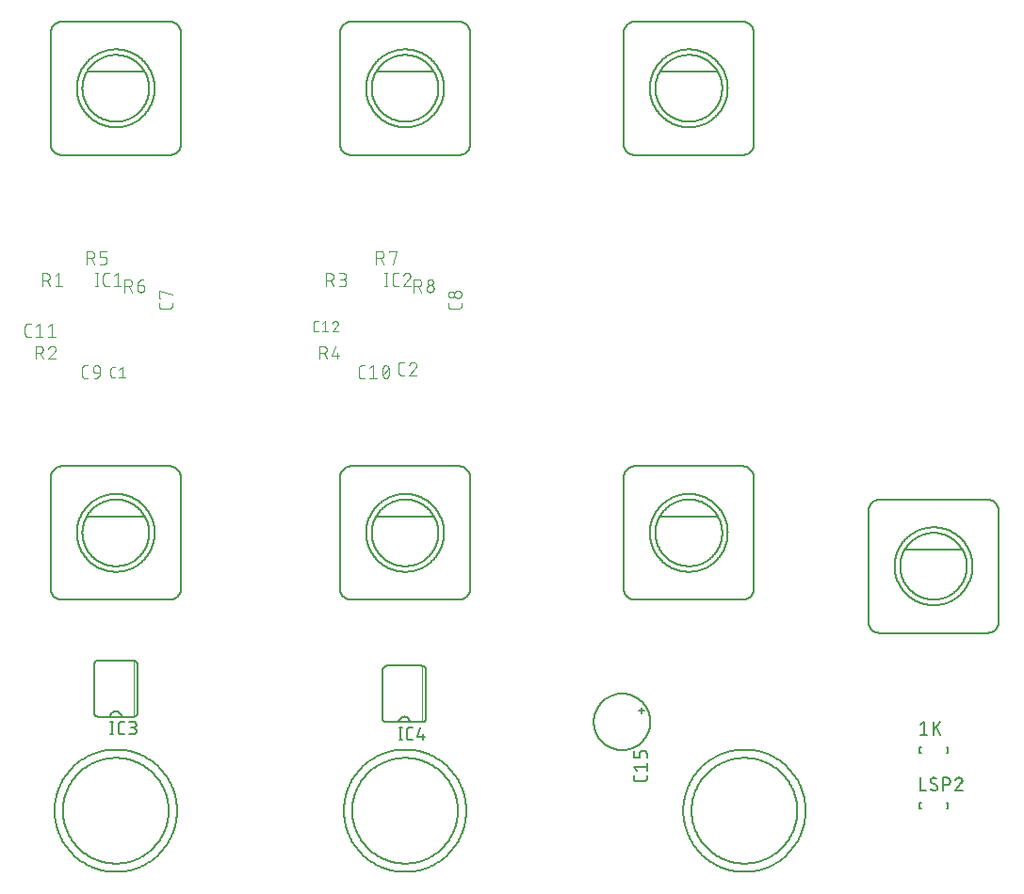
<source format=gbr>
G04 EAGLE Gerber X2 export*
%TF.Part,Single*%
%TF.FileFunction,Legend,Top,1*%
%TF.FilePolarity,Positive*%
%TF.GenerationSoftware,Autodesk,EAGLE,9.0.1*%
%TF.CreationDate,2018-05-22T13:38:54Z*%
G75*
%MOMM*%
%FSLAX34Y34*%
%LPD*%
%AMOC8*
5,1,8,0,0,1.08239X$1,22.5*%
G01*
%ADD10C,0.152400*%
%ADD11C,0.101600*%
%ADD12C,0.127000*%
%ADD13C,0.050800*%
%ADD14C,0.076200*%


D10*
X70000Y80000D02*
X70017Y81350D01*
X70066Y82699D01*
X70149Y84046D01*
X70265Y85391D01*
X70414Y86733D01*
X70595Y88070D01*
X70810Y89403D01*
X71057Y90730D01*
X71336Y92051D01*
X71648Y93364D01*
X71992Y94669D01*
X72368Y95966D01*
X72776Y97252D01*
X73215Y98529D01*
X73685Y99794D01*
X74187Y101048D01*
X74718Y102288D01*
X75281Y103516D01*
X75873Y104729D01*
X76494Y105927D01*
X77145Y107109D01*
X77825Y108276D01*
X78533Y109425D01*
X79269Y110556D01*
X80033Y111669D01*
X80824Y112763D01*
X81641Y113838D01*
X82484Y114892D01*
X83354Y115925D01*
X84248Y116936D01*
X85166Y117925D01*
X86109Y118891D01*
X87075Y119834D01*
X88064Y120752D01*
X89075Y121646D01*
X90108Y122516D01*
X91162Y123359D01*
X92237Y124176D01*
X93331Y124967D01*
X94444Y125731D01*
X95575Y126467D01*
X96724Y127175D01*
X97891Y127855D01*
X99073Y128506D01*
X100271Y129127D01*
X101484Y129719D01*
X102712Y130282D01*
X103952Y130813D01*
X105206Y131315D01*
X106471Y131785D01*
X107748Y132224D01*
X109034Y132632D01*
X110331Y133008D01*
X111636Y133352D01*
X112949Y133664D01*
X114270Y133943D01*
X115597Y134190D01*
X116930Y134405D01*
X118267Y134586D01*
X119609Y134735D01*
X120954Y134851D01*
X122301Y134934D01*
X123650Y134983D01*
X125000Y135000D01*
X126350Y134983D01*
X127699Y134934D01*
X129046Y134851D01*
X130391Y134735D01*
X131733Y134586D01*
X133070Y134405D01*
X134403Y134190D01*
X135730Y133943D01*
X137051Y133664D01*
X138364Y133352D01*
X139669Y133008D01*
X140966Y132632D01*
X142252Y132224D01*
X143529Y131785D01*
X144794Y131315D01*
X146048Y130813D01*
X147288Y130282D01*
X148516Y129719D01*
X149729Y129127D01*
X150927Y128506D01*
X152109Y127855D01*
X153276Y127175D01*
X154425Y126467D01*
X155556Y125731D01*
X156669Y124967D01*
X157763Y124176D01*
X158838Y123359D01*
X159892Y122516D01*
X160925Y121646D01*
X161936Y120752D01*
X162925Y119834D01*
X163891Y118891D01*
X164834Y117925D01*
X165752Y116936D01*
X166646Y115925D01*
X167516Y114892D01*
X168359Y113838D01*
X169176Y112763D01*
X169967Y111669D01*
X170731Y110556D01*
X171467Y109425D01*
X172175Y108276D01*
X172855Y107109D01*
X173506Y105927D01*
X174127Y104729D01*
X174719Y103516D01*
X175282Y102288D01*
X175813Y101048D01*
X176315Y99794D01*
X176785Y98529D01*
X177224Y97252D01*
X177632Y95966D01*
X178008Y94669D01*
X178352Y93364D01*
X178664Y92051D01*
X178943Y90730D01*
X179190Y89403D01*
X179405Y88070D01*
X179586Y86733D01*
X179735Y85391D01*
X179851Y84046D01*
X179934Y82699D01*
X179983Y81350D01*
X180000Y80000D01*
X179983Y78650D01*
X179934Y77301D01*
X179851Y75954D01*
X179735Y74609D01*
X179586Y73267D01*
X179405Y71930D01*
X179190Y70597D01*
X178943Y69270D01*
X178664Y67949D01*
X178352Y66636D01*
X178008Y65331D01*
X177632Y64034D01*
X177224Y62748D01*
X176785Y61471D01*
X176315Y60206D01*
X175813Y58952D01*
X175282Y57712D01*
X174719Y56484D01*
X174127Y55271D01*
X173506Y54073D01*
X172855Y52891D01*
X172175Y51724D01*
X171467Y50575D01*
X170731Y49444D01*
X169967Y48331D01*
X169176Y47237D01*
X168359Y46162D01*
X167516Y45108D01*
X166646Y44075D01*
X165752Y43064D01*
X164834Y42075D01*
X163891Y41109D01*
X162925Y40166D01*
X161936Y39248D01*
X160925Y38354D01*
X159892Y37484D01*
X158838Y36641D01*
X157763Y35824D01*
X156669Y35033D01*
X155556Y34269D01*
X154425Y33533D01*
X153276Y32825D01*
X152109Y32145D01*
X150927Y31494D01*
X149729Y30873D01*
X148516Y30281D01*
X147288Y29718D01*
X146048Y29187D01*
X144794Y28685D01*
X143529Y28215D01*
X142252Y27776D01*
X140966Y27368D01*
X139669Y26992D01*
X138364Y26648D01*
X137051Y26336D01*
X135730Y26057D01*
X134403Y25810D01*
X133070Y25595D01*
X131733Y25414D01*
X130391Y25265D01*
X129046Y25149D01*
X127699Y25066D01*
X126350Y25017D01*
X125000Y25000D01*
X123650Y25017D01*
X122301Y25066D01*
X120954Y25149D01*
X119609Y25265D01*
X118267Y25414D01*
X116930Y25595D01*
X115597Y25810D01*
X114270Y26057D01*
X112949Y26336D01*
X111636Y26648D01*
X110331Y26992D01*
X109034Y27368D01*
X107748Y27776D01*
X106471Y28215D01*
X105206Y28685D01*
X103952Y29187D01*
X102712Y29718D01*
X101484Y30281D01*
X100271Y30873D01*
X99073Y31494D01*
X97891Y32145D01*
X96724Y32825D01*
X95575Y33533D01*
X94444Y34269D01*
X93331Y35033D01*
X92237Y35824D01*
X91162Y36641D01*
X90108Y37484D01*
X89075Y38354D01*
X88064Y39248D01*
X87075Y40166D01*
X86109Y41109D01*
X85166Y42075D01*
X84248Y43064D01*
X83354Y44075D01*
X82484Y45108D01*
X81641Y46162D01*
X80824Y47237D01*
X80033Y48331D01*
X79269Y49444D01*
X78533Y50575D01*
X77825Y51724D01*
X77145Y52891D01*
X76494Y54073D01*
X75873Y55271D01*
X75281Y56484D01*
X74718Y57712D01*
X74187Y58952D01*
X73685Y60206D01*
X73215Y61471D01*
X72776Y62748D01*
X72368Y64034D01*
X71992Y65331D01*
X71648Y66636D01*
X71336Y67949D01*
X71057Y69270D01*
X70810Y70597D01*
X70595Y71930D01*
X70414Y73267D01*
X70265Y74609D01*
X70149Y75954D01*
X70066Y77301D01*
X70017Y78650D01*
X70000Y80000D01*
X77500Y80000D02*
X77514Y81166D01*
X77557Y82331D01*
X77629Y83494D01*
X77729Y84656D01*
X77857Y85815D01*
X78014Y86970D01*
X78199Y88121D01*
X78413Y89267D01*
X78654Y90407D01*
X78924Y91542D01*
X79221Y92669D01*
X79545Y93789D01*
X79897Y94900D01*
X80277Y96002D01*
X80683Y97095D01*
X81116Y98177D01*
X81575Y99249D01*
X82061Y100309D01*
X82572Y101357D01*
X83109Y102391D01*
X83671Y103413D01*
X84258Y104420D01*
X84869Y105412D01*
X85505Y106390D01*
X86165Y107351D01*
X86848Y108296D01*
X87554Y109224D01*
X88282Y110134D01*
X89033Y111026D01*
X89805Y111899D01*
X90598Y112753D01*
X91412Y113588D01*
X92247Y114402D01*
X93101Y115195D01*
X93974Y115967D01*
X94866Y116718D01*
X95776Y117446D01*
X96704Y118152D01*
X97649Y118835D01*
X98610Y119495D01*
X99588Y120131D01*
X100580Y120742D01*
X101587Y121329D01*
X102609Y121891D01*
X103643Y122428D01*
X104691Y122939D01*
X105751Y123425D01*
X106823Y123884D01*
X107905Y124317D01*
X108998Y124723D01*
X110100Y125103D01*
X111211Y125455D01*
X112331Y125779D01*
X113458Y126076D01*
X114593Y126346D01*
X115733Y126587D01*
X116879Y126801D01*
X118030Y126986D01*
X119185Y127143D01*
X120344Y127271D01*
X121506Y127371D01*
X122669Y127443D01*
X123834Y127486D01*
X125000Y127500D01*
X126166Y127486D01*
X127331Y127443D01*
X128494Y127371D01*
X129656Y127271D01*
X130815Y127143D01*
X131970Y126986D01*
X133121Y126801D01*
X134267Y126587D01*
X135407Y126346D01*
X136542Y126076D01*
X137669Y125779D01*
X138789Y125455D01*
X139900Y125103D01*
X141002Y124723D01*
X142095Y124317D01*
X143177Y123884D01*
X144249Y123425D01*
X145309Y122939D01*
X146357Y122428D01*
X147391Y121891D01*
X148413Y121329D01*
X149420Y120742D01*
X150412Y120131D01*
X151390Y119495D01*
X152351Y118835D01*
X153296Y118152D01*
X154224Y117446D01*
X155134Y116718D01*
X156026Y115967D01*
X156899Y115195D01*
X157753Y114402D01*
X158588Y113588D01*
X159402Y112753D01*
X160195Y111899D01*
X160967Y111026D01*
X161718Y110134D01*
X162446Y109224D01*
X163152Y108296D01*
X163835Y107351D01*
X164495Y106390D01*
X165131Y105412D01*
X165742Y104420D01*
X166329Y103413D01*
X166891Y102391D01*
X167428Y101357D01*
X167939Y100309D01*
X168425Y99249D01*
X168884Y98177D01*
X169317Y97095D01*
X169723Y96002D01*
X170103Y94900D01*
X170455Y93789D01*
X170779Y92669D01*
X171076Y91542D01*
X171346Y90407D01*
X171587Y89267D01*
X171801Y88121D01*
X171986Y86970D01*
X172143Y85815D01*
X172271Y84656D01*
X172371Y83494D01*
X172443Y82331D01*
X172486Y81166D01*
X172500Y80000D01*
X172486Y78834D01*
X172443Y77669D01*
X172371Y76506D01*
X172271Y75344D01*
X172143Y74185D01*
X171986Y73030D01*
X171801Y71879D01*
X171587Y70733D01*
X171346Y69593D01*
X171076Y68458D01*
X170779Y67331D01*
X170455Y66211D01*
X170103Y65100D01*
X169723Y63998D01*
X169317Y62905D01*
X168884Y61823D01*
X168425Y60751D01*
X167939Y59691D01*
X167428Y58643D01*
X166891Y57609D01*
X166329Y56587D01*
X165742Y55580D01*
X165131Y54588D01*
X164495Y53610D01*
X163835Y52649D01*
X163152Y51704D01*
X162446Y50776D01*
X161718Y49866D01*
X160967Y48974D01*
X160195Y48101D01*
X159402Y47247D01*
X158588Y46412D01*
X157753Y45598D01*
X156899Y44805D01*
X156026Y44033D01*
X155134Y43282D01*
X154224Y42554D01*
X153296Y41848D01*
X152351Y41165D01*
X151390Y40505D01*
X150412Y39869D01*
X149420Y39258D01*
X148413Y38671D01*
X147391Y38109D01*
X146357Y37572D01*
X145309Y37061D01*
X144249Y36575D01*
X143177Y36116D01*
X142095Y35683D01*
X141002Y35277D01*
X139900Y34897D01*
X138789Y34545D01*
X137669Y34221D01*
X136542Y33924D01*
X135407Y33654D01*
X134267Y33413D01*
X133121Y33199D01*
X131970Y33014D01*
X130815Y32857D01*
X129656Y32729D01*
X128494Y32629D01*
X127331Y32557D01*
X126166Y32514D01*
X125000Y32500D01*
X123834Y32514D01*
X122669Y32557D01*
X121506Y32629D01*
X120344Y32729D01*
X119185Y32857D01*
X118030Y33014D01*
X116879Y33199D01*
X115733Y33413D01*
X114593Y33654D01*
X113458Y33924D01*
X112331Y34221D01*
X111211Y34545D01*
X110100Y34897D01*
X108998Y35277D01*
X107905Y35683D01*
X106823Y36116D01*
X105751Y36575D01*
X104691Y37061D01*
X103643Y37572D01*
X102609Y38109D01*
X101587Y38671D01*
X100580Y39258D01*
X99588Y39869D01*
X98610Y40505D01*
X97649Y41165D01*
X96704Y41848D01*
X95776Y42554D01*
X94866Y43282D01*
X93974Y44033D01*
X93101Y44805D01*
X92247Y45598D01*
X91412Y46412D01*
X90598Y47247D01*
X89805Y48101D01*
X89033Y48974D01*
X88282Y49866D01*
X87554Y50776D01*
X86848Y51704D01*
X86165Y52649D01*
X85505Y53610D01*
X84869Y54588D01*
X84258Y55580D01*
X83671Y56587D01*
X83109Y57609D01*
X82572Y58643D01*
X82061Y59691D01*
X81575Y60751D01*
X81116Y61823D01*
X80683Y62905D01*
X80277Y63998D01*
X79897Y65100D01*
X79545Y66211D01*
X79221Y67331D01*
X78924Y68458D01*
X78654Y69593D01*
X78413Y70733D01*
X78199Y71879D01*
X78014Y73030D01*
X77857Y74185D01*
X77729Y75344D01*
X77629Y76506D01*
X77557Y77669D01*
X77514Y78834D01*
X77500Y80000D01*
X330000Y80000D02*
X330017Y81350D01*
X330066Y82699D01*
X330149Y84046D01*
X330265Y85391D01*
X330414Y86733D01*
X330595Y88070D01*
X330810Y89403D01*
X331057Y90730D01*
X331336Y92051D01*
X331648Y93364D01*
X331992Y94669D01*
X332368Y95966D01*
X332776Y97252D01*
X333215Y98529D01*
X333685Y99794D01*
X334187Y101048D01*
X334718Y102288D01*
X335281Y103516D01*
X335873Y104729D01*
X336494Y105927D01*
X337145Y107109D01*
X337825Y108276D01*
X338533Y109425D01*
X339269Y110556D01*
X340033Y111669D01*
X340824Y112763D01*
X341641Y113838D01*
X342484Y114892D01*
X343354Y115925D01*
X344248Y116936D01*
X345166Y117925D01*
X346109Y118891D01*
X347075Y119834D01*
X348064Y120752D01*
X349075Y121646D01*
X350108Y122516D01*
X351162Y123359D01*
X352237Y124176D01*
X353331Y124967D01*
X354444Y125731D01*
X355575Y126467D01*
X356724Y127175D01*
X357891Y127855D01*
X359073Y128506D01*
X360271Y129127D01*
X361484Y129719D01*
X362712Y130282D01*
X363952Y130813D01*
X365206Y131315D01*
X366471Y131785D01*
X367748Y132224D01*
X369034Y132632D01*
X370331Y133008D01*
X371636Y133352D01*
X372949Y133664D01*
X374270Y133943D01*
X375597Y134190D01*
X376930Y134405D01*
X378267Y134586D01*
X379609Y134735D01*
X380954Y134851D01*
X382301Y134934D01*
X383650Y134983D01*
X385000Y135000D01*
X386350Y134983D01*
X387699Y134934D01*
X389046Y134851D01*
X390391Y134735D01*
X391733Y134586D01*
X393070Y134405D01*
X394403Y134190D01*
X395730Y133943D01*
X397051Y133664D01*
X398364Y133352D01*
X399669Y133008D01*
X400966Y132632D01*
X402252Y132224D01*
X403529Y131785D01*
X404794Y131315D01*
X406048Y130813D01*
X407288Y130282D01*
X408516Y129719D01*
X409729Y129127D01*
X410927Y128506D01*
X412109Y127855D01*
X413276Y127175D01*
X414425Y126467D01*
X415556Y125731D01*
X416669Y124967D01*
X417763Y124176D01*
X418838Y123359D01*
X419892Y122516D01*
X420925Y121646D01*
X421936Y120752D01*
X422925Y119834D01*
X423891Y118891D01*
X424834Y117925D01*
X425752Y116936D01*
X426646Y115925D01*
X427516Y114892D01*
X428359Y113838D01*
X429176Y112763D01*
X429967Y111669D01*
X430731Y110556D01*
X431467Y109425D01*
X432175Y108276D01*
X432855Y107109D01*
X433506Y105927D01*
X434127Y104729D01*
X434719Y103516D01*
X435282Y102288D01*
X435813Y101048D01*
X436315Y99794D01*
X436785Y98529D01*
X437224Y97252D01*
X437632Y95966D01*
X438008Y94669D01*
X438352Y93364D01*
X438664Y92051D01*
X438943Y90730D01*
X439190Y89403D01*
X439405Y88070D01*
X439586Y86733D01*
X439735Y85391D01*
X439851Y84046D01*
X439934Y82699D01*
X439983Y81350D01*
X440000Y80000D01*
X439983Y78650D01*
X439934Y77301D01*
X439851Y75954D01*
X439735Y74609D01*
X439586Y73267D01*
X439405Y71930D01*
X439190Y70597D01*
X438943Y69270D01*
X438664Y67949D01*
X438352Y66636D01*
X438008Y65331D01*
X437632Y64034D01*
X437224Y62748D01*
X436785Y61471D01*
X436315Y60206D01*
X435813Y58952D01*
X435282Y57712D01*
X434719Y56484D01*
X434127Y55271D01*
X433506Y54073D01*
X432855Y52891D01*
X432175Y51724D01*
X431467Y50575D01*
X430731Y49444D01*
X429967Y48331D01*
X429176Y47237D01*
X428359Y46162D01*
X427516Y45108D01*
X426646Y44075D01*
X425752Y43064D01*
X424834Y42075D01*
X423891Y41109D01*
X422925Y40166D01*
X421936Y39248D01*
X420925Y38354D01*
X419892Y37484D01*
X418838Y36641D01*
X417763Y35824D01*
X416669Y35033D01*
X415556Y34269D01*
X414425Y33533D01*
X413276Y32825D01*
X412109Y32145D01*
X410927Y31494D01*
X409729Y30873D01*
X408516Y30281D01*
X407288Y29718D01*
X406048Y29187D01*
X404794Y28685D01*
X403529Y28215D01*
X402252Y27776D01*
X400966Y27368D01*
X399669Y26992D01*
X398364Y26648D01*
X397051Y26336D01*
X395730Y26057D01*
X394403Y25810D01*
X393070Y25595D01*
X391733Y25414D01*
X390391Y25265D01*
X389046Y25149D01*
X387699Y25066D01*
X386350Y25017D01*
X385000Y25000D01*
X383650Y25017D01*
X382301Y25066D01*
X380954Y25149D01*
X379609Y25265D01*
X378267Y25414D01*
X376930Y25595D01*
X375597Y25810D01*
X374270Y26057D01*
X372949Y26336D01*
X371636Y26648D01*
X370331Y26992D01*
X369034Y27368D01*
X367748Y27776D01*
X366471Y28215D01*
X365206Y28685D01*
X363952Y29187D01*
X362712Y29718D01*
X361484Y30281D01*
X360271Y30873D01*
X359073Y31494D01*
X357891Y32145D01*
X356724Y32825D01*
X355575Y33533D01*
X354444Y34269D01*
X353331Y35033D01*
X352237Y35824D01*
X351162Y36641D01*
X350108Y37484D01*
X349075Y38354D01*
X348064Y39248D01*
X347075Y40166D01*
X346109Y41109D01*
X345166Y42075D01*
X344248Y43064D01*
X343354Y44075D01*
X342484Y45108D01*
X341641Y46162D01*
X340824Y47237D01*
X340033Y48331D01*
X339269Y49444D01*
X338533Y50575D01*
X337825Y51724D01*
X337145Y52891D01*
X336494Y54073D01*
X335873Y55271D01*
X335281Y56484D01*
X334718Y57712D01*
X334187Y58952D01*
X333685Y60206D01*
X333215Y61471D01*
X332776Y62748D01*
X332368Y64034D01*
X331992Y65331D01*
X331648Y66636D01*
X331336Y67949D01*
X331057Y69270D01*
X330810Y70597D01*
X330595Y71930D01*
X330414Y73267D01*
X330265Y74609D01*
X330149Y75954D01*
X330066Y77301D01*
X330017Y78650D01*
X330000Y80000D01*
X337500Y80000D02*
X337514Y81166D01*
X337557Y82331D01*
X337629Y83494D01*
X337729Y84656D01*
X337857Y85815D01*
X338014Y86970D01*
X338199Y88121D01*
X338413Y89267D01*
X338654Y90407D01*
X338924Y91542D01*
X339221Y92669D01*
X339545Y93789D01*
X339897Y94900D01*
X340277Y96002D01*
X340683Y97095D01*
X341116Y98177D01*
X341575Y99249D01*
X342061Y100309D01*
X342572Y101357D01*
X343109Y102391D01*
X343671Y103413D01*
X344258Y104420D01*
X344869Y105412D01*
X345505Y106390D01*
X346165Y107351D01*
X346848Y108296D01*
X347554Y109224D01*
X348282Y110134D01*
X349033Y111026D01*
X349805Y111899D01*
X350598Y112753D01*
X351412Y113588D01*
X352247Y114402D01*
X353101Y115195D01*
X353974Y115967D01*
X354866Y116718D01*
X355776Y117446D01*
X356704Y118152D01*
X357649Y118835D01*
X358610Y119495D01*
X359588Y120131D01*
X360580Y120742D01*
X361587Y121329D01*
X362609Y121891D01*
X363643Y122428D01*
X364691Y122939D01*
X365751Y123425D01*
X366823Y123884D01*
X367905Y124317D01*
X368998Y124723D01*
X370100Y125103D01*
X371211Y125455D01*
X372331Y125779D01*
X373458Y126076D01*
X374593Y126346D01*
X375733Y126587D01*
X376879Y126801D01*
X378030Y126986D01*
X379185Y127143D01*
X380344Y127271D01*
X381506Y127371D01*
X382669Y127443D01*
X383834Y127486D01*
X385000Y127500D01*
X386166Y127486D01*
X387331Y127443D01*
X388494Y127371D01*
X389656Y127271D01*
X390815Y127143D01*
X391970Y126986D01*
X393121Y126801D01*
X394267Y126587D01*
X395407Y126346D01*
X396542Y126076D01*
X397669Y125779D01*
X398789Y125455D01*
X399900Y125103D01*
X401002Y124723D01*
X402095Y124317D01*
X403177Y123884D01*
X404249Y123425D01*
X405309Y122939D01*
X406357Y122428D01*
X407391Y121891D01*
X408413Y121329D01*
X409420Y120742D01*
X410412Y120131D01*
X411390Y119495D01*
X412351Y118835D01*
X413296Y118152D01*
X414224Y117446D01*
X415134Y116718D01*
X416026Y115967D01*
X416899Y115195D01*
X417753Y114402D01*
X418588Y113588D01*
X419402Y112753D01*
X420195Y111899D01*
X420967Y111026D01*
X421718Y110134D01*
X422446Y109224D01*
X423152Y108296D01*
X423835Y107351D01*
X424495Y106390D01*
X425131Y105412D01*
X425742Y104420D01*
X426329Y103413D01*
X426891Y102391D01*
X427428Y101357D01*
X427939Y100309D01*
X428425Y99249D01*
X428884Y98177D01*
X429317Y97095D01*
X429723Y96002D01*
X430103Y94900D01*
X430455Y93789D01*
X430779Y92669D01*
X431076Y91542D01*
X431346Y90407D01*
X431587Y89267D01*
X431801Y88121D01*
X431986Y86970D01*
X432143Y85815D01*
X432271Y84656D01*
X432371Y83494D01*
X432443Y82331D01*
X432486Y81166D01*
X432500Y80000D01*
X432486Y78834D01*
X432443Y77669D01*
X432371Y76506D01*
X432271Y75344D01*
X432143Y74185D01*
X431986Y73030D01*
X431801Y71879D01*
X431587Y70733D01*
X431346Y69593D01*
X431076Y68458D01*
X430779Y67331D01*
X430455Y66211D01*
X430103Y65100D01*
X429723Y63998D01*
X429317Y62905D01*
X428884Y61823D01*
X428425Y60751D01*
X427939Y59691D01*
X427428Y58643D01*
X426891Y57609D01*
X426329Y56587D01*
X425742Y55580D01*
X425131Y54588D01*
X424495Y53610D01*
X423835Y52649D01*
X423152Y51704D01*
X422446Y50776D01*
X421718Y49866D01*
X420967Y48974D01*
X420195Y48101D01*
X419402Y47247D01*
X418588Y46412D01*
X417753Y45598D01*
X416899Y44805D01*
X416026Y44033D01*
X415134Y43282D01*
X414224Y42554D01*
X413296Y41848D01*
X412351Y41165D01*
X411390Y40505D01*
X410412Y39869D01*
X409420Y39258D01*
X408413Y38671D01*
X407391Y38109D01*
X406357Y37572D01*
X405309Y37061D01*
X404249Y36575D01*
X403177Y36116D01*
X402095Y35683D01*
X401002Y35277D01*
X399900Y34897D01*
X398789Y34545D01*
X397669Y34221D01*
X396542Y33924D01*
X395407Y33654D01*
X394267Y33413D01*
X393121Y33199D01*
X391970Y33014D01*
X390815Y32857D01*
X389656Y32729D01*
X388494Y32629D01*
X387331Y32557D01*
X386166Y32514D01*
X385000Y32500D01*
X383834Y32514D01*
X382669Y32557D01*
X381506Y32629D01*
X380344Y32729D01*
X379185Y32857D01*
X378030Y33014D01*
X376879Y33199D01*
X375733Y33413D01*
X374593Y33654D01*
X373458Y33924D01*
X372331Y34221D01*
X371211Y34545D01*
X370100Y34897D01*
X368998Y35277D01*
X367905Y35683D01*
X366823Y36116D01*
X365751Y36575D01*
X364691Y37061D01*
X363643Y37572D01*
X362609Y38109D01*
X361587Y38671D01*
X360580Y39258D01*
X359588Y39869D01*
X358610Y40505D01*
X357649Y41165D01*
X356704Y41848D01*
X355776Y42554D01*
X354866Y43282D01*
X353974Y44033D01*
X353101Y44805D01*
X352247Y45598D01*
X351412Y46412D01*
X350598Y47247D01*
X349805Y48101D01*
X349033Y48974D01*
X348282Y49866D01*
X347554Y50776D01*
X346848Y51704D01*
X346165Y52649D01*
X345505Y53610D01*
X344869Y54588D01*
X344258Y55580D01*
X343671Y56587D01*
X343109Y57609D01*
X342572Y58643D01*
X342061Y59691D01*
X341575Y60751D01*
X341116Y61823D01*
X340683Y62905D01*
X340277Y63998D01*
X339897Y65100D01*
X339545Y66211D01*
X339221Y67331D01*
X338924Y68458D01*
X338654Y69593D01*
X338413Y70733D01*
X338199Y71879D01*
X338014Y73030D01*
X337857Y74185D01*
X337729Y75344D01*
X337629Y76506D01*
X337557Y77669D01*
X337514Y78834D01*
X337500Y80000D01*
X635000Y80000D02*
X635017Y81350D01*
X635066Y82699D01*
X635149Y84046D01*
X635265Y85391D01*
X635414Y86733D01*
X635595Y88070D01*
X635810Y89403D01*
X636057Y90730D01*
X636336Y92051D01*
X636648Y93364D01*
X636992Y94669D01*
X637368Y95966D01*
X637776Y97252D01*
X638215Y98529D01*
X638685Y99794D01*
X639187Y101048D01*
X639718Y102288D01*
X640281Y103516D01*
X640873Y104729D01*
X641494Y105927D01*
X642145Y107109D01*
X642825Y108276D01*
X643533Y109425D01*
X644269Y110556D01*
X645033Y111669D01*
X645824Y112763D01*
X646641Y113838D01*
X647484Y114892D01*
X648354Y115925D01*
X649248Y116936D01*
X650166Y117925D01*
X651109Y118891D01*
X652075Y119834D01*
X653064Y120752D01*
X654075Y121646D01*
X655108Y122516D01*
X656162Y123359D01*
X657237Y124176D01*
X658331Y124967D01*
X659444Y125731D01*
X660575Y126467D01*
X661724Y127175D01*
X662891Y127855D01*
X664073Y128506D01*
X665271Y129127D01*
X666484Y129719D01*
X667712Y130282D01*
X668952Y130813D01*
X670206Y131315D01*
X671471Y131785D01*
X672748Y132224D01*
X674034Y132632D01*
X675331Y133008D01*
X676636Y133352D01*
X677949Y133664D01*
X679270Y133943D01*
X680597Y134190D01*
X681930Y134405D01*
X683267Y134586D01*
X684609Y134735D01*
X685954Y134851D01*
X687301Y134934D01*
X688650Y134983D01*
X690000Y135000D01*
X691350Y134983D01*
X692699Y134934D01*
X694046Y134851D01*
X695391Y134735D01*
X696733Y134586D01*
X698070Y134405D01*
X699403Y134190D01*
X700730Y133943D01*
X702051Y133664D01*
X703364Y133352D01*
X704669Y133008D01*
X705966Y132632D01*
X707252Y132224D01*
X708529Y131785D01*
X709794Y131315D01*
X711048Y130813D01*
X712288Y130282D01*
X713516Y129719D01*
X714729Y129127D01*
X715927Y128506D01*
X717109Y127855D01*
X718276Y127175D01*
X719425Y126467D01*
X720556Y125731D01*
X721669Y124967D01*
X722763Y124176D01*
X723838Y123359D01*
X724892Y122516D01*
X725925Y121646D01*
X726936Y120752D01*
X727925Y119834D01*
X728891Y118891D01*
X729834Y117925D01*
X730752Y116936D01*
X731646Y115925D01*
X732516Y114892D01*
X733359Y113838D01*
X734176Y112763D01*
X734967Y111669D01*
X735731Y110556D01*
X736467Y109425D01*
X737175Y108276D01*
X737855Y107109D01*
X738506Y105927D01*
X739127Y104729D01*
X739719Y103516D01*
X740282Y102288D01*
X740813Y101048D01*
X741315Y99794D01*
X741785Y98529D01*
X742224Y97252D01*
X742632Y95966D01*
X743008Y94669D01*
X743352Y93364D01*
X743664Y92051D01*
X743943Y90730D01*
X744190Y89403D01*
X744405Y88070D01*
X744586Y86733D01*
X744735Y85391D01*
X744851Y84046D01*
X744934Y82699D01*
X744983Y81350D01*
X745000Y80000D01*
X744983Y78650D01*
X744934Y77301D01*
X744851Y75954D01*
X744735Y74609D01*
X744586Y73267D01*
X744405Y71930D01*
X744190Y70597D01*
X743943Y69270D01*
X743664Y67949D01*
X743352Y66636D01*
X743008Y65331D01*
X742632Y64034D01*
X742224Y62748D01*
X741785Y61471D01*
X741315Y60206D01*
X740813Y58952D01*
X740282Y57712D01*
X739719Y56484D01*
X739127Y55271D01*
X738506Y54073D01*
X737855Y52891D01*
X737175Y51724D01*
X736467Y50575D01*
X735731Y49444D01*
X734967Y48331D01*
X734176Y47237D01*
X733359Y46162D01*
X732516Y45108D01*
X731646Y44075D01*
X730752Y43064D01*
X729834Y42075D01*
X728891Y41109D01*
X727925Y40166D01*
X726936Y39248D01*
X725925Y38354D01*
X724892Y37484D01*
X723838Y36641D01*
X722763Y35824D01*
X721669Y35033D01*
X720556Y34269D01*
X719425Y33533D01*
X718276Y32825D01*
X717109Y32145D01*
X715927Y31494D01*
X714729Y30873D01*
X713516Y30281D01*
X712288Y29718D01*
X711048Y29187D01*
X709794Y28685D01*
X708529Y28215D01*
X707252Y27776D01*
X705966Y27368D01*
X704669Y26992D01*
X703364Y26648D01*
X702051Y26336D01*
X700730Y26057D01*
X699403Y25810D01*
X698070Y25595D01*
X696733Y25414D01*
X695391Y25265D01*
X694046Y25149D01*
X692699Y25066D01*
X691350Y25017D01*
X690000Y25000D01*
X688650Y25017D01*
X687301Y25066D01*
X685954Y25149D01*
X684609Y25265D01*
X683267Y25414D01*
X681930Y25595D01*
X680597Y25810D01*
X679270Y26057D01*
X677949Y26336D01*
X676636Y26648D01*
X675331Y26992D01*
X674034Y27368D01*
X672748Y27776D01*
X671471Y28215D01*
X670206Y28685D01*
X668952Y29187D01*
X667712Y29718D01*
X666484Y30281D01*
X665271Y30873D01*
X664073Y31494D01*
X662891Y32145D01*
X661724Y32825D01*
X660575Y33533D01*
X659444Y34269D01*
X658331Y35033D01*
X657237Y35824D01*
X656162Y36641D01*
X655108Y37484D01*
X654075Y38354D01*
X653064Y39248D01*
X652075Y40166D01*
X651109Y41109D01*
X650166Y42075D01*
X649248Y43064D01*
X648354Y44075D01*
X647484Y45108D01*
X646641Y46162D01*
X645824Y47237D01*
X645033Y48331D01*
X644269Y49444D01*
X643533Y50575D01*
X642825Y51724D01*
X642145Y52891D01*
X641494Y54073D01*
X640873Y55271D01*
X640281Y56484D01*
X639718Y57712D01*
X639187Y58952D01*
X638685Y60206D01*
X638215Y61471D01*
X637776Y62748D01*
X637368Y64034D01*
X636992Y65331D01*
X636648Y66636D01*
X636336Y67949D01*
X636057Y69270D01*
X635810Y70597D01*
X635595Y71930D01*
X635414Y73267D01*
X635265Y74609D01*
X635149Y75954D01*
X635066Y77301D01*
X635017Y78650D01*
X635000Y80000D01*
X642500Y80000D02*
X642514Y81166D01*
X642557Y82331D01*
X642629Y83494D01*
X642729Y84656D01*
X642857Y85815D01*
X643014Y86970D01*
X643199Y88121D01*
X643413Y89267D01*
X643654Y90407D01*
X643924Y91542D01*
X644221Y92669D01*
X644545Y93789D01*
X644897Y94900D01*
X645277Y96002D01*
X645683Y97095D01*
X646116Y98177D01*
X646575Y99249D01*
X647061Y100309D01*
X647572Y101357D01*
X648109Y102391D01*
X648671Y103413D01*
X649258Y104420D01*
X649869Y105412D01*
X650505Y106390D01*
X651165Y107351D01*
X651848Y108296D01*
X652554Y109224D01*
X653282Y110134D01*
X654033Y111026D01*
X654805Y111899D01*
X655598Y112753D01*
X656412Y113588D01*
X657247Y114402D01*
X658101Y115195D01*
X658974Y115967D01*
X659866Y116718D01*
X660776Y117446D01*
X661704Y118152D01*
X662649Y118835D01*
X663610Y119495D01*
X664588Y120131D01*
X665580Y120742D01*
X666587Y121329D01*
X667609Y121891D01*
X668643Y122428D01*
X669691Y122939D01*
X670751Y123425D01*
X671823Y123884D01*
X672905Y124317D01*
X673998Y124723D01*
X675100Y125103D01*
X676211Y125455D01*
X677331Y125779D01*
X678458Y126076D01*
X679593Y126346D01*
X680733Y126587D01*
X681879Y126801D01*
X683030Y126986D01*
X684185Y127143D01*
X685344Y127271D01*
X686506Y127371D01*
X687669Y127443D01*
X688834Y127486D01*
X690000Y127500D01*
X691166Y127486D01*
X692331Y127443D01*
X693494Y127371D01*
X694656Y127271D01*
X695815Y127143D01*
X696970Y126986D01*
X698121Y126801D01*
X699267Y126587D01*
X700407Y126346D01*
X701542Y126076D01*
X702669Y125779D01*
X703789Y125455D01*
X704900Y125103D01*
X706002Y124723D01*
X707095Y124317D01*
X708177Y123884D01*
X709249Y123425D01*
X710309Y122939D01*
X711357Y122428D01*
X712391Y121891D01*
X713413Y121329D01*
X714420Y120742D01*
X715412Y120131D01*
X716390Y119495D01*
X717351Y118835D01*
X718296Y118152D01*
X719224Y117446D01*
X720134Y116718D01*
X721026Y115967D01*
X721899Y115195D01*
X722753Y114402D01*
X723588Y113588D01*
X724402Y112753D01*
X725195Y111899D01*
X725967Y111026D01*
X726718Y110134D01*
X727446Y109224D01*
X728152Y108296D01*
X728835Y107351D01*
X729495Y106390D01*
X730131Y105412D01*
X730742Y104420D01*
X731329Y103413D01*
X731891Y102391D01*
X732428Y101357D01*
X732939Y100309D01*
X733425Y99249D01*
X733884Y98177D01*
X734317Y97095D01*
X734723Y96002D01*
X735103Y94900D01*
X735455Y93789D01*
X735779Y92669D01*
X736076Y91542D01*
X736346Y90407D01*
X736587Y89267D01*
X736801Y88121D01*
X736986Y86970D01*
X737143Y85815D01*
X737271Y84656D01*
X737371Y83494D01*
X737443Y82331D01*
X737486Y81166D01*
X737500Y80000D01*
X737486Y78834D01*
X737443Y77669D01*
X737371Y76506D01*
X737271Y75344D01*
X737143Y74185D01*
X736986Y73030D01*
X736801Y71879D01*
X736587Y70733D01*
X736346Y69593D01*
X736076Y68458D01*
X735779Y67331D01*
X735455Y66211D01*
X735103Y65100D01*
X734723Y63998D01*
X734317Y62905D01*
X733884Y61823D01*
X733425Y60751D01*
X732939Y59691D01*
X732428Y58643D01*
X731891Y57609D01*
X731329Y56587D01*
X730742Y55580D01*
X730131Y54588D01*
X729495Y53610D01*
X728835Y52649D01*
X728152Y51704D01*
X727446Y50776D01*
X726718Y49866D01*
X725967Y48974D01*
X725195Y48101D01*
X724402Y47247D01*
X723588Y46412D01*
X722753Y45598D01*
X721899Y44805D01*
X721026Y44033D01*
X720134Y43282D01*
X719224Y42554D01*
X718296Y41848D01*
X717351Y41165D01*
X716390Y40505D01*
X715412Y39869D01*
X714420Y39258D01*
X713413Y38671D01*
X712391Y38109D01*
X711357Y37572D01*
X710309Y37061D01*
X709249Y36575D01*
X708177Y36116D01*
X707095Y35683D01*
X706002Y35277D01*
X704900Y34897D01*
X703789Y34545D01*
X702669Y34221D01*
X701542Y33924D01*
X700407Y33654D01*
X699267Y33413D01*
X698121Y33199D01*
X696970Y33014D01*
X695815Y32857D01*
X694656Y32729D01*
X693494Y32629D01*
X692331Y32557D01*
X691166Y32514D01*
X690000Y32500D01*
X688834Y32514D01*
X687669Y32557D01*
X686506Y32629D01*
X685344Y32729D01*
X684185Y32857D01*
X683030Y33014D01*
X681879Y33199D01*
X680733Y33413D01*
X679593Y33654D01*
X678458Y33924D01*
X677331Y34221D01*
X676211Y34545D01*
X675100Y34897D01*
X673998Y35277D01*
X672905Y35683D01*
X671823Y36116D01*
X670751Y36575D01*
X669691Y37061D01*
X668643Y37572D01*
X667609Y38109D01*
X666587Y38671D01*
X665580Y39258D01*
X664588Y39869D01*
X663610Y40505D01*
X662649Y41165D01*
X661704Y41848D01*
X660776Y42554D01*
X659866Y43282D01*
X658974Y44033D01*
X658101Y44805D01*
X657247Y45598D01*
X656412Y46412D01*
X655598Y47247D01*
X654805Y48101D01*
X654033Y48974D01*
X653282Y49866D01*
X652554Y50776D01*
X651848Y51704D01*
X651165Y52649D01*
X650505Y53610D01*
X649869Y54588D01*
X649258Y55580D01*
X648671Y56587D01*
X648109Y57609D01*
X647572Y58643D01*
X647061Y59691D01*
X646575Y60751D01*
X646116Y61823D01*
X645683Y62905D01*
X645277Y63998D01*
X644897Y65100D01*
X644545Y66211D01*
X644221Y67331D01*
X643924Y68458D01*
X643654Y69593D01*
X643413Y70733D01*
X643199Y71879D01*
X643014Y73030D01*
X642857Y74185D01*
X642729Y75344D01*
X642629Y76506D01*
X642557Y77669D01*
X642514Y78834D01*
X642500Y80000D01*
D11*
X107756Y552178D02*
X107756Y563862D01*
X106458Y552178D02*
X109054Y552178D01*
X109054Y563862D02*
X106458Y563862D01*
X116218Y552178D02*
X118814Y552178D01*
X116218Y552178D02*
X116119Y552180D01*
X116019Y552186D01*
X115920Y552195D01*
X115822Y552208D01*
X115724Y552225D01*
X115626Y552246D01*
X115530Y552271D01*
X115435Y552299D01*
X115341Y552331D01*
X115248Y552366D01*
X115156Y552405D01*
X115066Y552448D01*
X114978Y552493D01*
X114891Y552543D01*
X114807Y552595D01*
X114724Y552651D01*
X114644Y552709D01*
X114566Y552771D01*
X114491Y552836D01*
X114418Y552904D01*
X114348Y552974D01*
X114280Y553047D01*
X114215Y553122D01*
X114153Y553200D01*
X114095Y553280D01*
X114039Y553363D01*
X113987Y553447D01*
X113937Y553534D01*
X113892Y553622D01*
X113849Y553712D01*
X113810Y553804D01*
X113775Y553897D01*
X113743Y553991D01*
X113715Y554086D01*
X113690Y554182D01*
X113669Y554280D01*
X113652Y554378D01*
X113639Y554476D01*
X113630Y554575D01*
X113624Y554675D01*
X113622Y554774D01*
X113621Y554774D02*
X113621Y561266D01*
X113622Y561266D02*
X113624Y561365D01*
X113630Y561465D01*
X113639Y561564D01*
X113652Y561662D01*
X113669Y561760D01*
X113690Y561858D01*
X113715Y561954D01*
X113743Y562049D01*
X113775Y562143D01*
X113810Y562236D01*
X113849Y562328D01*
X113892Y562418D01*
X113937Y562506D01*
X113987Y562593D01*
X114039Y562677D01*
X114095Y562760D01*
X114153Y562840D01*
X114215Y562918D01*
X114280Y562993D01*
X114348Y563066D01*
X114418Y563136D01*
X114491Y563204D01*
X114566Y563269D01*
X114644Y563331D01*
X114724Y563389D01*
X114807Y563445D01*
X114891Y563497D01*
X114978Y563547D01*
X115066Y563592D01*
X115156Y563635D01*
X115248Y563674D01*
X115340Y563709D01*
X115435Y563741D01*
X115530Y563769D01*
X115626Y563794D01*
X115724Y563815D01*
X115822Y563832D01*
X115920Y563845D01*
X116019Y563854D01*
X116119Y563860D01*
X116218Y563862D01*
X118814Y563862D01*
X123180Y561266D02*
X126425Y563862D01*
X126425Y552178D01*
X123180Y552178D02*
X129671Y552178D01*
D12*
X173500Y270000D02*
X76500Y270000D01*
X173500Y270000D02*
X173742Y270003D01*
X173983Y270012D01*
X174224Y270026D01*
X174465Y270047D01*
X174705Y270073D01*
X174945Y270105D01*
X175184Y270143D01*
X175421Y270186D01*
X175658Y270236D01*
X175893Y270291D01*
X176127Y270351D01*
X176359Y270418D01*
X176590Y270489D01*
X176819Y270567D01*
X177046Y270650D01*
X177271Y270738D01*
X177494Y270832D01*
X177714Y270931D01*
X177932Y271036D01*
X178147Y271145D01*
X178360Y271260D01*
X178570Y271380D01*
X178776Y271505D01*
X178980Y271635D01*
X179181Y271770D01*
X179378Y271910D01*
X179572Y272054D01*
X179762Y272203D01*
X179948Y272357D01*
X180131Y272515D01*
X180310Y272677D01*
X180485Y272844D01*
X180656Y273015D01*
X180823Y273190D01*
X180985Y273369D01*
X181143Y273552D01*
X181297Y273738D01*
X181446Y273928D01*
X181590Y274122D01*
X181730Y274319D01*
X181865Y274520D01*
X181995Y274724D01*
X182120Y274930D01*
X182240Y275140D01*
X182355Y275353D01*
X182464Y275568D01*
X182569Y275786D01*
X182668Y276006D01*
X182762Y276229D01*
X182850Y276454D01*
X182933Y276681D01*
X183011Y276910D01*
X183082Y277141D01*
X183149Y277373D01*
X183209Y277607D01*
X183264Y277842D01*
X183314Y278079D01*
X183357Y278316D01*
X183395Y278555D01*
X183427Y278795D01*
X183453Y279035D01*
X183474Y279276D01*
X183488Y279517D01*
X183497Y279758D01*
X183500Y280000D01*
X183500Y380000D01*
X183497Y380242D01*
X183488Y380483D01*
X183474Y380724D01*
X183453Y380965D01*
X183427Y381205D01*
X183395Y381445D01*
X183357Y381684D01*
X183314Y381921D01*
X183264Y382158D01*
X183209Y382393D01*
X183149Y382627D01*
X183082Y382859D01*
X183011Y383090D01*
X182933Y383319D01*
X182850Y383546D01*
X182762Y383771D01*
X182668Y383994D01*
X182569Y384214D01*
X182464Y384432D01*
X182355Y384647D01*
X182240Y384860D01*
X182120Y385070D01*
X181995Y385276D01*
X181865Y385480D01*
X181730Y385681D01*
X181590Y385878D01*
X181446Y386072D01*
X181297Y386262D01*
X181143Y386448D01*
X180985Y386631D01*
X180823Y386810D01*
X180656Y386985D01*
X180485Y387156D01*
X180310Y387323D01*
X180131Y387485D01*
X179948Y387643D01*
X179762Y387797D01*
X179572Y387946D01*
X179378Y388090D01*
X179181Y388230D01*
X178980Y388365D01*
X178776Y388495D01*
X178570Y388620D01*
X178360Y388740D01*
X178147Y388855D01*
X177932Y388964D01*
X177714Y389069D01*
X177494Y389168D01*
X177271Y389262D01*
X177046Y389350D01*
X176819Y389433D01*
X176590Y389511D01*
X176359Y389582D01*
X176127Y389649D01*
X175893Y389709D01*
X175658Y389764D01*
X175421Y389814D01*
X175184Y389857D01*
X174945Y389895D01*
X174705Y389927D01*
X174465Y389953D01*
X174224Y389974D01*
X173983Y389988D01*
X173742Y389997D01*
X173500Y390000D01*
X66500Y280000D02*
X66503Y279758D01*
X66512Y279517D01*
X66526Y279276D01*
X66547Y279035D01*
X66573Y278795D01*
X66605Y278555D01*
X66643Y278316D01*
X66686Y278079D01*
X66736Y277842D01*
X66791Y277607D01*
X66851Y277373D01*
X66918Y277141D01*
X66989Y276910D01*
X67067Y276681D01*
X67150Y276454D01*
X67238Y276229D01*
X67332Y276006D01*
X67431Y275786D01*
X67536Y275568D01*
X67645Y275353D01*
X67760Y275140D01*
X67880Y274930D01*
X68005Y274724D01*
X68135Y274520D01*
X68270Y274319D01*
X68410Y274122D01*
X68554Y273928D01*
X68703Y273738D01*
X68857Y273552D01*
X69015Y273369D01*
X69177Y273190D01*
X69344Y273015D01*
X69515Y272844D01*
X69690Y272677D01*
X69869Y272515D01*
X70052Y272357D01*
X70238Y272203D01*
X70428Y272054D01*
X70622Y271910D01*
X70819Y271770D01*
X71020Y271635D01*
X71224Y271505D01*
X71430Y271380D01*
X71640Y271260D01*
X71853Y271145D01*
X72068Y271036D01*
X72286Y270931D01*
X72506Y270832D01*
X72729Y270738D01*
X72954Y270650D01*
X73181Y270567D01*
X73410Y270489D01*
X73641Y270418D01*
X73873Y270351D01*
X74107Y270291D01*
X74342Y270236D01*
X74579Y270186D01*
X74816Y270143D01*
X75055Y270105D01*
X75295Y270073D01*
X75535Y270047D01*
X75776Y270026D01*
X76017Y270012D01*
X76258Y270003D01*
X76500Y270000D01*
X66500Y280000D02*
X66500Y380000D01*
X66503Y380242D01*
X66512Y380483D01*
X66526Y380724D01*
X66547Y380965D01*
X66573Y381205D01*
X66605Y381445D01*
X66643Y381684D01*
X66686Y381921D01*
X66736Y382158D01*
X66791Y382393D01*
X66851Y382627D01*
X66918Y382859D01*
X66989Y383090D01*
X67067Y383319D01*
X67150Y383546D01*
X67238Y383771D01*
X67332Y383994D01*
X67431Y384214D01*
X67536Y384432D01*
X67645Y384647D01*
X67760Y384860D01*
X67880Y385070D01*
X68005Y385276D01*
X68135Y385480D01*
X68270Y385681D01*
X68410Y385878D01*
X68554Y386072D01*
X68703Y386262D01*
X68857Y386448D01*
X69015Y386631D01*
X69177Y386810D01*
X69344Y386985D01*
X69515Y387156D01*
X69690Y387323D01*
X69869Y387485D01*
X70052Y387643D01*
X70238Y387797D01*
X70428Y387946D01*
X70622Y388090D01*
X70819Y388230D01*
X71020Y388365D01*
X71224Y388495D01*
X71430Y388620D01*
X71640Y388740D01*
X71853Y388855D01*
X72068Y388964D01*
X72286Y389069D01*
X72506Y389168D01*
X72729Y389262D01*
X72954Y389350D01*
X73181Y389433D01*
X73410Y389511D01*
X73641Y389582D01*
X73873Y389649D01*
X74107Y389709D01*
X74342Y389764D01*
X74579Y389814D01*
X74816Y389857D01*
X75055Y389895D01*
X75295Y389927D01*
X75535Y389953D01*
X75776Y389974D01*
X76017Y389988D01*
X76258Y389997D01*
X76500Y390000D01*
X173500Y390000D01*
D10*
X95000Y330000D02*
X95009Y330736D01*
X95036Y331472D01*
X95081Y332207D01*
X95144Y332941D01*
X95226Y333672D01*
X95325Y334402D01*
X95442Y335129D01*
X95576Y335853D01*
X95729Y336573D01*
X95899Y337289D01*
X96087Y338001D01*
X96292Y338709D01*
X96514Y339410D01*
X96754Y340107D01*
X97010Y340797D01*
X97284Y341481D01*
X97574Y342157D01*
X97880Y342827D01*
X98203Y343488D01*
X98542Y344142D01*
X98897Y344787D01*
X99268Y345423D01*
X99654Y346050D01*
X100056Y346667D01*
X100472Y347274D01*
X100904Y347871D01*
X101350Y348457D01*
X101810Y349032D01*
X102284Y349595D01*
X102771Y350147D01*
X103273Y350686D01*
X103787Y351213D01*
X104314Y351727D01*
X104853Y352229D01*
X105405Y352716D01*
X105968Y353190D01*
X106543Y353650D01*
X107129Y354096D01*
X107726Y354528D01*
X108333Y354944D01*
X108950Y355346D01*
X109577Y355732D01*
X110213Y356103D01*
X110858Y356458D01*
X111512Y356797D01*
X112173Y357120D01*
X112843Y357426D01*
X113519Y357716D01*
X114203Y357990D01*
X114893Y358246D01*
X115590Y358486D01*
X116291Y358708D01*
X116999Y358913D01*
X117711Y359101D01*
X118427Y359271D01*
X119147Y359424D01*
X119871Y359558D01*
X120598Y359675D01*
X121328Y359774D01*
X122059Y359856D01*
X122793Y359919D01*
X123528Y359964D01*
X124264Y359991D01*
X125000Y360000D01*
X125736Y359991D01*
X126472Y359964D01*
X127207Y359919D01*
X127941Y359856D01*
X128672Y359774D01*
X129402Y359675D01*
X130129Y359558D01*
X130853Y359424D01*
X131573Y359271D01*
X132289Y359101D01*
X133001Y358913D01*
X133709Y358708D01*
X134410Y358486D01*
X135107Y358246D01*
X135797Y357990D01*
X136481Y357716D01*
X137157Y357426D01*
X137827Y357120D01*
X138488Y356797D01*
X139142Y356458D01*
X139787Y356103D01*
X140423Y355732D01*
X141050Y355346D01*
X141667Y354944D01*
X142274Y354528D01*
X142871Y354096D01*
X143457Y353650D01*
X144032Y353190D01*
X144595Y352716D01*
X145147Y352229D01*
X145686Y351727D01*
X146213Y351213D01*
X146727Y350686D01*
X147229Y350147D01*
X147716Y349595D01*
X148190Y349032D01*
X148650Y348457D01*
X149096Y347871D01*
X149528Y347274D01*
X149944Y346667D01*
X150346Y346050D01*
X150732Y345423D01*
X151103Y344787D01*
X151458Y344142D01*
X151797Y343488D01*
X152120Y342827D01*
X152426Y342157D01*
X152716Y341481D01*
X152990Y340797D01*
X153246Y340107D01*
X153486Y339410D01*
X153708Y338709D01*
X153913Y338001D01*
X154101Y337289D01*
X154271Y336573D01*
X154424Y335853D01*
X154558Y335129D01*
X154675Y334402D01*
X154774Y333672D01*
X154856Y332941D01*
X154919Y332207D01*
X154964Y331472D01*
X154991Y330736D01*
X155000Y330000D01*
X154991Y329264D01*
X154964Y328528D01*
X154919Y327793D01*
X154856Y327059D01*
X154774Y326328D01*
X154675Y325598D01*
X154558Y324871D01*
X154424Y324147D01*
X154271Y323427D01*
X154101Y322711D01*
X153913Y321999D01*
X153708Y321291D01*
X153486Y320590D01*
X153246Y319893D01*
X152990Y319203D01*
X152716Y318519D01*
X152426Y317843D01*
X152120Y317173D01*
X151797Y316512D01*
X151458Y315858D01*
X151103Y315213D01*
X150732Y314577D01*
X150346Y313950D01*
X149944Y313333D01*
X149528Y312726D01*
X149096Y312129D01*
X148650Y311543D01*
X148190Y310968D01*
X147716Y310405D01*
X147229Y309853D01*
X146727Y309314D01*
X146213Y308787D01*
X145686Y308273D01*
X145147Y307771D01*
X144595Y307284D01*
X144032Y306810D01*
X143457Y306350D01*
X142871Y305904D01*
X142274Y305472D01*
X141667Y305056D01*
X141050Y304654D01*
X140423Y304268D01*
X139787Y303897D01*
X139142Y303542D01*
X138488Y303203D01*
X137827Y302880D01*
X137157Y302574D01*
X136481Y302284D01*
X135797Y302010D01*
X135107Y301754D01*
X134410Y301514D01*
X133709Y301292D01*
X133001Y301087D01*
X132289Y300899D01*
X131573Y300729D01*
X130853Y300576D01*
X130129Y300442D01*
X129402Y300325D01*
X128672Y300226D01*
X127941Y300144D01*
X127207Y300081D01*
X126472Y300036D01*
X125736Y300009D01*
X125000Y300000D01*
X124264Y300009D01*
X123528Y300036D01*
X122793Y300081D01*
X122059Y300144D01*
X121328Y300226D01*
X120598Y300325D01*
X119871Y300442D01*
X119147Y300576D01*
X118427Y300729D01*
X117711Y300899D01*
X116999Y301087D01*
X116291Y301292D01*
X115590Y301514D01*
X114893Y301754D01*
X114203Y302010D01*
X113519Y302284D01*
X112843Y302574D01*
X112173Y302880D01*
X111512Y303203D01*
X110858Y303542D01*
X110213Y303897D01*
X109577Y304268D01*
X108950Y304654D01*
X108333Y305056D01*
X107726Y305472D01*
X107129Y305904D01*
X106543Y306350D01*
X105968Y306810D01*
X105405Y307284D01*
X104853Y307771D01*
X104314Y308273D01*
X103787Y308787D01*
X103273Y309314D01*
X102771Y309853D01*
X102284Y310405D01*
X101810Y310968D01*
X101350Y311543D01*
X100904Y312129D01*
X100472Y312726D01*
X100056Y313333D01*
X99654Y313950D01*
X99268Y314577D01*
X98897Y315213D01*
X98542Y315858D01*
X98203Y316512D01*
X97880Y317173D01*
X97574Y317843D01*
X97284Y318519D01*
X97010Y319203D01*
X96754Y319893D01*
X96514Y320590D01*
X96292Y321291D01*
X96087Y321999D01*
X95899Y322711D01*
X95729Y323427D01*
X95576Y324147D01*
X95442Y324871D01*
X95325Y325598D01*
X95226Y326328D01*
X95144Y327059D01*
X95081Y327793D01*
X95036Y328528D01*
X95009Y329264D01*
X95000Y330000D01*
X99500Y345000D02*
X150500Y345000D01*
X90000Y330000D02*
X90011Y330859D01*
X90042Y331717D01*
X90095Y332575D01*
X90169Y333431D01*
X90263Y334284D01*
X90379Y335136D01*
X90515Y335984D01*
X90673Y336828D01*
X90850Y337669D01*
X91049Y338504D01*
X91268Y339335D01*
X91507Y340160D01*
X91767Y340979D01*
X92046Y341791D01*
X92345Y342596D01*
X92664Y343394D01*
X93003Y344183D01*
X93360Y344964D01*
X93737Y345736D01*
X94133Y346499D01*
X94547Y347251D01*
X94979Y347994D01*
X95430Y348725D01*
X95899Y349445D01*
X96385Y350153D01*
X96888Y350849D01*
X97408Y351533D01*
X97945Y352204D01*
X98498Y352861D01*
X99067Y353505D01*
X99651Y354134D01*
X100251Y354749D01*
X100866Y355349D01*
X101495Y355933D01*
X102139Y356502D01*
X102796Y357055D01*
X103467Y357592D01*
X104151Y358112D01*
X104847Y358615D01*
X105555Y359101D01*
X106275Y359570D01*
X107006Y360021D01*
X107749Y360453D01*
X108501Y360867D01*
X109264Y361263D01*
X110036Y361640D01*
X110817Y361997D01*
X111606Y362336D01*
X112404Y362655D01*
X113209Y362954D01*
X114021Y363233D01*
X114840Y363493D01*
X115665Y363732D01*
X116496Y363951D01*
X117331Y364150D01*
X118172Y364327D01*
X119016Y364485D01*
X119864Y364621D01*
X120716Y364737D01*
X121569Y364831D01*
X122425Y364905D01*
X123283Y364958D01*
X124141Y364989D01*
X125000Y365000D01*
X125859Y364989D01*
X126717Y364958D01*
X127575Y364905D01*
X128431Y364831D01*
X129284Y364737D01*
X130136Y364621D01*
X130984Y364485D01*
X131828Y364327D01*
X132669Y364150D01*
X133504Y363951D01*
X134335Y363732D01*
X135160Y363493D01*
X135979Y363233D01*
X136791Y362954D01*
X137596Y362655D01*
X138394Y362336D01*
X139183Y361997D01*
X139964Y361640D01*
X140736Y361263D01*
X141499Y360867D01*
X142251Y360453D01*
X142994Y360021D01*
X143725Y359570D01*
X144445Y359101D01*
X145153Y358615D01*
X145849Y358112D01*
X146533Y357592D01*
X147204Y357055D01*
X147861Y356502D01*
X148505Y355933D01*
X149134Y355349D01*
X149749Y354749D01*
X150349Y354134D01*
X150933Y353505D01*
X151502Y352861D01*
X152055Y352204D01*
X152592Y351533D01*
X153112Y350849D01*
X153615Y350153D01*
X154101Y349445D01*
X154570Y348725D01*
X155021Y347994D01*
X155453Y347251D01*
X155867Y346499D01*
X156263Y345736D01*
X156640Y344964D01*
X156997Y344183D01*
X157336Y343394D01*
X157655Y342596D01*
X157954Y341791D01*
X158233Y340979D01*
X158493Y340160D01*
X158732Y339335D01*
X158951Y338504D01*
X159150Y337669D01*
X159327Y336828D01*
X159485Y335984D01*
X159621Y335136D01*
X159737Y334284D01*
X159831Y333431D01*
X159905Y332575D01*
X159958Y331717D01*
X159989Y330859D01*
X160000Y330000D01*
X159989Y329141D01*
X159958Y328283D01*
X159905Y327425D01*
X159831Y326569D01*
X159737Y325716D01*
X159621Y324864D01*
X159485Y324016D01*
X159327Y323172D01*
X159150Y322331D01*
X158951Y321496D01*
X158732Y320665D01*
X158493Y319840D01*
X158233Y319021D01*
X157954Y318209D01*
X157655Y317404D01*
X157336Y316606D01*
X156997Y315817D01*
X156640Y315036D01*
X156263Y314264D01*
X155867Y313501D01*
X155453Y312749D01*
X155021Y312006D01*
X154570Y311275D01*
X154101Y310555D01*
X153615Y309847D01*
X153112Y309151D01*
X152592Y308467D01*
X152055Y307796D01*
X151502Y307139D01*
X150933Y306495D01*
X150349Y305866D01*
X149749Y305251D01*
X149134Y304651D01*
X148505Y304067D01*
X147861Y303498D01*
X147204Y302945D01*
X146533Y302408D01*
X145849Y301888D01*
X145153Y301385D01*
X144445Y300899D01*
X143725Y300430D01*
X142994Y299979D01*
X142251Y299547D01*
X141499Y299133D01*
X140736Y298737D01*
X139964Y298360D01*
X139183Y298003D01*
X138394Y297664D01*
X137596Y297345D01*
X136791Y297046D01*
X135979Y296767D01*
X135160Y296507D01*
X134335Y296268D01*
X133504Y296049D01*
X132669Y295850D01*
X131828Y295673D01*
X130984Y295515D01*
X130136Y295379D01*
X129284Y295263D01*
X128431Y295169D01*
X127575Y295095D01*
X126717Y295042D01*
X125859Y295011D01*
X125000Y295000D01*
X124141Y295011D01*
X123283Y295042D01*
X122425Y295095D01*
X121569Y295169D01*
X120716Y295263D01*
X119864Y295379D01*
X119016Y295515D01*
X118172Y295673D01*
X117331Y295850D01*
X116496Y296049D01*
X115665Y296268D01*
X114840Y296507D01*
X114021Y296767D01*
X113209Y297046D01*
X112404Y297345D01*
X111606Y297664D01*
X110817Y298003D01*
X110036Y298360D01*
X109264Y298737D01*
X108501Y299133D01*
X107749Y299547D01*
X107006Y299979D01*
X106275Y300430D01*
X105555Y300899D01*
X104847Y301385D01*
X104151Y301888D01*
X103467Y302408D01*
X102796Y302945D01*
X102139Y303498D01*
X101495Y304067D01*
X100866Y304651D01*
X100251Y305251D01*
X99651Y305866D01*
X99067Y306495D01*
X98498Y307139D01*
X97945Y307796D01*
X97408Y308467D01*
X96888Y309151D01*
X96385Y309847D01*
X95899Y310555D01*
X95430Y311275D01*
X94979Y312006D01*
X94547Y312749D01*
X94133Y313501D01*
X93737Y314264D01*
X93360Y315036D01*
X93003Y315817D01*
X92664Y316606D01*
X92345Y317404D01*
X92046Y318209D01*
X91767Y319021D01*
X91507Y319840D01*
X91268Y320665D01*
X91049Y321496D01*
X90850Y322331D01*
X90673Y323172D01*
X90515Y324016D01*
X90379Y324864D01*
X90263Y325716D01*
X90169Y326569D01*
X90095Y327425D01*
X90042Y328283D01*
X90011Y329141D01*
X90000Y330000D01*
D12*
X76500Y670000D02*
X173500Y670000D01*
X173742Y670003D01*
X173983Y670012D01*
X174224Y670026D01*
X174465Y670047D01*
X174705Y670073D01*
X174945Y670105D01*
X175184Y670143D01*
X175421Y670186D01*
X175658Y670236D01*
X175893Y670291D01*
X176127Y670351D01*
X176359Y670418D01*
X176590Y670489D01*
X176819Y670567D01*
X177046Y670650D01*
X177271Y670738D01*
X177494Y670832D01*
X177714Y670931D01*
X177932Y671036D01*
X178147Y671145D01*
X178360Y671260D01*
X178570Y671380D01*
X178776Y671505D01*
X178980Y671635D01*
X179181Y671770D01*
X179378Y671910D01*
X179572Y672054D01*
X179762Y672203D01*
X179948Y672357D01*
X180131Y672515D01*
X180310Y672677D01*
X180485Y672844D01*
X180656Y673015D01*
X180823Y673190D01*
X180985Y673369D01*
X181143Y673552D01*
X181297Y673738D01*
X181446Y673928D01*
X181590Y674122D01*
X181730Y674319D01*
X181865Y674520D01*
X181995Y674724D01*
X182120Y674930D01*
X182240Y675140D01*
X182355Y675353D01*
X182464Y675568D01*
X182569Y675786D01*
X182668Y676006D01*
X182762Y676229D01*
X182850Y676454D01*
X182933Y676681D01*
X183011Y676910D01*
X183082Y677141D01*
X183149Y677373D01*
X183209Y677607D01*
X183264Y677842D01*
X183314Y678079D01*
X183357Y678316D01*
X183395Y678555D01*
X183427Y678795D01*
X183453Y679035D01*
X183474Y679276D01*
X183488Y679517D01*
X183497Y679758D01*
X183500Y680000D01*
X183500Y780000D01*
X183497Y780242D01*
X183488Y780483D01*
X183474Y780724D01*
X183453Y780965D01*
X183427Y781205D01*
X183395Y781445D01*
X183357Y781684D01*
X183314Y781921D01*
X183264Y782158D01*
X183209Y782393D01*
X183149Y782627D01*
X183082Y782859D01*
X183011Y783090D01*
X182933Y783319D01*
X182850Y783546D01*
X182762Y783771D01*
X182668Y783994D01*
X182569Y784214D01*
X182464Y784432D01*
X182355Y784647D01*
X182240Y784860D01*
X182120Y785070D01*
X181995Y785276D01*
X181865Y785480D01*
X181730Y785681D01*
X181590Y785878D01*
X181446Y786072D01*
X181297Y786262D01*
X181143Y786448D01*
X180985Y786631D01*
X180823Y786810D01*
X180656Y786985D01*
X180485Y787156D01*
X180310Y787323D01*
X180131Y787485D01*
X179948Y787643D01*
X179762Y787797D01*
X179572Y787946D01*
X179378Y788090D01*
X179181Y788230D01*
X178980Y788365D01*
X178776Y788495D01*
X178570Y788620D01*
X178360Y788740D01*
X178147Y788855D01*
X177932Y788964D01*
X177714Y789069D01*
X177494Y789168D01*
X177271Y789262D01*
X177046Y789350D01*
X176819Y789433D01*
X176590Y789511D01*
X176359Y789582D01*
X176127Y789649D01*
X175893Y789709D01*
X175658Y789764D01*
X175421Y789814D01*
X175184Y789857D01*
X174945Y789895D01*
X174705Y789927D01*
X174465Y789953D01*
X174224Y789974D01*
X173983Y789988D01*
X173742Y789997D01*
X173500Y790000D01*
X66500Y680000D02*
X66503Y679758D01*
X66512Y679517D01*
X66526Y679276D01*
X66547Y679035D01*
X66573Y678795D01*
X66605Y678555D01*
X66643Y678316D01*
X66686Y678079D01*
X66736Y677842D01*
X66791Y677607D01*
X66851Y677373D01*
X66918Y677141D01*
X66989Y676910D01*
X67067Y676681D01*
X67150Y676454D01*
X67238Y676229D01*
X67332Y676006D01*
X67431Y675786D01*
X67536Y675568D01*
X67645Y675353D01*
X67760Y675140D01*
X67880Y674930D01*
X68005Y674724D01*
X68135Y674520D01*
X68270Y674319D01*
X68410Y674122D01*
X68554Y673928D01*
X68703Y673738D01*
X68857Y673552D01*
X69015Y673369D01*
X69177Y673190D01*
X69344Y673015D01*
X69515Y672844D01*
X69690Y672677D01*
X69869Y672515D01*
X70052Y672357D01*
X70238Y672203D01*
X70428Y672054D01*
X70622Y671910D01*
X70819Y671770D01*
X71020Y671635D01*
X71224Y671505D01*
X71430Y671380D01*
X71640Y671260D01*
X71853Y671145D01*
X72068Y671036D01*
X72286Y670931D01*
X72506Y670832D01*
X72729Y670738D01*
X72954Y670650D01*
X73181Y670567D01*
X73410Y670489D01*
X73641Y670418D01*
X73873Y670351D01*
X74107Y670291D01*
X74342Y670236D01*
X74579Y670186D01*
X74816Y670143D01*
X75055Y670105D01*
X75295Y670073D01*
X75535Y670047D01*
X75776Y670026D01*
X76017Y670012D01*
X76258Y670003D01*
X76500Y670000D01*
X66500Y680000D02*
X66500Y780000D01*
X66503Y780242D01*
X66512Y780483D01*
X66526Y780724D01*
X66547Y780965D01*
X66573Y781205D01*
X66605Y781445D01*
X66643Y781684D01*
X66686Y781921D01*
X66736Y782158D01*
X66791Y782393D01*
X66851Y782627D01*
X66918Y782859D01*
X66989Y783090D01*
X67067Y783319D01*
X67150Y783546D01*
X67238Y783771D01*
X67332Y783994D01*
X67431Y784214D01*
X67536Y784432D01*
X67645Y784647D01*
X67760Y784860D01*
X67880Y785070D01*
X68005Y785276D01*
X68135Y785480D01*
X68270Y785681D01*
X68410Y785878D01*
X68554Y786072D01*
X68703Y786262D01*
X68857Y786448D01*
X69015Y786631D01*
X69177Y786810D01*
X69344Y786985D01*
X69515Y787156D01*
X69690Y787323D01*
X69869Y787485D01*
X70052Y787643D01*
X70238Y787797D01*
X70428Y787946D01*
X70622Y788090D01*
X70819Y788230D01*
X71020Y788365D01*
X71224Y788495D01*
X71430Y788620D01*
X71640Y788740D01*
X71853Y788855D01*
X72068Y788964D01*
X72286Y789069D01*
X72506Y789168D01*
X72729Y789262D01*
X72954Y789350D01*
X73181Y789433D01*
X73410Y789511D01*
X73641Y789582D01*
X73873Y789649D01*
X74107Y789709D01*
X74342Y789764D01*
X74579Y789814D01*
X74816Y789857D01*
X75055Y789895D01*
X75295Y789927D01*
X75535Y789953D01*
X75776Y789974D01*
X76017Y789988D01*
X76258Y789997D01*
X76500Y790000D01*
X173500Y790000D01*
D10*
X95000Y730000D02*
X95009Y730736D01*
X95036Y731472D01*
X95081Y732207D01*
X95144Y732941D01*
X95226Y733672D01*
X95325Y734402D01*
X95442Y735129D01*
X95576Y735853D01*
X95729Y736573D01*
X95899Y737289D01*
X96087Y738001D01*
X96292Y738709D01*
X96514Y739410D01*
X96754Y740107D01*
X97010Y740797D01*
X97284Y741481D01*
X97574Y742157D01*
X97880Y742827D01*
X98203Y743488D01*
X98542Y744142D01*
X98897Y744787D01*
X99268Y745423D01*
X99654Y746050D01*
X100056Y746667D01*
X100472Y747274D01*
X100904Y747871D01*
X101350Y748457D01*
X101810Y749032D01*
X102284Y749595D01*
X102771Y750147D01*
X103273Y750686D01*
X103787Y751213D01*
X104314Y751727D01*
X104853Y752229D01*
X105405Y752716D01*
X105968Y753190D01*
X106543Y753650D01*
X107129Y754096D01*
X107726Y754528D01*
X108333Y754944D01*
X108950Y755346D01*
X109577Y755732D01*
X110213Y756103D01*
X110858Y756458D01*
X111512Y756797D01*
X112173Y757120D01*
X112843Y757426D01*
X113519Y757716D01*
X114203Y757990D01*
X114893Y758246D01*
X115590Y758486D01*
X116291Y758708D01*
X116999Y758913D01*
X117711Y759101D01*
X118427Y759271D01*
X119147Y759424D01*
X119871Y759558D01*
X120598Y759675D01*
X121328Y759774D01*
X122059Y759856D01*
X122793Y759919D01*
X123528Y759964D01*
X124264Y759991D01*
X125000Y760000D01*
X125736Y759991D01*
X126472Y759964D01*
X127207Y759919D01*
X127941Y759856D01*
X128672Y759774D01*
X129402Y759675D01*
X130129Y759558D01*
X130853Y759424D01*
X131573Y759271D01*
X132289Y759101D01*
X133001Y758913D01*
X133709Y758708D01*
X134410Y758486D01*
X135107Y758246D01*
X135797Y757990D01*
X136481Y757716D01*
X137157Y757426D01*
X137827Y757120D01*
X138488Y756797D01*
X139142Y756458D01*
X139787Y756103D01*
X140423Y755732D01*
X141050Y755346D01*
X141667Y754944D01*
X142274Y754528D01*
X142871Y754096D01*
X143457Y753650D01*
X144032Y753190D01*
X144595Y752716D01*
X145147Y752229D01*
X145686Y751727D01*
X146213Y751213D01*
X146727Y750686D01*
X147229Y750147D01*
X147716Y749595D01*
X148190Y749032D01*
X148650Y748457D01*
X149096Y747871D01*
X149528Y747274D01*
X149944Y746667D01*
X150346Y746050D01*
X150732Y745423D01*
X151103Y744787D01*
X151458Y744142D01*
X151797Y743488D01*
X152120Y742827D01*
X152426Y742157D01*
X152716Y741481D01*
X152990Y740797D01*
X153246Y740107D01*
X153486Y739410D01*
X153708Y738709D01*
X153913Y738001D01*
X154101Y737289D01*
X154271Y736573D01*
X154424Y735853D01*
X154558Y735129D01*
X154675Y734402D01*
X154774Y733672D01*
X154856Y732941D01*
X154919Y732207D01*
X154964Y731472D01*
X154991Y730736D01*
X155000Y730000D01*
X154991Y729264D01*
X154964Y728528D01*
X154919Y727793D01*
X154856Y727059D01*
X154774Y726328D01*
X154675Y725598D01*
X154558Y724871D01*
X154424Y724147D01*
X154271Y723427D01*
X154101Y722711D01*
X153913Y721999D01*
X153708Y721291D01*
X153486Y720590D01*
X153246Y719893D01*
X152990Y719203D01*
X152716Y718519D01*
X152426Y717843D01*
X152120Y717173D01*
X151797Y716512D01*
X151458Y715858D01*
X151103Y715213D01*
X150732Y714577D01*
X150346Y713950D01*
X149944Y713333D01*
X149528Y712726D01*
X149096Y712129D01*
X148650Y711543D01*
X148190Y710968D01*
X147716Y710405D01*
X147229Y709853D01*
X146727Y709314D01*
X146213Y708787D01*
X145686Y708273D01*
X145147Y707771D01*
X144595Y707284D01*
X144032Y706810D01*
X143457Y706350D01*
X142871Y705904D01*
X142274Y705472D01*
X141667Y705056D01*
X141050Y704654D01*
X140423Y704268D01*
X139787Y703897D01*
X139142Y703542D01*
X138488Y703203D01*
X137827Y702880D01*
X137157Y702574D01*
X136481Y702284D01*
X135797Y702010D01*
X135107Y701754D01*
X134410Y701514D01*
X133709Y701292D01*
X133001Y701087D01*
X132289Y700899D01*
X131573Y700729D01*
X130853Y700576D01*
X130129Y700442D01*
X129402Y700325D01*
X128672Y700226D01*
X127941Y700144D01*
X127207Y700081D01*
X126472Y700036D01*
X125736Y700009D01*
X125000Y700000D01*
X124264Y700009D01*
X123528Y700036D01*
X122793Y700081D01*
X122059Y700144D01*
X121328Y700226D01*
X120598Y700325D01*
X119871Y700442D01*
X119147Y700576D01*
X118427Y700729D01*
X117711Y700899D01*
X116999Y701087D01*
X116291Y701292D01*
X115590Y701514D01*
X114893Y701754D01*
X114203Y702010D01*
X113519Y702284D01*
X112843Y702574D01*
X112173Y702880D01*
X111512Y703203D01*
X110858Y703542D01*
X110213Y703897D01*
X109577Y704268D01*
X108950Y704654D01*
X108333Y705056D01*
X107726Y705472D01*
X107129Y705904D01*
X106543Y706350D01*
X105968Y706810D01*
X105405Y707284D01*
X104853Y707771D01*
X104314Y708273D01*
X103787Y708787D01*
X103273Y709314D01*
X102771Y709853D01*
X102284Y710405D01*
X101810Y710968D01*
X101350Y711543D01*
X100904Y712129D01*
X100472Y712726D01*
X100056Y713333D01*
X99654Y713950D01*
X99268Y714577D01*
X98897Y715213D01*
X98542Y715858D01*
X98203Y716512D01*
X97880Y717173D01*
X97574Y717843D01*
X97284Y718519D01*
X97010Y719203D01*
X96754Y719893D01*
X96514Y720590D01*
X96292Y721291D01*
X96087Y721999D01*
X95899Y722711D01*
X95729Y723427D01*
X95576Y724147D01*
X95442Y724871D01*
X95325Y725598D01*
X95226Y726328D01*
X95144Y727059D01*
X95081Y727793D01*
X95036Y728528D01*
X95009Y729264D01*
X95000Y730000D01*
X99500Y745000D02*
X150500Y745000D01*
X90000Y730000D02*
X90011Y730859D01*
X90042Y731717D01*
X90095Y732575D01*
X90169Y733431D01*
X90263Y734284D01*
X90379Y735136D01*
X90515Y735984D01*
X90673Y736828D01*
X90850Y737669D01*
X91049Y738504D01*
X91268Y739335D01*
X91507Y740160D01*
X91767Y740979D01*
X92046Y741791D01*
X92345Y742596D01*
X92664Y743394D01*
X93003Y744183D01*
X93360Y744964D01*
X93737Y745736D01*
X94133Y746499D01*
X94547Y747251D01*
X94979Y747994D01*
X95430Y748725D01*
X95899Y749445D01*
X96385Y750153D01*
X96888Y750849D01*
X97408Y751533D01*
X97945Y752204D01*
X98498Y752861D01*
X99067Y753505D01*
X99651Y754134D01*
X100251Y754749D01*
X100866Y755349D01*
X101495Y755933D01*
X102139Y756502D01*
X102796Y757055D01*
X103467Y757592D01*
X104151Y758112D01*
X104847Y758615D01*
X105555Y759101D01*
X106275Y759570D01*
X107006Y760021D01*
X107749Y760453D01*
X108501Y760867D01*
X109264Y761263D01*
X110036Y761640D01*
X110817Y761997D01*
X111606Y762336D01*
X112404Y762655D01*
X113209Y762954D01*
X114021Y763233D01*
X114840Y763493D01*
X115665Y763732D01*
X116496Y763951D01*
X117331Y764150D01*
X118172Y764327D01*
X119016Y764485D01*
X119864Y764621D01*
X120716Y764737D01*
X121569Y764831D01*
X122425Y764905D01*
X123283Y764958D01*
X124141Y764989D01*
X125000Y765000D01*
X125859Y764989D01*
X126717Y764958D01*
X127575Y764905D01*
X128431Y764831D01*
X129284Y764737D01*
X130136Y764621D01*
X130984Y764485D01*
X131828Y764327D01*
X132669Y764150D01*
X133504Y763951D01*
X134335Y763732D01*
X135160Y763493D01*
X135979Y763233D01*
X136791Y762954D01*
X137596Y762655D01*
X138394Y762336D01*
X139183Y761997D01*
X139964Y761640D01*
X140736Y761263D01*
X141499Y760867D01*
X142251Y760453D01*
X142994Y760021D01*
X143725Y759570D01*
X144445Y759101D01*
X145153Y758615D01*
X145849Y758112D01*
X146533Y757592D01*
X147204Y757055D01*
X147861Y756502D01*
X148505Y755933D01*
X149134Y755349D01*
X149749Y754749D01*
X150349Y754134D01*
X150933Y753505D01*
X151502Y752861D01*
X152055Y752204D01*
X152592Y751533D01*
X153112Y750849D01*
X153615Y750153D01*
X154101Y749445D01*
X154570Y748725D01*
X155021Y747994D01*
X155453Y747251D01*
X155867Y746499D01*
X156263Y745736D01*
X156640Y744964D01*
X156997Y744183D01*
X157336Y743394D01*
X157655Y742596D01*
X157954Y741791D01*
X158233Y740979D01*
X158493Y740160D01*
X158732Y739335D01*
X158951Y738504D01*
X159150Y737669D01*
X159327Y736828D01*
X159485Y735984D01*
X159621Y735136D01*
X159737Y734284D01*
X159831Y733431D01*
X159905Y732575D01*
X159958Y731717D01*
X159989Y730859D01*
X160000Y730000D01*
X159989Y729141D01*
X159958Y728283D01*
X159905Y727425D01*
X159831Y726569D01*
X159737Y725716D01*
X159621Y724864D01*
X159485Y724016D01*
X159327Y723172D01*
X159150Y722331D01*
X158951Y721496D01*
X158732Y720665D01*
X158493Y719840D01*
X158233Y719021D01*
X157954Y718209D01*
X157655Y717404D01*
X157336Y716606D01*
X156997Y715817D01*
X156640Y715036D01*
X156263Y714264D01*
X155867Y713501D01*
X155453Y712749D01*
X155021Y712006D01*
X154570Y711275D01*
X154101Y710555D01*
X153615Y709847D01*
X153112Y709151D01*
X152592Y708467D01*
X152055Y707796D01*
X151502Y707139D01*
X150933Y706495D01*
X150349Y705866D01*
X149749Y705251D01*
X149134Y704651D01*
X148505Y704067D01*
X147861Y703498D01*
X147204Y702945D01*
X146533Y702408D01*
X145849Y701888D01*
X145153Y701385D01*
X144445Y700899D01*
X143725Y700430D01*
X142994Y699979D01*
X142251Y699547D01*
X141499Y699133D01*
X140736Y698737D01*
X139964Y698360D01*
X139183Y698003D01*
X138394Y697664D01*
X137596Y697345D01*
X136791Y697046D01*
X135979Y696767D01*
X135160Y696507D01*
X134335Y696268D01*
X133504Y696049D01*
X132669Y695850D01*
X131828Y695673D01*
X130984Y695515D01*
X130136Y695379D01*
X129284Y695263D01*
X128431Y695169D01*
X127575Y695095D01*
X126717Y695042D01*
X125859Y695011D01*
X125000Y695000D01*
X124141Y695011D01*
X123283Y695042D01*
X122425Y695095D01*
X121569Y695169D01*
X120716Y695263D01*
X119864Y695379D01*
X119016Y695515D01*
X118172Y695673D01*
X117331Y695850D01*
X116496Y696049D01*
X115665Y696268D01*
X114840Y696507D01*
X114021Y696767D01*
X113209Y697046D01*
X112404Y697345D01*
X111606Y697664D01*
X110817Y698003D01*
X110036Y698360D01*
X109264Y698737D01*
X108501Y699133D01*
X107749Y699547D01*
X107006Y699979D01*
X106275Y700430D01*
X105555Y700899D01*
X104847Y701385D01*
X104151Y701888D01*
X103467Y702408D01*
X102796Y702945D01*
X102139Y703498D01*
X101495Y704067D01*
X100866Y704651D01*
X100251Y705251D01*
X99651Y705866D01*
X99067Y706495D01*
X98498Y707139D01*
X97945Y707796D01*
X97408Y708467D01*
X96888Y709151D01*
X96385Y709847D01*
X95899Y710555D01*
X95430Y711275D01*
X94979Y712006D01*
X94547Y712749D01*
X94133Y713501D01*
X93737Y714264D01*
X93360Y715036D01*
X93003Y715817D01*
X92664Y716606D01*
X92345Y717404D01*
X92046Y718209D01*
X91767Y719021D01*
X91507Y719840D01*
X91268Y720665D01*
X91049Y721496D01*
X90850Y722331D01*
X90673Y723172D01*
X90515Y724016D01*
X90379Y724864D01*
X90263Y725716D01*
X90169Y726569D01*
X90095Y727425D01*
X90042Y728283D01*
X90011Y729141D01*
X90000Y730000D01*
D12*
X336500Y270000D02*
X433500Y270000D01*
X433742Y270003D01*
X433983Y270012D01*
X434224Y270026D01*
X434465Y270047D01*
X434705Y270073D01*
X434945Y270105D01*
X435184Y270143D01*
X435421Y270186D01*
X435658Y270236D01*
X435893Y270291D01*
X436127Y270351D01*
X436359Y270418D01*
X436590Y270489D01*
X436819Y270567D01*
X437046Y270650D01*
X437271Y270738D01*
X437494Y270832D01*
X437714Y270931D01*
X437932Y271036D01*
X438147Y271145D01*
X438360Y271260D01*
X438570Y271380D01*
X438776Y271505D01*
X438980Y271635D01*
X439181Y271770D01*
X439378Y271910D01*
X439572Y272054D01*
X439762Y272203D01*
X439948Y272357D01*
X440131Y272515D01*
X440310Y272677D01*
X440485Y272844D01*
X440656Y273015D01*
X440823Y273190D01*
X440985Y273369D01*
X441143Y273552D01*
X441297Y273738D01*
X441446Y273928D01*
X441590Y274122D01*
X441730Y274319D01*
X441865Y274520D01*
X441995Y274724D01*
X442120Y274930D01*
X442240Y275140D01*
X442355Y275353D01*
X442464Y275568D01*
X442569Y275786D01*
X442668Y276006D01*
X442762Y276229D01*
X442850Y276454D01*
X442933Y276681D01*
X443011Y276910D01*
X443082Y277141D01*
X443149Y277373D01*
X443209Y277607D01*
X443264Y277842D01*
X443314Y278079D01*
X443357Y278316D01*
X443395Y278555D01*
X443427Y278795D01*
X443453Y279035D01*
X443474Y279276D01*
X443488Y279517D01*
X443497Y279758D01*
X443500Y280000D01*
X443500Y380000D01*
X443497Y380242D01*
X443488Y380483D01*
X443474Y380724D01*
X443453Y380965D01*
X443427Y381205D01*
X443395Y381445D01*
X443357Y381684D01*
X443314Y381921D01*
X443264Y382158D01*
X443209Y382393D01*
X443149Y382627D01*
X443082Y382859D01*
X443011Y383090D01*
X442933Y383319D01*
X442850Y383546D01*
X442762Y383771D01*
X442668Y383994D01*
X442569Y384214D01*
X442464Y384432D01*
X442355Y384647D01*
X442240Y384860D01*
X442120Y385070D01*
X441995Y385276D01*
X441865Y385480D01*
X441730Y385681D01*
X441590Y385878D01*
X441446Y386072D01*
X441297Y386262D01*
X441143Y386448D01*
X440985Y386631D01*
X440823Y386810D01*
X440656Y386985D01*
X440485Y387156D01*
X440310Y387323D01*
X440131Y387485D01*
X439948Y387643D01*
X439762Y387797D01*
X439572Y387946D01*
X439378Y388090D01*
X439181Y388230D01*
X438980Y388365D01*
X438776Y388495D01*
X438570Y388620D01*
X438360Y388740D01*
X438147Y388855D01*
X437932Y388964D01*
X437714Y389069D01*
X437494Y389168D01*
X437271Y389262D01*
X437046Y389350D01*
X436819Y389433D01*
X436590Y389511D01*
X436359Y389582D01*
X436127Y389649D01*
X435893Y389709D01*
X435658Y389764D01*
X435421Y389814D01*
X435184Y389857D01*
X434945Y389895D01*
X434705Y389927D01*
X434465Y389953D01*
X434224Y389974D01*
X433983Y389988D01*
X433742Y389997D01*
X433500Y390000D01*
X326500Y280000D02*
X326503Y279758D01*
X326512Y279517D01*
X326526Y279276D01*
X326547Y279035D01*
X326573Y278795D01*
X326605Y278555D01*
X326643Y278316D01*
X326686Y278079D01*
X326736Y277842D01*
X326791Y277607D01*
X326851Y277373D01*
X326918Y277141D01*
X326989Y276910D01*
X327067Y276681D01*
X327150Y276454D01*
X327238Y276229D01*
X327332Y276006D01*
X327431Y275786D01*
X327536Y275568D01*
X327645Y275353D01*
X327760Y275140D01*
X327880Y274930D01*
X328005Y274724D01*
X328135Y274520D01*
X328270Y274319D01*
X328410Y274122D01*
X328554Y273928D01*
X328703Y273738D01*
X328857Y273552D01*
X329015Y273369D01*
X329177Y273190D01*
X329344Y273015D01*
X329515Y272844D01*
X329690Y272677D01*
X329869Y272515D01*
X330052Y272357D01*
X330238Y272203D01*
X330428Y272054D01*
X330622Y271910D01*
X330819Y271770D01*
X331020Y271635D01*
X331224Y271505D01*
X331430Y271380D01*
X331640Y271260D01*
X331853Y271145D01*
X332068Y271036D01*
X332286Y270931D01*
X332506Y270832D01*
X332729Y270738D01*
X332954Y270650D01*
X333181Y270567D01*
X333410Y270489D01*
X333641Y270418D01*
X333873Y270351D01*
X334107Y270291D01*
X334342Y270236D01*
X334579Y270186D01*
X334816Y270143D01*
X335055Y270105D01*
X335295Y270073D01*
X335535Y270047D01*
X335776Y270026D01*
X336017Y270012D01*
X336258Y270003D01*
X336500Y270000D01*
X326500Y280000D02*
X326500Y380000D01*
X326503Y380242D01*
X326512Y380483D01*
X326526Y380724D01*
X326547Y380965D01*
X326573Y381205D01*
X326605Y381445D01*
X326643Y381684D01*
X326686Y381921D01*
X326736Y382158D01*
X326791Y382393D01*
X326851Y382627D01*
X326918Y382859D01*
X326989Y383090D01*
X327067Y383319D01*
X327150Y383546D01*
X327238Y383771D01*
X327332Y383994D01*
X327431Y384214D01*
X327536Y384432D01*
X327645Y384647D01*
X327760Y384860D01*
X327880Y385070D01*
X328005Y385276D01*
X328135Y385480D01*
X328270Y385681D01*
X328410Y385878D01*
X328554Y386072D01*
X328703Y386262D01*
X328857Y386448D01*
X329015Y386631D01*
X329177Y386810D01*
X329344Y386985D01*
X329515Y387156D01*
X329690Y387323D01*
X329869Y387485D01*
X330052Y387643D01*
X330238Y387797D01*
X330428Y387946D01*
X330622Y388090D01*
X330819Y388230D01*
X331020Y388365D01*
X331224Y388495D01*
X331430Y388620D01*
X331640Y388740D01*
X331853Y388855D01*
X332068Y388964D01*
X332286Y389069D01*
X332506Y389168D01*
X332729Y389262D01*
X332954Y389350D01*
X333181Y389433D01*
X333410Y389511D01*
X333641Y389582D01*
X333873Y389649D01*
X334107Y389709D01*
X334342Y389764D01*
X334579Y389814D01*
X334816Y389857D01*
X335055Y389895D01*
X335295Y389927D01*
X335535Y389953D01*
X335776Y389974D01*
X336017Y389988D01*
X336258Y389997D01*
X336500Y390000D01*
X433500Y390000D01*
D10*
X355000Y330000D02*
X355009Y330736D01*
X355036Y331472D01*
X355081Y332207D01*
X355144Y332941D01*
X355226Y333672D01*
X355325Y334402D01*
X355442Y335129D01*
X355576Y335853D01*
X355729Y336573D01*
X355899Y337289D01*
X356087Y338001D01*
X356292Y338709D01*
X356514Y339410D01*
X356754Y340107D01*
X357010Y340797D01*
X357284Y341481D01*
X357574Y342157D01*
X357880Y342827D01*
X358203Y343488D01*
X358542Y344142D01*
X358897Y344787D01*
X359268Y345423D01*
X359654Y346050D01*
X360056Y346667D01*
X360472Y347274D01*
X360904Y347871D01*
X361350Y348457D01*
X361810Y349032D01*
X362284Y349595D01*
X362771Y350147D01*
X363273Y350686D01*
X363787Y351213D01*
X364314Y351727D01*
X364853Y352229D01*
X365405Y352716D01*
X365968Y353190D01*
X366543Y353650D01*
X367129Y354096D01*
X367726Y354528D01*
X368333Y354944D01*
X368950Y355346D01*
X369577Y355732D01*
X370213Y356103D01*
X370858Y356458D01*
X371512Y356797D01*
X372173Y357120D01*
X372843Y357426D01*
X373519Y357716D01*
X374203Y357990D01*
X374893Y358246D01*
X375590Y358486D01*
X376291Y358708D01*
X376999Y358913D01*
X377711Y359101D01*
X378427Y359271D01*
X379147Y359424D01*
X379871Y359558D01*
X380598Y359675D01*
X381328Y359774D01*
X382059Y359856D01*
X382793Y359919D01*
X383528Y359964D01*
X384264Y359991D01*
X385000Y360000D01*
X385736Y359991D01*
X386472Y359964D01*
X387207Y359919D01*
X387941Y359856D01*
X388672Y359774D01*
X389402Y359675D01*
X390129Y359558D01*
X390853Y359424D01*
X391573Y359271D01*
X392289Y359101D01*
X393001Y358913D01*
X393709Y358708D01*
X394410Y358486D01*
X395107Y358246D01*
X395797Y357990D01*
X396481Y357716D01*
X397157Y357426D01*
X397827Y357120D01*
X398488Y356797D01*
X399142Y356458D01*
X399787Y356103D01*
X400423Y355732D01*
X401050Y355346D01*
X401667Y354944D01*
X402274Y354528D01*
X402871Y354096D01*
X403457Y353650D01*
X404032Y353190D01*
X404595Y352716D01*
X405147Y352229D01*
X405686Y351727D01*
X406213Y351213D01*
X406727Y350686D01*
X407229Y350147D01*
X407716Y349595D01*
X408190Y349032D01*
X408650Y348457D01*
X409096Y347871D01*
X409528Y347274D01*
X409944Y346667D01*
X410346Y346050D01*
X410732Y345423D01*
X411103Y344787D01*
X411458Y344142D01*
X411797Y343488D01*
X412120Y342827D01*
X412426Y342157D01*
X412716Y341481D01*
X412990Y340797D01*
X413246Y340107D01*
X413486Y339410D01*
X413708Y338709D01*
X413913Y338001D01*
X414101Y337289D01*
X414271Y336573D01*
X414424Y335853D01*
X414558Y335129D01*
X414675Y334402D01*
X414774Y333672D01*
X414856Y332941D01*
X414919Y332207D01*
X414964Y331472D01*
X414991Y330736D01*
X415000Y330000D01*
X414991Y329264D01*
X414964Y328528D01*
X414919Y327793D01*
X414856Y327059D01*
X414774Y326328D01*
X414675Y325598D01*
X414558Y324871D01*
X414424Y324147D01*
X414271Y323427D01*
X414101Y322711D01*
X413913Y321999D01*
X413708Y321291D01*
X413486Y320590D01*
X413246Y319893D01*
X412990Y319203D01*
X412716Y318519D01*
X412426Y317843D01*
X412120Y317173D01*
X411797Y316512D01*
X411458Y315858D01*
X411103Y315213D01*
X410732Y314577D01*
X410346Y313950D01*
X409944Y313333D01*
X409528Y312726D01*
X409096Y312129D01*
X408650Y311543D01*
X408190Y310968D01*
X407716Y310405D01*
X407229Y309853D01*
X406727Y309314D01*
X406213Y308787D01*
X405686Y308273D01*
X405147Y307771D01*
X404595Y307284D01*
X404032Y306810D01*
X403457Y306350D01*
X402871Y305904D01*
X402274Y305472D01*
X401667Y305056D01*
X401050Y304654D01*
X400423Y304268D01*
X399787Y303897D01*
X399142Y303542D01*
X398488Y303203D01*
X397827Y302880D01*
X397157Y302574D01*
X396481Y302284D01*
X395797Y302010D01*
X395107Y301754D01*
X394410Y301514D01*
X393709Y301292D01*
X393001Y301087D01*
X392289Y300899D01*
X391573Y300729D01*
X390853Y300576D01*
X390129Y300442D01*
X389402Y300325D01*
X388672Y300226D01*
X387941Y300144D01*
X387207Y300081D01*
X386472Y300036D01*
X385736Y300009D01*
X385000Y300000D01*
X384264Y300009D01*
X383528Y300036D01*
X382793Y300081D01*
X382059Y300144D01*
X381328Y300226D01*
X380598Y300325D01*
X379871Y300442D01*
X379147Y300576D01*
X378427Y300729D01*
X377711Y300899D01*
X376999Y301087D01*
X376291Y301292D01*
X375590Y301514D01*
X374893Y301754D01*
X374203Y302010D01*
X373519Y302284D01*
X372843Y302574D01*
X372173Y302880D01*
X371512Y303203D01*
X370858Y303542D01*
X370213Y303897D01*
X369577Y304268D01*
X368950Y304654D01*
X368333Y305056D01*
X367726Y305472D01*
X367129Y305904D01*
X366543Y306350D01*
X365968Y306810D01*
X365405Y307284D01*
X364853Y307771D01*
X364314Y308273D01*
X363787Y308787D01*
X363273Y309314D01*
X362771Y309853D01*
X362284Y310405D01*
X361810Y310968D01*
X361350Y311543D01*
X360904Y312129D01*
X360472Y312726D01*
X360056Y313333D01*
X359654Y313950D01*
X359268Y314577D01*
X358897Y315213D01*
X358542Y315858D01*
X358203Y316512D01*
X357880Y317173D01*
X357574Y317843D01*
X357284Y318519D01*
X357010Y319203D01*
X356754Y319893D01*
X356514Y320590D01*
X356292Y321291D01*
X356087Y321999D01*
X355899Y322711D01*
X355729Y323427D01*
X355576Y324147D01*
X355442Y324871D01*
X355325Y325598D01*
X355226Y326328D01*
X355144Y327059D01*
X355081Y327793D01*
X355036Y328528D01*
X355009Y329264D01*
X355000Y330000D01*
X359500Y345000D02*
X410500Y345000D01*
X350000Y330000D02*
X350011Y330859D01*
X350042Y331717D01*
X350095Y332575D01*
X350169Y333431D01*
X350263Y334284D01*
X350379Y335136D01*
X350515Y335984D01*
X350673Y336828D01*
X350850Y337669D01*
X351049Y338504D01*
X351268Y339335D01*
X351507Y340160D01*
X351767Y340979D01*
X352046Y341791D01*
X352345Y342596D01*
X352664Y343394D01*
X353003Y344183D01*
X353360Y344964D01*
X353737Y345736D01*
X354133Y346499D01*
X354547Y347251D01*
X354979Y347994D01*
X355430Y348725D01*
X355899Y349445D01*
X356385Y350153D01*
X356888Y350849D01*
X357408Y351533D01*
X357945Y352204D01*
X358498Y352861D01*
X359067Y353505D01*
X359651Y354134D01*
X360251Y354749D01*
X360866Y355349D01*
X361495Y355933D01*
X362139Y356502D01*
X362796Y357055D01*
X363467Y357592D01*
X364151Y358112D01*
X364847Y358615D01*
X365555Y359101D01*
X366275Y359570D01*
X367006Y360021D01*
X367749Y360453D01*
X368501Y360867D01*
X369264Y361263D01*
X370036Y361640D01*
X370817Y361997D01*
X371606Y362336D01*
X372404Y362655D01*
X373209Y362954D01*
X374021Y363233D01*
X374840Y363493D01*
X375665Y363732D01*
X376496Y363951D01*
X377331Y364150D01*
X378172Y364327D01*
X379016Y364485D01*
X379864Y364621D01*
X380716Y364737D01*
X381569Y364831D01*
X382425Y364905D01*
X383283Y364958D01*
X384141Y364989D01*
X385000Y365000D01*
X385859Y364989D01*
X386717Y364958D01*
X387575Y364905D01*
X388431Y364831D01*
X389284Y364737D01*
X390136Y364621D01*
X390984Y364485D01*
X391828Y364327D01*
X392669Y364150D01*
X393504Y363951D01*
X394335Y363732D01*
X395160Y363493D01*
X395979Y363233D01*
X396791Y362954D01*
X397596Y362655D01*
X398394Y362336D01*
X399183Y361997D01*
X399964Y361640D01*
X400736Y361263D01*
X401499Y360867D01*
X402251Y360453D01*
X402994Y360021D01*
X403725Y359570D01*
X404445Y359101D01*
X405153Y358615D01*
X405849Y358112D01*
X406533Y357592D01*
X407204Y357055D01*
X407861Y356502D01*
X408505Y355933D01*
X409134Y355349D01*
X409749Y354749D01*
X410349Y354134D01*
X410933Y353505D01*
X411502Y352861D01*
X412055Y352204D01*
X412592Y351533D01*
X413112Y350849D01*
X413615Y350153D01*
X414101Y349445D01*
X414570Y348725D01*
X415021Y347994D01*
X415453Y347251D01*
X415867Y346499D01*
X416263Y345736D01*
X416640Y344964D01*
X416997Y344183D01*
X417336Y343394D01*
X417655Y342596D01*
X417954Y341791D01*
X418233Y340979D01*
X418493Y340160D01*
X418732Y339335D01*
X418951Y338504D01*
X419150Y337669D01*
X419327Y336828D01*
X419485Y335984D01*
X419621Y335136D01*
X419737Y334284D01*
X419831Y333431D01*
X419905Y332575D01*
X419958Y331717D01*
X419989Y330859D01*
X420000Y330000D01*
X419989Y329141D01*
X419958Y328283D01*
X419905Y327425D01*
X419831Y326569D01*
X419737Y325716D01*
X419621Y324864D01*
X419485Y324016D01*
X419327Y323172D01*
X419150Y322331D01*
X418951Y321496D01*
X418732Y320665D01*
X418493Y319840D01*
X418233Y319021D01*
X417954Y318209D01*
X417655Y317404D01*
X417336Y316606D01*
X416997Y315817D01*
X416640Y315036D01*
X416263Y314264D01*
X415867Y313501D01*
X415453Y312749D01*
X415021Y312006D01*
X414570Y311275D01*
X414101Y310555D01*
X413615Y309847D01*
X413112Y309151D01*
X412592Y308467D01*
X412055Y307796D01*
X411502Y307139D01*
X410933Y306495D01*
X410349Y305866D01*
X409749Y305251D01*
X409134Y304651D01*
X408505Y304067D01*
X407861Y303498D01*
X407204Y302945D01*
X406533Y302408D01*
X405849Y301888D01*
X405153Y301385D01*
X404445Y300899D01*
X403725Y300430D01*
X402994Y299979D01*
X402251Y299547D01*
X401499Y299133D01*
X400736Y298737D01*
X399964Y298360D01*
X399183Y298003D01*
X398394Y297664D01*
X397596Y297345D01*
X396791Y297046D01*
X395979Y296767D01*
X395160Y296507D01*
X394335Y296268D01*
X393504Y296049D01*
X392669Y295850D01*
X391828Y295673D01*
X390984Y295515D01*
X390136Y295379D01*
X389284Y295263D01*
X388431Y295169D01*
X387575Y295095D01*
X386717Y295042D01*
X385859Y295011D01*
X385000Y295000D01*
X384141Y295011D01*
X383283Y295042D01*
X382425Y295095D01*
X381569Y295169D01*
X380716Y295263D01*
X379864Y295379D01*
X379016Y295515D01*
X378172Y295673D01*
X377331Y295850D01*
X376496Y296049D01*
X375665Y296268D01*
X374840Y296507D01*
X374021Y296767D01*
X373209Y297046D01*
X372404Y297345D01*
X371606Y297664D01*
X370817Y298003D01*
X370036Y298360D01*
X369264Y298737D01*
X368501Y299133D01*
X367749Y299547D01*
X367006Y299979D01*
X366275Y300430D01*
X365555Y300899D01*
X364847Y301385D01*
X364151Y301888D01*
X363467Y302408D01*
X362796Y302945D01*
X362139Y303498D01*
X361495Y304067D01*
X360866Y304651D01*
X360251Y305251D01*
X359651Y305866D01*
X359067Y306495D01*
X358498Y307139D01*
X357945Y307796D01*
X357408Y308467D01*
X356888Y309151D01*
X356385Y309847D01*
X355899Y310555D01*
X355430Y311275D01*
X354979Y312006D01*
X354547Y312749D01*
X354133Y313501D01*
X353737Y314264D01*
X353360Y315036D01*
X353003Y315817D01*
X352664Y316606D01*
X352345Y317404D01*
X352046Y318209D01*
X351767Y319021D01*
X351507Y319840D01*
X351268Y320665D01*
X351049Y321496D01*
X350850Y322331D01*
X350673Y323172D01*
X350515Y324016D01*
X350379Y324864D01*
X350263Y325716D01*
X350169Y326569D01*
X350095Y327425D01*
X350042Y328283D01*
X350011Y329141D01*
X350000Y330000D01*
D12*
X336500Y670000D02*
X433500Y670000D01*
X433742Y670003D01*
X433983Y670012D01*
X434224Y670026D01*
X434465Y670047D01*
X434705Y670073D01*
X434945Y670105D01*
X435184Y670143D01*
X435421Y670186D01*
X435658Y670236D01*
X435893Y670291D01*
X436127Y670351D01*
X436359Y670418D01*
X436590Y670489D01*
X436819Y670567D01*
X437046Y670650D01*
X437271Y670738D01*
X437494Y670832D01*
X437714Y670931D01*
X437932Y671036D01*
X438147Y671145D01*
X438360Y671260D01*
X438570Y671380D01*
X438776Y671505D01*
X438980Y671635D01*
X439181Y671770D01*
X439378Y671910D01*
X439572Y672054D01*
X439762Y672203D01*
X439948Y672357D01*
X440131Y672515D01*
X440310Y672677D01*
X440485Y672844D01*
X440656Y673015D01*
X440823Y673190D01*
X440985Y673369D01*
X441143Y673552D01*
X441297Y673738D01*
X441446Y673928D01*
X441590Y674122D01*
X441730Y674319D01*
X441865Y674520D01*
X441995Y674724D01*
X442120Y674930D01*
X442240Y675140D01*
X442355Y675353D01*
X442464Y675568D01*
X442569Y675786D01*
X442668Y676006D01*
X442762Y676229D01*
X442850Y676454D01*
X442933Y676681D01*
X443011Y676910D01*
X443082Y677141D01*
X443149Y677373D01*
X443209Y677607D01*
X443264Y677842D01*
X443314Y678079D01*
X443357Y678316D01*
X443395Y678555D01*
X443427Y678795D01*
X443453Y679035D01*
X443474Y679276D01*
X443488Y679517D01*
X443497Y679758D01*
X443500Y680000D01*
X443500Y780000D01*
X443497Y780242D01*
X443488Y780483D01*
X443474Y780724D01*
X443453Y780965D01*
X443427Y781205D01*
X443395Y781445D01*
X443357Y781684D01*
X443314Y781921D01*
X443264Y782158D01*
X443209Y782393D01*
X443149Y782627D01*
X443082Y782859D01*
X443011Y783090D01*
X442933Y783319D01*
X442850Y783546D01*
X442762Y783771D01*
X442668Y783994D01*
X442569Y784214D01*
X442464Y784432D01*
X442355Y784647D01*
X442240Y784860D01*
X442120Y785070D01*
X441995Y785276D01*
X441865Y785480D01*
X441730Y785681D01*
X441590Y785878D01*
X441446Y786072D01*
X441297Y786262D01*
X441143Y786448D01*
X440985Y786631D01*
X440823Y786810D01*
X440656Y786985D01*
X440485Y787156D01*
X440310Y787323D01*
X440131Y787485D01*
X439948Y787643D01*
X439762Y787797D01*
X439572Y787946D01*
X439378Y788090D01*
X439181Y788230D01*
X438980Y788365D01*
X438776Y788495D01*
X438570Y788620D01*
X438360Y788740D01*
X438147Y788855D01*
X437932Y788964D01*
X437714Y789069D01*
X437494Y789168D01*
X437271Y789262D01*
X437046Y789350D01*
X436819Y789433D01*
X436590Y789511D01*
X436359Y789582D01*
X436127Y789649D01*
X435893Y789709D01*
X435658Y789764D01*
X435421Y789814D01*
X435184Y789857D01*
X434945Y789895D01*
X434705Y789927D01*
X434465Y789953D01*
X434224Y789974D01*
X433983Y789988D01*
X433742Y789997D01*
X433500Y790000D01*
X326500Y680000D02*
X326503Y679758D01*
X326512Y679517D01*
X326526Y679276D01*
X326547Y679035D01*
X326573Y678795D01*
X326605Y678555D01*
X326643Y678316D01*
X326686Y678079D01*
X326736Y677842D01*
X326791Y677607D01*
X326851Y677373D01*
X326918Y677141D01*
X326989Y676910D01*
X327067Y676681D01*
X327150Y676454D01*
X327238Y676229D01*
X327332Y676006D01*
X327431Y675786D01*
X327536Y675568D01*
X327645Y675353D01*
X327760Y675140D01*
X327880Y674930D01*
X328005Y674724D01*
X328135Y674520D01*
X328270Y674319D01*
X328410Y674122D01*
X328554Y673928D01*
X328703Y673738D01*
X328857Y673552D01*
X329015Y673369D01*
X329177Y673190D01*
X329344Y673015D01*
X329515Y672844D01*
X329690Y672677D01*
X329869Y672515D01*
X330052Y672357D01*
X330238Y672203D01*
X330428Y672054D01*
X330622Y671910D01*
X330819Y671770D01*
X331020Y671635D01*
X331224Y671505D01*
X331430Y671380D01*
X331640Y671260D01*
X331853Y671145D01*
X332068Y671036D01*
X332286Y670931D01*
X332506Y670832D01*
X332729Y670738D01*
X332954Y670650D01*
X333181Y670567D01*
X333410Y670489D01*
X333641Y670418D01*
X333873Y670351D01*
X334107Y670291D01*
X334342Y670236D01*
X334579Y670186D01*
X334816Y670143D01*
X335055Y670105D01*
X335295Y670073D01*
X335535Y670047D01*
X335776Y670026D01*
X336017Y670012D01*
X336258Y670003D01*
X336500Y670000D01*
X326500Y680000D02*
X326500Y780000D01*
X326503Y780242D01*
X326512Y780483D01*
X326526Y780724D01*
X326547Y780965D01*
X326573Y781205D01*
X326605Y781445D01*
X326643Y781684D01*
X326686Y781921D01*
X326736Y782158D01*
X326791Y782393D01*
X326851Y782627D01*
X326918Y782859D01*
X326989Y783090D01*
X327067Y783319D01*
X327150Y783546D01*
X327238Y783771D01*
X327332Y783994D01*
X327431Y784214D01*
X327536Y784432D01*
X327645Y784647D01*
X327760Y784860D01*
X327880Y785070D01*
X328005Y785276D01*
X328135Y785480D01*
X328270Y785681D01*
X328410Y785878D01*
X328554Y786072D01*
X328703Y786262D01*
X328857Y786448D01*
X329015Y786631D01*
X329177Y786810D01*
X329344Y786985D01*
X329515Y787156D01*
X329690Y787323D01*
X329869Y787485D01*
X330052Y787643D01*
X330238Y787797D01*
X330428Y787946D01*
X330622Y788090D01*
X330819Y788230D01*
X331020Y788365D01*
X331224Y788495D01*
X331430Y788620D01*
X331640Y788740D01*
X331853Y788855D01*
X332068Y788964D01*
X332286Y789069D01*
X332506Y789168D01*
X332729Y789262D01*
X332954Y789350D01*
X333181Y789433D01*
X333410Y789511D01*
X333641Y789582D01*
X333873Y789649D01*
X334107Y789709D01*
X334342Y789764D01*
X334579Y789814D01*
X334816Y789857D01*
X335055Y789895D01*
X335295Y789927D01*
X335535Y789953D01*
X335776Y789974D01*
X336017Y789988D01*
X336258Y789997D01*
X336500Y790000D01*
X433500Y790000D01*
D10*
X355000Y730000D02*
X355009Y730736D01*
X355036Y731472D01*
X355081Y732207D01*
X355144Y732941D01*
X355226Y733672D01*
X355325Y734402D01*
X355442Y735129D01*
X355576Y735853D01*
X355729Y736573D01*
X355899Y737289D01*
X356087Y738001D01*
X356292Y738709D01*
X356514Y739410D01*
X356754Y740107D01*
X357010Y740797D01*
X357284Y741481D01*
X357574Y742157D01*
X357880Y742827D01*
X358203Y743488D01*
X358542Y744142D01*
X358897Y744787D01*
X359268Y745423D01*
X359654Y746050D01*
X360056Y746667D01*
X360472Y747274D01*
X360904Y747871D01*
X361350Y748457D01*
X361810Y749032D01*
X362284Y749595D01*
X362771Y750147D01*
X363273Y750686D01*
X363787Y751213D01*
X364314Y751727D01*
X364853Y752229D01*
X365405Y752716D01*
X365968Y753190D01*
X366543Y753650D01*
X367129Y754096D01*
X367726Y754528D01*
X368333Y754944D01*
X368950Y755346D01*
X369577Y755732D01*
X370213Y756103D01*
X370858Y756458D01*
X371512Y756797D01*
X372173Y757120D01*
X372843Y757426D01*
X373519Y757716D01*
X374203Y757990D01*
X374893Y758246D01*
X375590Y758486D01*
X376291Y758708D01*
X376999Y758913D01*
X377711Y759101D01*
X378427Y759271D01*
X379147Y759424D01*
X379871Y759558D01*
X380598Y759675D01*
X381328Y759774D01*
X382059Y759856D01*
X382793Y759919D01*
X383528Y759964D01*
X384264Y759991D01*
X385000Y760000D01*
X385736Y759991D01*
X386472Y759964D01*
X387207Y759919D01*
X387941Y759856D01*
X388672Y759774D01*
X389402Y759675D01*
X390129Y759558D01*
X390853Y759424D01*
X391573Y759271D01*
X392289Y759101D01*
X393001Y758913D01*
X393709Y758708D01*
X394410Y758486D01*
X395107Y758246D01*
X395797Y757990D01*
X396481Y757716D01*
X397157Y757426D01*
X397827Y757120D01*
X398488Y756797D01*
X399142Y756458D01*
X399787Y756103D01*
X400423Y755732D01*
X401050Y755346D01*
X401667Y754944D01*
X402274Y754528D01*
X402871Y754096D01*
X403457Y753650D01*
X404032Y753190D01*
X404595Y752716D01*
X405147Y752229D01*
X405686Y751727D01*
X406213Y751213D01*
X406727Y750686D01*
X407229Y750147D01*
X407716Y749595D01*
X408190Y749032D01*
X408650Y748457D01*
X409096Y747871D01*
X409528Y747274D01*
X409944Y746667D01*
X410346Y746050D01*
X410732Y745423D01*
X411103Y744787D01*
X411458Y744142D01*
X411797Y743488D01*
X412120Y742827D01*
X412426Y742157D01*
X412716Y741481D01*
X412990Y740797D01*
X413246Y740107D01*
X413486Y739410D01*
X413708Y738709D01*
X413913Y738001D01*
X414101Y737289D01*
X414271Y736573D01*
X414424Y735853D01*
X414558Y735129D01*
X414675Y734402D01*
X414774Y733672D01*
X414856Y732941D01*
X414919Y732207D01*
X414964Y731472D01*
X414991Y730736D01*
X415000Y730000D01*
X414991Y729264D01*
X414964Y728528D01*
X414919Y727793D01*
X414856Y727059D01*
X414774Y726328D01*
X414675Y725598D01*
X414558Y724871D01*
X414424Y724147D01*
X414271Y723427D01*
X414101Y722711D01*
X413913Y721999D01*
X413708Y721291D01*
X413486Y720590D01*
X413246Y719893D01*
X412990Y719203D01*
X412716Y718519D01*
X412426Y717843D01*
X412120Y717173D01*
X411797Y716512D01*
X411458Y715858D01*
X411103Y715213D01*
X410732Y714577D01*
X410346Y713950D01*
X409944Y713333D01*
X409528Y712726D01*
X409096Y712129D01*
X408650Y711543D01*
X408190Y710968D01*
X407716Y710405D01*
X407229Y709853D01*
X406727Y709314D01*
X406213Y708787D01*
X405686Y708273D01*
X405147Y707771D01*
X404595Y707284D01*
X404032Y706810D01*
X403457Y706350D01*
X402871Y705904D01*
X402274Y705472D01*
X401667Y705056D01*
X401050Y704654D01*
X400423Y704268D01*
X399787Y703897D01*
X399142Y703542D01*
X398488Y703203D01*
X397827Y702880D01*
X397157Y702574D01*
X396481Y702284D01*
X395797Y702010D01*
X395107Y701754D01*
X394410Y701514D01*
X393709Y701292D01*
X393001Y701087D01*
X392289Y700899D01*
X391573Y700729D01*
X390853Y700576D01*
X390129Y700442D01*
X389402Y700325D01*
X388672Y700226D01*
X387941Y700144D01*
X387207Y700081D01*
X386472Y700036D01*
X385736Y700009D01*
X385000Y700000D01*
X384264Y700009D01*
X383528Y700036D01*
X382793Y700081D01*
X382059Y700144D01*
X381328Y700226D01*
X380598Y700325D01*
X379871Y700442D01*
X379147Y700576D01*
X378427Y700729D01*
X377711Y700899D01*
X376999Y701087D01*
X376291Y701292D01*
X375590Y701514D01*
X374893Y701754D01*
X374203Y702010D01*
X373519Y702284D01*
X372843Y702574D01*
X372173Y702880D01*
X371512Y703203D01*
X370858Y703542D01*
X370213Y703897D01*
X369577Y704268D01*
X368950Y704654D01*
X368333Y705056D01*
X367726Y705472D01*
X367129Y705904D01*
X366543Y706350D01*
X365968Y706810D01*
X365405Y707284D01*
X364853Y707771D01*
X364314Y708273D01*
X363787Y708787D01*
X363273Y709314D01*
X362771Y709853D01*
X362284Y710405D01*
X361810Y710968D01*
X361350Y711543D01*
X360904Y712129D01*
X360472Y712726D01*
X360056Y713333D01*
X359654Y713950D01*
X359268Y714577D01*
X358897Y715213D01*
X358542Y715858D01*
X358203Y716512D01*
X357880Y717173D01*
X357574Y717843D01*
X357284Y718519D01*
X357010Y719203D01*
X356754Y719893D01*
X356514Y720590D01*
X356292Y721291D01*
X356087Y721999D01*
X355899Y722711D01*
X355729Y723427D01*
X355576Y724147D01*
X355442Y724871D01*
X355325Y725598D01*
X355226Y726328D01*
X355144Y727059D01*
X355081Y727793D01*
X355036Y728528D01*
X355009Y729264D01*
X355000Y730000D01*
X359500Y745000D02*
X410500Y745000D01*
X350000Y730000D02*
X350011Y730859D01*
X350042Y731717D01*
X350095Y732575D01*
X350169Y733431D01*
X350263Y734284D01*
X350379Y735136D01*
X350515Y735984D01*
X350673Y736828D01*
X350850Y737669D01*
X351049Y738504D01*
X351268Y739335D01*
X351507Y740160D01*
X351767Y740979D01*
X352046Y741791D01*
X352345Y742596D01*
X352664Y743394D01*
X353003Y744183D01*
X353360Y744964D01*
X353737Y745736D01*
X354133Y746499D01*
X354547Y747251D01*
X354979Y747994D01*
X355430Y748725D01*
X355899Y749445D01*
X356385Y750153D01*
X356888Y750849D01*
X357408Y751533D01*
X357945Y752204D01*
X358498Y752861D01*
X359067Y753505D01*
X359651Y754134D01*
X360251Y754749D01*
X360866Y755349D01*
X361495Y755933D01*
X362139Y756502D01*
X362796Y757055D01*
X363467Y757592D01*
X364151Y758112D01*
X364847Y758615D01*
X365555Y759101D01*
X366275Y759570D01*
X367006Y760021D01*
X367749Y760453D01*
X368501Y760867D01*
X369264Y761263D01*
X370036Y761640D01*
X370817Y761997D01*
X371606Y762336D01*
X372404Y762655D01*
X373209Y762954D01*
X374021Y763233D01*
X374840Y763493D01*
X375665Y763732D01*
X376496Y763951D01*
X377331Y764150D01*
X378172Y764327D01*
X379016Y764485D01*
X379864Y764621D01*
X380716Y764737D01*
X381569Y764831D01*
X382425Y764905D01*
X383283Y764958D01*
X384141Y764989D01*
X385000Y765000D01*
X385859Y764989D01*
X386717Y764958D01*
X387575Y764905D01*
X388431Y764831D01*
X389284Y764737D01*
X390136Y764621D01*
X390984Y764485D01*
X391828Y764327D01*
X392669Y764150D01*
X393504Y763951D01*
X394335Y763732D01*
X395160Y763493D01*
X395979Y763233D01*
X396791Y762954D01*
X397596Y762655D01*
X398394Y762336D01*
X399183Y761997D01*
X399964Y761640D01*
X400736Y761263D01*
X401499Y760867D01*
X402251Y760453D01*
X402994Y760021D01*
X403725Y759570D01*
X404445Y759101D01*
X405153Y758615D01*
X405849Y758112D01*
X406533Y757592D01*
X407204Y757055D01*
X407861Y756502D01*
X408505Y755933D01*
X409134Y755349D01*
X409749Y754749D01*
X410349Y754134D01*
X410933Y753505D01*
X411502Y752861D01*
X412055Y752204D01*
X412592Y751533D01*
X413112Y750849D01*
X413615Y750153D01*
X414101Y749445D01*
X414570Y748725D01*
X415021Y747994D01*
X415453Y747251D01*
X415867Y746499D01*
X416263Y745736D01*
X416640Y744964D01*
X416997Y744183D01*
X417336Y743394D01*
X417655Y742596D01*
X417954Y741791D01*
X418233Y740979D01*
X418493Y740160D01*
X418732Y739335D01*
X418951Y738504D01*
X419150Y737669D01*
X419327Y736828D01*
X419485Y735984D01*
X419621Y735136D01*
X419737Y734284D01*
X419831Y733431D01*
X419905Y732575D01*
X419958Y731717D01*
X419989Y730859D01*
X420000Y730000D01*
X419989Y729141D01*
X419958Y728283D01*
X419905Y727425D01*
X419831Y726569D01*
X419737Y725716D01*
X419621Y724864D01*
X419485Y724016D01*
X419327Y723172D01*
X419150Y722331D01*
X418951Y721496D01*
X418732Y720665D01*
X418493Y719840D01*
X418233Y719021D01*
X417954Y718209D01*
X417655Y717404D01*
X417336Y716606D01*
X416997Y715817D01*
X416640Y715036D01*
X416263Y714264D01*
X415867Y713501D01*
X415453Y712749D01*
X415021Y712006D01*
X414570Y711275D01*
X414101Y710555D01*
X413615Y709847D01*
X413112Y709151D01*
X412592Y708467D01*
X412055Y707796D01*
X411502Y707139D01*
X410933Y706495D01*
X410349Y705866D01*
X409749Y705251D01*
X409134Y704651D01*
X408505Y704067D01*
X407861Y703498D01*
X407204Y702945D01*
X406533Y702408D01*
X405849Y701888D01*
X405153Y701385D01*
X404445Y700899D01*
X403725Y700430D01*
X402994Y699979D01*
X402251Y699547D01*
X401499Y699133D01*
X400736Y698737D01*
X399964Y698360D01*
X399183Y698003D01*
X398394Y697664D01*
X397596Y697345D01*
X396791Y697046D01*
X395979Y696767D01*
X395160Y696507D01*
X394335Y696268D01*
X393504Y696049D01*
X392669Y695850D01*
X391828Y695673D01*
X390984Y695515D01*
X390136Y695379D01*
X389284Y695263D01*
X388431Y695169D01*
X387575Y695095D01*
X386717Y695042D01*
X385859Y695011D01*
X385000Y695000D01*
X384141Y695011D01*
X383283Y695042D01*
X382425Y695095D01*
X381569Y695169D01*
X380716Y695263D01*
X379864Y695379D01*
X379016Y695515D01*
X378172Y695673D01*
X377331Y695850D01*
X376496Y696049D01*
X375665Y696268D01*
X374840Y696507D01*
X374021Y696767D01*
X373209Y697046D01*
X372404Y697345D01*
X371606Y697664D01*
X370817Y698003D01*
X370036Y698360D01*
X369264Y698737D01*
X368501Y699133D01*
X367749Y699547D01*
X367006Y699979D01*
X366275Y700430D01*
X365555Y700899D01*
X364847Y701385D01*
X364151Y701888D01*
X363467Y702408D01*
X362796Y702945D01*
X362139Y703498D01*
X361495Y704067D01*
X360866Y704651D01*
X360251Y705251D01*
X359651Y705866D01*
X359067Y706495D01*
X358498Y707139D01*
X357945Y707796D01*
X357408Y708467D01*
X356888Y709151D01*
X356385Y709847D01*
X355899Y710555D01*
X355430Y711275D01*
X354979Y712006D01*
X354547Y712749D01*
X354133Y713501D01*
X353737Y714264D01*
X353360Y715036D01*
X353003Y715817D01*
X352664Y716606D01*
X352345Y717404D01*
X352046Y718209D01*
X351767Y719021D01*
X351507Y719840D01*
X351268Y720665D01*
X351049Y721496D01*
X350850Y722331D01*
X350673Y723172D01*
X350515Y724016D01*
X350379Y724864D01*
X350263Y725716D01*
X350169Y726569D01*
X350095Y727425D01*
X350042Y728283D01*
X350011Y729141D01*
X350000Y730000D01*
D12*
X591500Y270000D02*
X688500Y270000D01*
X688742Y270003D01*
X688983Y270012D01*
X689224Y270026D01*
X689465Y270047D01*
X689705Y270073D01*
X689945Y270105D01*
X690184Y270143D01*
X690421Y270186D01*
X690658Y270236D01*
X690893Y270291D01*
X691127Y270351D01*
X691359Y270418D01*
X691590Y270489D01*
X691819Y270567D01*
X692046Y270650D01*
X692271Y270738D01*
X692494Y270832D01*
X692714Y270931D01*
X692932Y271036D01*
X693147Y271145D01*
X693360Y271260D01*
X693570Y271380D01*
X693776Y271505D01*
X693980Y271635D01*
X694181Y271770D01*
X694378Y271910D01*
X694572Y272054D01*
X694762Y272203D01*
X694948Y272357D01*
X695131Y272515D01*
X695310Y272677D01*
X695485Y272844D01*
X695656Y273015D01*
X695823Y273190D01*
X695985Y273369D01*
X696143Y273552D01*
X696297Y273738D01*
X696446Y273928D01*
X696590Y274122D01*
X696730Y274319D01*
X696865Y274520D01*
X696995Y274724D01*
X697120Y274930D01*
X697240Y275140D01*
X697355Y275353D01*
X697464Y275568D01*
X697569Y275786D01*
X697668Y276006D01*
X697762Y276229D01*
X697850Y276454D01*
X697933Y276681D01*
X698011Y276910D01*
X698082Y277141D01*
X698149Y277373D01*
X698209Y277607D01*
X698264Y277842D01*
X698314Y278079D01*
X698357Y278316D01*
X698395Y278555D01*
X698427Y278795D01*
X698453Y279035D01*
X698474Y279276D01*
X698488Y279517D01*
X698497Y279758D01*
X698500Y280000D01*
X698500Y380000D01*
X698497Y380242D01*
X698488Y380483D01*
X698474Y380724D01*
X698453Y380965D01*
X698427Y381205D01*
X698395Y381445D01*
X698357Y381684D01*
X698314Y381921D01*
X698264Y382158D01*
X698209Y382393D01*
X698149Y382627D01*
X698082Y382859D01*
X698011Y383090D01*
X697933Y383319D01*
X697850Y383546D01*
X697762Y383771D01*
X697668Y383994D01*
X697569Y384214D01*
X697464Y384432D01*
X697355Y384647D01*
X697240Y384860D01*
X697120Y385070D01*
X696995Y385276D01*
X696865Y385480D01*
X696730Y385681D01*
X696590Y385878D01*
X696446Y386072D01*
X696297Y386262D01*
X696143Y386448D01*
X695985Y386631D01*
X695823Y386810D01*
X695656Y386985D01*
X695485Y387156D01*
X695310Y387323D01*
X695131Y387485D01*
X694948Y387643D01*
X694762Y387797D01*
X694572Y387946D01*
X694378Y388090D01*
X694181Y388230D01*
X693980Y388365D01*
X693776Y388495D01*
X693570Y388620D01*
X693360Y388740D01*
X693147Y388855D01*
X692932Y388964D01*
X692714Y389069D01*
X692494Y389168D01*
X692271Y389262D01*
X692046Y389350D01*
X691819Y389433D01*
X691590Y389511D01*
X691359Y389582D01*
X691127Y389649D01*
X690893Y389709D01*
X690658Y389764D01*
X690421Y389814D01*
X690184Y389857D01*
X689945Y389895D01*
X689705Y389927D01*
X689465Y389953D01*
X689224Y389974D01*
X688983Y389988D01*
X688742Y389997D01*
X688500Y390000D01*
X581500Y280000D02*
X581503Y279758D01*
X581512Y279517D01*
X581526Y279276D01*
X581547Y279035D01*
X581573Y278795D01*
X581605Y278555D01*
X581643Y278316D01*
X581686Y278079D01*
X581736Y277842D01*
X581791Y277607D01*
X581851Y277373D01*
X581918Y277141D01*
X581989Y276910D01*
X582067Y276681D01*
X582150Y276454D01*
X582238Y276229D01*
X582332Y276006D01*
X582431Y275786D01*
X582536Y275568D01*
X582645Y275353D01*
X582760Y275140D01*
X582880Y274930D01*
X583005Y274724D01*
X583135Y274520D01*
X583270Y274319D01*
X583410Y274122D01*
X583554Y273928D01*
X583703Y273738D01*
X583857Y273552D01*
X584015Y273369D01*
X584177Y273190D01*
X584344Y273015D01*
X584515Y272844D01*
X584690Y272677D01*
X584869Y272515D01*
X585052Y272357D01*
X585238Y272203D01*
X585428Y272054D01*
X585622Y271910D01*
X585819Y271770D01*
X586020Y271635D01*
X586224Y271505D01*
X586430Y271380D01*
X586640Y271260D01*
X586853Y271145D01*
X587068Y271036D01*
X587286Y270931D01*
X587506Y270832D01*
X587729Y270738D01*
X587954Y270650D01*
X588181Y270567D01*
X588410Y270489D01*
X588641Y270418D01*
X588873Y270351D01*
X589107Y270291D01*
X589342Y270236D01*
X589579Y270186D01*
X589816Y270143D01*
X590055Y270105D01*
X590295Y270073D01*
X590535Y270047D01*
X590776Y270026D01*
X591017Y270012D01*
X591258Y270003D01*
X591500Y270000D01*
X581500Y280000D02*
X581500Y380000D01*
X581503Y380242D01*
X581512Y380483D01*
X581526Y380724D01*
X581547Y380965D01*
X581573Y381205D01*
X581605Y381445D01*
X581643Y381684D01*
X581686Y381921D01*
X581736Y382158D01*
X581791Y382393D01*
X581851Y382627D01*
X581918Y382859D01*
X581989Y383090D01*
X582067Y383319D01*
X582150Y383546D01*
X582238Y383771D01*
X582332Y383994D01*
X582431Y384214D01*
X582536Y384432D01*
X582645Y384647D01*
X582760Y384860D01*
X582880Y385070D01*
X583005Y385276D01*
X583135Y385480D01*
X583270Y385681D01*
X583410Y385878D01*
X583554Y386072D01*
X583703Y386262D01*
X583857Y386448D01*
X584015Y386631D01*
X584177Y386810D01*
X584344Y386985D01*
X584515Y387156D01*
X584690Y387323D01*
X584869Y387485D01*
X585052Y387643D01*
X585238Y387797D01*
X585428Y387946D01*
X585622Y388090D01*
X585819Y388230D01*
X586020Y388365D01*
X586224Y388495D01*
X586430Y388620D01*
X586640Y388740D01*
X586853Y388855D01*
X587068Y388964D01*
X587286Y389069D01*
X587506Y389168D01*
X587729Y389262D01*
X587954Y389350D01*
X588181Y389433D01*
X588410Y389511D01*
X588641Y389582D01*
X588873Y389649D01*
X589107Y389709D01*
X589342Y389764D01*
X589579Y389814D01*
X589816Y389857D01*
X590055Y389895D01*
X590295Y389927D01*
X590535Y389953D01*
X590776Y389974D01*
X591017Y389988D01*
X591258Y389997D01*
X591500Y390000D01*
X688500Y390000D01*
D10*
X610000Y330000D02*
X610009Y330736D01*
X610036Y331472D01*
X610081Y332207D01*
X610144Y332941D01*
X610226Y333672D01*
X610325Y334402D01*
X610442Y335129D01*
X610576Y335853D01*
X610729Y336573D01*
X610899Y337289D01*
X611087Y338001D01*
X611292Y338709D01*
X611514Y339410D01*
X611754Y340107D01*
X612010Y340797D01*
X612284Y341481D01*
X612574Y342157D01*
X612880Y342827D01*
X613203Y343488D01*
X613542Y344142D01*
X613897Y344787D01*
X614268Y345423D01*
X614654Y346050D01*
X615056Y346667D01*
X615472Y347274D01*
X615904Y347871D01*
X616350Y348457D01*
X616810Y349032D01*
X617284Y349595D01*
X617771Y350147D01*
X618273Y350686D01*
X618787Y351213D01*
X619314Y351727D01*
X619853Y352229D01*
X620405Y352716D01*
X620968Y353190D01*
X621543Y353650D01*
X622129Y354096D01*
X622726Y354528D01*
X623333Y354944D01*
X623950Y355346D01*
X624577Y355732D01*
X625213Y356103D01*
X625858Y356458D01*
X626512Y356797D01*
X627173Y357120D01*
X627843Y357426D01*
X628519Y357716D01*
X629203Y357990D01*
X629893Y358246D01*
X630590Y358486D01*
X631291Y358708D01*
X631999Y358913D01*
X632711Y359101D01*
X633427Y359271D01*
X634147Y359424D01*
X634871Y359558D01*
X635598Y359675D01*
X636328Y359774D01*
X637059Y359856D01*
X637793Y359919D01*
X638528Y359964D01*
X639264Y359991D01*
X640000Y360000D01*
X640736Y359991D01*
X641472Y359964D01*
X642207Y359919D01*
X642941Y359856D01*
X643672Y359774D01*
X644402Y359675D01*
X645129Y359558D01*
X645853Y359424D01*
X646573Y359271D01*
X647289Y359101D01*
X648001Y358913D01*
X648709Y358708D01*
X649410Y358486D01*
X650107Y358246D01*
X650797Y357990D01*
X651481Y357716D01*
X652157Y357426D01*
X652827Y357120D01*
X653488Y356797D01*
X654142Y356458D01*
X654787Y356103D01*
X655423Y355732D01*
X656050Y355346D01*
X656667Y354944D01*
X657274Y354528D01*
X657871Y354096D01*
X658457Y353650D01*
X659032Y353190D01*
X659595Y352716D01*
X660147Y352229D01*
X660686Y351727D01*
X661213Y351213D01*
X661727Y350686D01*
X662229Y350147D01*
X662716Y349595D01*
X663190Y349032D01*
X663650Y348457D01*
X664096Y347871D01*
X664528Y347274D01*
X664944Y346667D01*
X665346Y346050D01*
X665732Y345423D01*
X666103Y344787D01*
X666458Y344142D01*
X666797Y343488D01*
X667120Y342827D01*
X667426Y342157D01*
X667716Y341481D01*
X667990Y340797D01*
X668246Y340107D01*
X668486Y339410D01*
X668708Y338709D01*
X668913Y338001D01*
X669101Y337289D01*
X669271Y336573D01*
X669424Y335853D01*
X669558Y335129D01*
X669675Y334402D01*
X669774Y333672D01*
X669856Y332941D01*
X669919Y332207D01*
X669964Y331472D01*
X669991Y330736D01*
X670000Y330000D01*
X669991Y329264D01*
X669964Y328528D01*
X669919Y327793D01*
X669856Y327059D01*
X669774Y326328D01*
X669675Y325598D01*
X669558Y324871D01*
X669424Y324147D01*
X669271Y323427D01*
X669101Y322711D01*
X668913Y321999D01*
X668708Y321291D01*
X668486Y320590D01*
X668246Y319893D01*
X667990Y319203D01*
X667716Y318519D01*
X667426Y317843D01*
X667120Y317173D01*
X666797Y316512D01*
X666458Y315858D01*
X666103Y315213D01*
X665732Y314577D01*
X665346Y313950D01*
X664944Y313333D01*
X664528Y312726D01*
X664096Y312129D01*
X663650Y311543D01*
X663190Y310968D01*
X662716Y310405D01*
X662229Y309853D01*
X661727Y309314D01*
X661213Y308787D01*
X660686Y308273D01*
X660147Y307771D01*
X659595Y307284D01*
X659032Y306810D01*
X658457Y306350D01*
X657871Y305904D01*
X657274Y305472D01*
X656667Y305056D01*
X656050Y304654D01*
X655423Y304268D01*
X654787Y303897D01*
X654142Y303542D01*
X653488Y303203D01*
X652827Y302880D01*
X652157Y302574D01*
X651481Y302284D01*
X650797Y302010D01*
X650107Y301754D01*
X649410Y301514D01*
X648709Y301292D01*
X648001Y301087D01*
X647289Y300899D01*
X646573Y300729D01*
X645853Y300576D01*
X645129Y300442D01*
X644402Y300325D01*
X643672Y300226D01*
X642941Y300144D01*
X642207Y300081D01*
X641472Y300036D01*
X640736Y300009D01*
X640000Y300000D01*
X639264Y300009D01*
X638528Y300036D01*
X637793Y300081D01*
X637059Y300144D01*
X636328Y300226D01*
X635598Y300325D01*
X634871Y300442D01*
X634147Y300576D01*
X633427Y300729D01*
X632711Y300899D01*
X631999Y301087D01*
X631291Y301292D01*
X630590Y301514D01*
X629893Y301754D01*
X629203Y302010D01*
X628519Y302284D01*
X627843Y302574D01*
X627173Y302880D01*
X626512Y303203D01*
X625858Y303542D01*
X625213Y303897D01*
X624577Y304268D01*
X623950Y304654D01*
X623333Y305056D01*
X622726Y305472D01*
X622129Y305904D01*
X621543Y306350D01*
X620968Y306810D01*
X620405Y307284D01*
X619853Y307771D01*
X619314Y308273D01*
X618787Y308787D01*
X618273Y309314D01*
X617771Y309853D01*
X617284Y310405D01*
X616810Y310968D01*
X616350Y311543D01*
X615904Y312129D01*
X615472Y312726D01*
X615056Y313333D01*
X614654Y313950D01*
X614268Y314577D01*
X613897Y315213D01*
X613542Y315858D01*
X613203Y316512D01*
X612880Y317173D01*
X612574Y317843D01*
X612284Y318519D01*
X612010Y319203D01*
X611754Y319893D01*
X611514Y320590D01*
X611292Y321291D01*
X611087Y321999D01*
X610899Y322711D01*
X610729Y323427D01*
X610576Y324147D01*
X610442Y324871D01*
X610325Y325598D01*
X610226Y326328D01*
X610144Y327059D01*
X610081Y327793D01*
X610036Y328528D01*
X610009Y329264D01*
X610000Y330000D01*
X614500Y345000D02*
X665500Y345000D01*
X605000Y330000D02*
X605011Y330859D01*
X605042Y331717D01*
X605095Y332575D01*
X605169Y333431D01*
X605263Y334284D01*
X605379Y335136D01*
X605515Y335984D01*
X605673Y336828D01*
X605850Y337669D01*
X606049Y338504D01*
X606268Y339335D01*
X606507Y340160D01*
X606767Y340979D01*
X607046Y341791D01*
X607345Y342596D01*
X607664Y343394D01*
X608003Y344183D01*
X608360Y344964D01*
X608737Y345736D01*
X609133Y346499D01*
X609547Y347251D01*
X609979Y347994D01*
X610430Y348725D01*
X610899Y349445D01*
X611385Y350153D01*
X611888Y350849D01*
X612408Y351533D01*
X612945Y352204D01*
X613498Y352861D01*
X614067Y353505D01*
X614651Y354134D01*
X615251Y354749D01*
X615866Y355349D01*
X616495Y355933D01*
X617139Y356502D01*
X617796Y357055D01*
X618467Y357592D01*
X619151Y358112D01*
X619847Y358615D01*
X620555Y359101D01*
X621275Y359570D01*
X622006Y360021D01*
X622749Y360453D01*
X623501Y360867D01*
X624264Y361263D01*
X625036Y361640D01*
X625817Y361997D01*
X626606Y362336D01*
X627404Y362655D01*
X628209Y362954D01*
X629021Y363233D01*
X629840Y363493D01*
X630665Y363732D01*
X631496Y363951D01*
X632331Y364150D01*
X633172Y364327D01*
X634016Y364485D01*
X634864Y364621D01*
X635716Y364737D01*
X636569Y364831D01*
X637425Y364905D01*
X638283Y364958D01*
X639141Y364989D01*
X640000Y365000D01*
X640859Y364989D01*
X641717Y364958D01*
X642575Y364905D01*
X643431Y364831D01*
X644284Y364737D01*
X645136Y364621D01*
X645984Y364485D01*
X646828Y364327D01*
X647669Y364150D01*
X648504Y363951D01*
X649335Y363732D01*
X650160Y363493D01*
X650979Y363233D01*
X651791Y362954D01*
X652596Y362655D01*
X653394Y362336D01*
X654183Y361997D01*
X654964Y361640D01*
X655736Y361263D01*
X656499Y360867D01*
X657251Y360453D01*
X657994Y360021D01*
X658725Y359570D01*
X659445Y359101D01*
X660153Y358615D01*
X660849Y358112D01*
X661533Y357592D01*
X662204Y357055D01*
X662861Y356502D01*
X663505Y355933D01*
X664134Y355349D01*
X664749Y354749D01*
X665349Y354134D01*
X665933Y353505D01*
X666502Y352861D01*
X667055Y352204D01*
X667592Y351533D01*
X668112Y350849D01*
X668615Y350153D01*
X669101Y349445D01*
X669570Y348725D01*
X670021Y347994D01*
X670453Y347251D01*
X670867Y346499D01*
X671263Y345736D01*
X671640Y344964D01*
X671997Y344183D01*
X672336Y343394D01*
X672655Y342596D01*
X672954Y341791D01*
X673233Y340979D01*
X673493Y340160D01*
X673732Y339335D01*
X673951Y338504D01*
X674150Y337669D01*
X674327Y336828D01*
X674485Y335984D01*
X674621Y335136D01*
X674737Y334284D01*
X674831Y333431D01*
X674905Y332575D01*
X674958Y331717D01*
X674989Y330859D01*
X675000Y330000D01*
X674989Y329141D01*
X674958Y328283D01*
X674905Y327425D01*
X674831Y326569D01*
X674737Y325716D01*
X674621Y324864D01*
X674485Y324016D01*
X674327Y323172D01*
X674150Y322331D01*
X673951Y321496D01*
X673732Y320665D01*
X673493Y319840D01*
X673233Y319021D01*
X672954Y318209D01*
X672655Y317404D01*
X672336Y316606D01*
X671997Y315817D01*
X671640Y315036D01*
X671263Y314264D01*
X670867Y313501D01*
X670453Y312749D01*
X670021Y312006D01*
X669570Y311275D01*
X669101Y310555D01*
X668615Y309847D01*
X668112Y309151D01*
X667592Y308467D01*
X667055Y307796D01*
X666502Y307139D01*
X665933Y306495D01*
X665349Y305866D01*
X664749Y305251D01*
X664134Y304651D01*
X663505Y304067D01*
X662861Y303498D01*
X662204Y302945D01*
X661533Y302408D01*
X660849Y301888D01*
X660153Y301385D01*
X659445Y300899D01*
X658725Y300430D01*
X657994Y299979D01*
X657251Y299547D01*
X656499Y299133D01*
X655736Y298737D01*
X654964Y298360D01*
X654183Y298003D01*
X653394Y297664D01*
X652596Y297345D01*
X651791Y297046D01*
X650979Y296767D01*
X650160Y296507D01*
X649335Y296268D01*
X648504Y296049D01*
X647669Y295850D01*
X646828Y295673D01*
X645984Y295515D01*
X645136Y295379D01*
X644284Y295263D01*
X643431Y295169D01*
X642575Y295095D01*
X641717Y295042D01*
X640859Y295011D01*
X640000Y295000D01*
X639141Y295011D01*
X638283Y295042D01*
X637425Y295095D01*
X636569Y295169D01*
X635716Y295263D01*
X634864Y295379D01*
X634016Y295515D01*
X633172Y295673D01*
X632331Y295850D01*
X631496Y296049D01*
X630665Y296268D01*
X629840Y296507D01*
X629021Y296767D01*
X628209Y297046D01*
X627404Y297345D01*
X626606Y297664D01*
X625817Y298003D01*
X625036Y298360D01*
X624264Y298737D01*
X623501Y299133D01*
X622749Y299547D01*
X622006Y299979D01*
X621275Y300430D01*
X620555Y300899D01*
X619847Y301385D01*
X619151Y301888D01*
X618467Y302408D01*
X617796Y302945D01*
X617139Y303498D01*
X616495Y304067D01*
X615866Y304651D01*
X615251Y305251D01*
X614651Y305866D01*
X614067Y306495D01*
X613498Y307139D01*
X612945Y307796D01*
X612408Y308467D01*
X611888Y309151D01*
X611385Y309847D01*
X610899Y310555D01*
X610430Y311275D01*
X609979Y312006D01*
X609547Y312749D01*
X609133Y313501D01*
X608737Y314264D01*
X608360Y315036D01*
X608003Y315817D01*
X607664Y316606D01*
X607345Y317404D01*
X607046Y318209D01*
X606767Y319021D01*
X606507Y319840D01*
X606268Y320665D01*
X606049Y321496D01*
X605850Y322331D01*
X605673Y323172D01*
X605515Y324016D01*
X605379Y324864D01*
X605263Y325716D01*
X605169Y326569D01*
X605095Y327425D01*
X605042Y328283D01*
X605011Y329141D01*
X605000Y330000D01*
D12*
X591500Y670000D02*
X688500Y670000D01*
X688742Y670003D01*
X688983Y670012D01*
X689224Y670026D01*
X689465Y670047D01*
X689705Y670073D01*
X689945Y670105D01*
X690184Y670143D01*
X690421Y670186D01*
X690658Y670236D01*
X690893Y670291D01*
X691127Y670351D01*
X691359Y670418D01*
X691590Y670489D01*
X691819Y670567D01*
X692046Y670650D01*
X692271Y670738D01*
X692494Y670832D01*
X692714Y670931D01*
X692932Y671036D01*
X693147Y671145D01*
X693360Y671260D01*
X693570Y671380D01*
X693776Y671505D01*
X693980Y671635D01*
X694181Y671770D01*
X694378Y671910D01*
X694572Y672054D01*
X694762Y672203D01*
X694948Y672357D01*
X695131Y672515D01*
X695310Y672677D01*
X695485Y672844D01*
X695656Y673015D01*
X695823Y673190D01*
X695985Y673369D01*
X696143Y673552D01*
X696297Y673738D01*
X696446Y673928D01*
X696590Y674122D01*
X696730Y674319D01*
X696865Y674520D01*
X696995Y674724D01*
X697120Y674930D01*
X697240Y675140D01*
X697355Y675353D01*
X697464Y675568D01*
X697569Y675786D01*
X697668Y676006D01*
X697762Y676229D01*
X697850Y676454D01*
X697933Y676681D01*
X698011Y676910D01*
X698082Y677141D01*
X698149Y677373D01*
X698209Y677607D01*
X698264Y677842D01*
X698314Y678079D01*
X698357Y678316D01*
X698395Y678555D01*
X698427Y678795D01*
X698453Y679035D01*
X698474Y679276D01*
X698488Y679517D01*
X698497Y679758D01*
X698500Y680000D01*
X698500Y780000D01*
X698497Y780242D01*
X698488Y780483D01*
X698474Y780724D01*
X698453Y780965D01*
X698427Y781205D01*
X698395Y781445D01*
X698357Y781684D01*
X698314Y781921D01*
X698264Y782158D01*
X698209Y782393D01*
X698149Y782627D01*
X698082Y782859D01*
X698011Y783090D01*
X697933Y783319D01*
X697850Y783546D01*
X697762Y783771D01*
X697668Y783994D01*
X697569Y784214D01*
X697464Y784432D01*
X697355Y784647D01*
X697240Y784860D01*
X697120Y785070D01*
X696995Y785276D01*
X696865Y785480D01*
X696730Y785681D01*
X696590Y785878D01*
X696446Y786072D01*
X696297Y786262D01*
X696143Y786448D01*
X695985Y786631D01*
X695823Y786810D01*
X695656Y786985D01*
X695485Y787156D01*
X695310Y787323D01*
X695131Y787485D01*
X694948Y787643D01*
X694762Y787797D01*
X694572Y787946D01*
X694378Y788090D01*
X694181Y788230D01*
X693980Y788365D01*
X693776Y788495D01*
X693570Y788620D01*
X693360Y788740D01*
X693147Y788855D01*
X692932Y788964D01*
X692714Y789069D01*
X692494Y789168D01*
X692271Y789262D01*
X692046Y789350D01*
X691819Y789433D01*
X691590Y789511D01*
X691359Y789582D01*
X691127Y789649D01*
X690893Y789709D01*
X690658Y789764D01*
X690421Y789814D01*
X690184Y789857D01*
X689945Y789895D01*
X689705Y789927D01*
X689465Y789953D01*
X689224Y789974D01*
X688983Y789988D01*
X688742Y789997D01*
X688500Y790000D01*
X581500Y680000D02*
X581503Y679758D01*
X581512Y679517D01*
X581526Y679276D01*
X581547Y679035D01*
X581573Y678795D01*
X581605Y678555D01*
X581643Y678316D01*
X581686Y678079D01*
X581736Y677842D01*
X581791Y677607D01*
X581851Y677373D01*
X581918Y677141D01*
X581989Y676910D01*
X582067Y676681D01*
X582150Y676454D01*
X582238Y676229D01*
X582332Y676006D01*
X582431Y675786D01*
X582536Y675568D01*
X582645Y675353D01*
X582760Y675140D01*
X582880Y674930D01*
X583005Y674724D01*
X583135Y674520D01*
X583270Y674319D01*
X583410Y674122D01*
X583554Y673928D01*
X583703Y673738D01*
X583857Y673552D01*
X584015Y673369D01*
X584177Y673190D01*
X584344Y673015D01*
X584515Y672844D01*
X584690Y672677D01*
X584869Y672515D01*
X585052Y672357D01*
X585238Y672203D01*
X585428Y672054D01*
X585622Y671910D01*
X585819Y671770D01*
X586020Y671635D01*
X586224Y671505D01*
X586430Y671380D01*
X586640Y671260D01*
X586853Y671145D01*
X587068Y671036D01*
X587286Y670931D01*
X587506Y670832D01*
X587729Y670738D01*
X587954Y670650D01*
X588181Y670567D01*
X588410Y670489D01*
X588641Y670418D01*
X588873Y670351D01*
X589107Y670291D01*
X589342Y670236D01*
X589579Y670186D01*
X589816Y670143D01*
X590055Y670105D01*
X590295Y670073D01*
X590535Y670047D01*
X590776Y670026D01*
X591017Y670012D01*
X591258Y670003D01*
X591500Y670000D01*
X581500Y680000D02*
X581500Y780000D01*
X581503Y780242D01*
X581512Y780483D01*
X581526Y780724D01*
X581547Y780965D01*
X581573Y781205D01*
X581605Y781445D01*
X581643Y781684D01*
X581686Y781921D01*
X581736Y782158D01*
X581791Y782393D01*
X581851Y782627D01*
X581918Y782859D01*
X581989Y783090D01*
X582067Y783319D01*
X582150Y783546D01*
X582238Y783771D01*
X582332Y783994D01*
X582431Y784214D01*
X582536Y784432D01*
X582645Y784647D01*
X582760Y784860D01*
X582880Y785070D01*
X583005Y785276D01*
X583135Y785480D01*
X583270Y785681D01*
X583410Y785878D01*
X583554Y786072D01*
X583703Y786262D01*
X583857Y786448D01*
X584015Y786631D01*
X584177Y786810D01*
X584344Y786985D01*
X584515Y787156D01*
X584690Y787323D01*
X584869Y787485D01*
X585052Y787643D01*
X585238Y787797D01*
X585428Y787946D01*
X585622Y788090D01*
X585819Y788230D01*
X586020Y788365D01*
X586224Y788495D01*
X586430Y788620D01*
X586640Y788740D01*
X586853Y788855D01*
X587068Y788964D01*
X587286Y789069D01*
X587506Y789168D01*
X587729Y789262D01*
X587954Y789350D01*
X588181Y789433D01*
X588410Y789511D01*
X588641Y789582D01*
X588873Y789649D01*
X589107Y789709D01*
X589342Y789764D01*
X589579Y789814D01*
X589816Y789857D01*
X590055Y789895D01*
X590295Y789927D01*
X590535Y789953D01*
X590776Y789974D01*
X591017Y789988D01*
X591258Y789997D01*
X591500Y790000D01*
X688500Y790000D01*
D10*
X610000Y730000D02*
X610009Y730736D01*
X610036Y731472D01*
X610081Y732207D01*
X610144Y732941D01*
X610226Y733672D01*
X610325Y734402D01*
X610442Y735129D01*
X610576Y735853D01*
X610729Y736573D01*
X610899Y737289D01*
X611087Y738001D01*
X611292Y738709D01*
X611514Y739410D01*
X611754Y740107D01*
X612010Y740797D01*
X612284Y741481D01*
X612574Y742157D01*
X612880Y742827D01*
X613203Y743488D01*
X613542Y744142D01*
X613897Y744787D01*
X614268Y745423D01*
X614654Y746050D01*
X615056Y746667D01*
X615472Y747274D01*
X615904Y747871D01*
X616350Y748457D01*
X616810Y749032D01*
X617284Y749595D01*
X617771Y750147D01*
X618273Y750686D01*
X618787Y751213D01*
X619314Y751727D01*
X619853Y752229D01*
X620405Y752716D01*
X620968Y753190D01*
X621543Y753650D01*
X622129Y754096D01*
X622726Y754528D01*
X623333Y754944D01*
X623950Y755346D01*
X624577Y755732D01*
X625213Y756103D01*
X625858Y756458D01*
X626512Y756797D01*
X627173Y757120D01*
X627843Y757426D01*
X628519Y757716D01*
X629203Y757990D01*
X629893Y758246D01*
X630590Y758486D01*
X631291Y758708D01*
X631999Y758913D01*
X632711Y759101D01*
X633427Y759271D01*
X634147Y759424D01*
X634871Y759558D01*
X635598Y759675D01*
X636328Y759774D01*
X637059Y759856D01*
X637793Y759919D01*
X638528Y759964D01*
X639264Y759991D01*
X640000Y760000D01*
X640736Y759991D01*
X641472Y759964D01*
X642207Y759919D01*
X642941Y759856D01*
X643672Y759774D01*
X644402Y759675D01*
X645129Y759558D01*
X645853Y759424D01*
X646573Y759271D01*
X647289Y759101D01*
X648001Y758913D01*
X648709Y758708D01*
X649410Y758486D01*
X650107Y758246D01*
X650797Y757990D01*
X651481Y757716D01*
X652157Y757426D01*
X652827Y757120D01*
X653488Y756797D01*
X654142Y756458D01*
X654787Y756103D01*
X655423Y755732D01*
X656050Y755346D01*
X656667Y754944D01*
X657274Y754528D01*
X657871Y754096D01*
X658457Y753650D01*
X659032Y753190D01*
X659595Y752716D01*
X660147Y752229D01*
X660686Y751727D01*
X661213Y751213D01*
X661727Y750686D01*
X662229Y750147D01*
X662716Y749595D01*
X663190Y749032D01*
X663650Y748457D01*
X664096Y747871D01*
X664528Y747274D01*
X664944Y746667D01*
X665346Y746050D01*
X665732Y745423D01*
X666103Y744787D01*
X666458Y744142D01*
X666797Y743488D01*
X667120Y742827D01*
X667426Y742157D01*
X667716Y741481D01*
X667990Y740797D01*
X668246Y740107D01*
X668486Y739410D01*
X668708Y738709D01*
X668913Y738001D01*
X669101Y737289D01*
X669271Y736573D01*
X669424Y735853D01*
X669558Y735129D01*
X669675Y734402D01*
X669774Y733672D01*
X669856Y732941D01*
X669919Y732207D01*
X669964Y731472D01*
X669991Y730736D01*
X670000Y730000D01*
X669991Y729264D01*
X669964Y728528D01*
X669919Y727793D01*
X669856Y727059D01*
X669774Y726328D01*
X669675Y725598D01*
X669558Y724871D01*
X669424Y724147D01*
X669271Y723427D01*
X669101Y722711D01*
X668913Y721999D01*
X668708Y721291D01*
X668486Y720590D01*
X668246Y719893D01*
X667990Y719203D01*
X667716Y718519D01*
X667426Y717843D01*
X667120Y717173D01*
X666797Y716512D01*
X666458Y715858D01*
X666103Y715213D01*
X665732Y714577D01*
X665346Y713950D01*
X664944Y713333D01*
X664528Y712726D01*
X664096Y712129D01*
X663650Y711543D01*
X663190Y710968D01*
X662716Y710405D01*
X662229Y709853D01*
X661727Y709314D01*
X661213Y708787D01*
X660686Y708273D01*
X660147Y707771D01*
X659595Y707284D01*
X659032Y706810D01*
X658457Y706350D01*
X657871Y705904D01*
X657274Y705472D01*
X656667Y705056D01*
X656050Y704654D01*
X655423Y704268D01*
X654787Y703897D01*
X654142Y703542D01*
X653488Y703203D01*
X652827Y702880D01*
X652157Y702574D01*
X651481Y702284D01*
X650797Y702010D01*
X650107Y701754D01*
X649410Y701514D01*
X648709Y701292D01*
X648001Y701087D01*
X647289Y700899D01*
X646573Y700729D01*
X645853Y700576D01*
X645129Y700442D01*
X644402Y700325D01*
X643672Y700226D01*
X642941Y700144D01*
X642207Y700081D01*
X641472Y700036D01*
X640736Y700009D01*
X640000Y700000D01*
X639264Y700009D01*
X638528Y700036D01*
X637793Y700081D01*
X637059Y700144D01*
X636328Y700226D01*
X635598Y700325D01*
X634871Y700442D01*
X634147Y700576D01*
X633427Y700729D01*
X632711Y700899D01*
X631999Y701087D01*
X631291Y701292D01*
X630590Y701514D01*
X629893Y701754D01*
X629203Y702010D01*
X628519Y702284D01*
X627843Y702574D01*
X627173Y702880D01*
X626512Y703203D01*
X625858Y703542D01*
X625213Y703897D01*
X624577Y704268D01*
X623950Y704654D01*
X623333Y705056D01*
X622726Y705472D01*
X622129Y705904D01*
X621543Y706350D01*
X620968Y706810D01*
X620405Y707284D01*
X619853Y707771D01*
X619314Y708273D01*
X618787Y708787D01*
X618273Y709314D01*
X617771Y709853D01*
X617284Y710405D01*
X616810Y710968D01*
X616350Y711543D01*
X615904Y712129D01*
X615472Y712726D01*
X615056Y713333D01*
X614654Y713950D01*
X614268Y714577D01*
X613897Y715213D01*
X613542Y715858D01*
X613203Y716512D01*
X612880Y717173D01*
X612574Y717843D01*
X612284Y718519D01*
X612010Y719203D01*
X611754Y719893D01*
X611514Y720590D01*
X611292Y721291D01*
X611087Y721999D01*
X610899Y722711D01*
X610729Y723427D01*
X610576Y724147D01*
X610442Y724871D01*
X610325Y725598D01*
X610226Y726328D01*
X610144Y727059D01*
X610081Y727793D01*
X610036Y728528D01*
X610009Y729264D01*
X610000Y730000D01*
X614500Y745000D02*
X665500Y745000D01*
X605000Y730000D02*
X605011Y730859D01*
X605042Y731717D01*
X605095Y732575D01*
X605169Y733431D01*
X605263Y734284D01*
X605379Y735136D01*
X605515Y735984D01*
X605673Y736828D01*
X605850Y737669D01*
X606049Y738504D01*
X606268Y739335D01*
X606507Y740160D01*
X606767Y740979D01*
X607046Y741791D01*
X607345Y742596D01*
X607664Y743394D01*
X608003Y744183D01*
X608360Y744964D01*
X608737Y745736D01*
X609133Y746499D01*
X609547Y747251D01*
X609979Y747994D01*
X610430Y748725D01*
X610899Y749445D01*
X611385Y750153D01*
X611888Y750849D01*
X612408Y751533D01*
X612945Y752204D01*
X613498Y752861D01*
X614067Y753505D01*
X614651Y754134D01*
X615251Y754749D01*
X615866Y755349D01*
X616495Y755933D01*
X617139Y756502D01*
X617796Y757055D01*
X618467Y757592D01*
X619151Y758112D01*
X619847Y758615D01*
X620555Y759101D01*
X621275Y759570D01*
X622006Y760021D01*
X622749Y760453D01*
X623501Y760867D01*
X624264Y761263D01*
X625036Y761640D01*
X625817Y761997D01*
X626606Y762336D01*
X627404Y762655D01*
X628209Y762954D01*
X629021Y763233D01*
X629840Y763493D01*
X630665Y763732D01*
X631496Y763951D01*
X632331Y764150D01*
X633172Y764327D01*
X634016Y764485D01*
X634864Y764621D01*
X635716Y764737D01*
X636569Y764831D01*
X637425Y764905D01*
X638283Y764958D01*
X639141Y764989D01*
X640000Y765000D01*
X640859Y764989D01*
X641717Y764958D01*
X642575Y764905D01*
X643431Y764831D01*
X644284Y764737D01*
X645136Y764621D01*
X645984Y764485D01*
X646828Y764327D01*
X647669Y764150D01*
X648504Y763951D01*
X649335Y763732D01*
X650160Y763493D01*
X650979Y763233D01*
X651791Y762954D01*
X652596Y762655D01*
X653394Y762336D01*
X654183Y761997D01*
X654964Y761640D01*
X655736Y761263D01*
X656499Y760867D01*
X657251Y760453D01*
X657994Y760021D01*
X658725Y759570D01*
X659445Y759101D01*
X660153Y758615D01*
X660849Y758112D01*
X661533Y757592D01*
X662204Y757055D01*
X662861Y756502D01*
X663505Y755933D01*
X664134Y755349D01*
X664749Y754749D01*
X665349Y754134D01*
X665933Y753505D01*
X666502Y752861D01*
X667055Y752204D01*
X667592Y751533D01*
X668112Y750849D01*
X668615Y750153D01*
X669101Y749445D01*
X669570Y748725D01*
X670021Y747994D01*
X670453Y747251D01*
X670867Y746499D01*
X671263Y745736D01*
X671640Y744964D01*
X671997Y744183D01*
X672336Y743394D01*
X672655Y742596D01*
X672954Y741791D01*
X673233Y740979D01*
X673493Y740160D01*
X673732Y739335D01*
X673951Y738504D01*
X674150Y737669D01*
X674327Y736828D01*
X674485Y735984D01*
X674621Y735136D01*
X674737Y734284D01*
X674831Y733431D01*
X674905Y732575D01*
X674958Y731717D01*
X674989Y730859D01*
X675000Y730000D01*
X674989Y729141D01*
X674958Y728283D01*
X674905Y727425D01*
X674831Y726569D01*
X674737Y725716D01*
X674621Y724864D01*
X674485Y724016D01*
X674327Y723172D01*
X674150Y722331D01*
X673951Y721496D01*
X673732Y720665D01*
X673493Y719840D01*
X673233Y719021D01*
X672954Y718209D01*
X672655Y717404D01*
X672336Y716606D01*
X671997Y715817D01*
X671640Y715036D01*
X671263Y714264D01*
X670867Y713501D01*
X670453Y712749D01*
X670021Y712006D01*
X669570Y711275D01*
X669101Y710555D01*
X668615Y709847D01*
X668112Y709151D01*
X667592Y708467D01*
X667055Y707796D01*
X666502Y707139D01*
X665933Y706495D01*
X665349Y705866D01*
X664749Y705251D01*
X664134Y704651D01*
X663505Y704067D01*
X662861Y703498D01*
X662204Y702945D01*
X661533Y702408D01*
X660849Y701888D01*
X660153Y701385D01*
X659445Y700899D01*
X658725Y700430D01*
X657994Y699979D01*
X657251Y699547D01*
X656499Y699133D01*
X655736Y698737D01*
X654964Y698360D01*
X654183Y698003D01*
X653394Y697664D01*
X652596Y697345D01*
X651791Y697046D01*
X650979Y696767D01*
X650160Y696507D01*
X649335Y696268D01*
X648504Y696049D01*
X647669Y695850D01*
X646828Y695673D01*
X645984Y695515D01*
X645136Y695379D01*
X644284Y695263D01*
X643431Y695169D01*
X642575Y695095D01*
X641717Y695042D01*
X640859Y695011D01*
X640000Y695000D01*
X639141Y695011D01*
X638283Y695042D01*
X637425Y695095D01*
X636569Y695169D01*
X635716Y695263D01*
X634864Y695379D01*
X634016Y695515D01*
X633172Y695673D01*
X632331Y695850D01*
X631496Y696049D01*
X630665Y696268D01*
X629840Y696507D01*
X629021Y696767D01*
X628209Y697046D01*
X627404Y697345D01*
X626606Y697664D01*
X625817Y698003D01*
X625036Y698360D01*
X624264Y698737D01*
X623501Y699133D01*
X622749Y699547D01*
X622006Y699979D01*
X621275Y700430D01*
X620555Y700899D01*
X619847Y701385D01*
X619151Y701888D01*
X618467Y702408D01*
X617796Y702945D01*
X617139Y703498D01*
X616495Y704067D01*
X615866Y704651D01*
X615251Y705251D01*
X614651Y705866D01*
X614067Y706495D01*
X613498Y707139D01*
X612945Y707796D01*
X612408Y708467D01*
X611888Y709151D01*
X611385Y709847D01*
X610899Y710555D01*
X610430Y711275D01*
X609979Y712006D01*
X609547Y712749D01*
X609133Y713501D01*
X608737Y714264D01*
X608360Y715036D01*
X608003Y715817D01*
X607664Y716606D01*
X607345Y717404D01*
X607046Y718209D01*
X606767Y719021D01*
X606507Y719840D01*
X606268Y720665D01*
X606049Y721496D01*
X605850Y722331D01*
X605673Y723172D01*
X605515Y724016D01*
X605379Y724864D01*
X605263Y725716D01*
X605169Y726569D01*
X605095Y727425D01*
X605042Y728283D01*
X605011Y729141D01*
X605000Y730000D01*
D12*
X811500Y240000D02*
X908500Y240000D01*
X908742Y240003D01*
X908983Y240012D01*
X909224Y240026D01*
X909465Y240047D01*
X909705Y240073D01*
X909945Y240105D01*
X910184Y240143D01*
X910421Y240186D01*
X910658Y240236D01*
X910893Y240291D01*
X911127Y240351D01*
X911359Y240418D01*
X911590Y240489D01*
X911819Y240567D01*
X912046Y240650D01*
X912271Y240738D01*
X912494Y240832D01*
X912714Y240931D01*
X912932Y241036D01*
X913147Y241145D01*
X913360Y241260D01*
X913570Y241380D01*
X913776Y241505D01*
X913980Y241635D01*
X914181Y241770D01*
X914378Y241910D01*
X914572Y242054D01*
X914762Y242203D01*
X914948Y242357D01*
X915131Y242515D01*
X915310Y242677D01*
X915485Y242844D01*
X915656Y243015D01*
X915823Y243190D01*
X915985Y243369D01*
X916143Y243552D01*
X916297Y243738D01*
X916446Y243928D01*
X916590Y244122D01*
X916730Y244319D01*
X916865Y244520D01*
X916995Y244724D01*
X917120Y244930D01*
X917240Y245140D01*
X917355Y245353D01*
X917464Y245568D01*
X917569Y245786D01*
X917668Y246006D01*
X917762Y246229D01*
X917850Y246454D01*
X917933Y246681D01*
X918011Y246910D01*
X918082Y247141D01*
X918149Y247373D01*
X918209Y247607D01*
X918264Y247842D01*
X918314Y248079D01*
X918357Y248316D01*
X918395Y248555D01*
X918427Y248795D01*
X918453Y249035D01*
X918474Y249276D01*
X918488Y249517D01*
X918497Y249758D01*
X918500Y250000D01*
X918500Y350000D01*
X918497Y350242D01*
X918488Y350483D01*
X918474Y350724D01*
X918453Y350965D01*
X918427Y351205D01*
X918395Y351445D01*
X918357Y351684D01*
X918314Y351921D01*
X918264Y352158D01*
X918209Y352393D01*
X918149Y352627D01*
X918082Y352859D01*
X918011Y353090D01*
X917933Y353319D01*
X917850Y353546D01*
X917762Y353771D01*
X917668Y353994D01*
X917569Y354214D01*
X917464Y354432D01*
X917355Y354647D01*
X917240Y354860D01*
X917120Y355070D01*
X916995Y355276D01*
X916865Y355480D01*
X916730Y355681D01*
X916590Y355878D01*
X916446Y356072D01*
X916297Y356262D01*
X916143Y356448D01*
X915985Y356631D01*
X915823Y356810D01*
X915656Y356985D01*
X915485Y357156D01*
X915310Y357323D01*
X915131Y357485D01*
X914948Y357643D01*
X914762Y357797D01*
X914572Y357946D01*
X914378Y358090D01*
X914181Y358230D01*
X913980Y358365D01*
X913776Y358495D01*
X913570Y358620D01*
X913360Y358740D01*
X913147Y358855D01*
X912932Y358964D01*
X912714Y359069D01*
X912494Y359168D01*
X912271Y359262D01*
X912046Y359350D01*
X911819Y359433D01*
X911590Y359511D01*
X911359Y359582D01*
X911127Y359649D01*
X910893Y359709D01*
X910658Y359764D01*
X910421Y359814D01*
X910184Y359857D01*
X909945Y359895D01*
X909705Y359927D01*
X909465Y359953D01*
X909224Y359974D01*
X908983Y359988D01*
X908742Y359997D01*
X908500Y360000D01*
X801500Y250000D02*
X801503Y249758D01*
X801512Y249517D01*
X801526Y249276D01*
X801547Y249035D01*
X801573Y248795D01*
X801605Y248555D01*
X801643Y248316D01*
X801686Y248079D01*
X801736Y247842D01*
X801791Y247607D01*
X801851Y247373D01*
X801918Y247141D01*
X801989Y246910D01*
X802067Y246681D01*
X802150Y246454D01*
X802238Y246229D01*
X802332Y246006D01*
X802431Y245786D01*
X802536Y245568D01*
X802645Y245353D01*
X802760Y245140D01*
X802880Y244930D01*
X803005Y244724D01*
X803135Y244520D01*
X803270Y244319D01*
X803410Y244122D01*
X803554Y243928D01*
X803703Y243738D01*
X803857Y243552D01*
X804015Y243369D01*
X804177Y243190D01*
X804344Y243015D01*
X804515Y242844D01*
X804690Y242677D01*
X804869Y242515D01*
X805052Y242357D01*
X805238Y242203D01*
X805428Y242054D01*
X805622Y241910D01*
X805819Y241770D01*
X806020Y241635D01*
X806224Y241505D01*
X806430Y241380D01*
X806640Y241260D01*
X806853Y241145D01*
X807068Y241036D01*
X807286Y240931D01*
X807506Y240832D01*
X807729Y240738D01*
X807954Y240650D01*
X808181Y240567D01*
X808410Y240489D01*
X808641Y240418D01*
X808873Y240351D01*
X809107Y240291D01*
X809342Y240236D01*
X809579Y240186D01*
X809816Y240143D01*
X810055Y240105D01*
X810295Y240073D01*
X810535Y240047D01*
X810776Y240026D01*
X811017Y240012D01*
X811258Y240003D01*
X811500Y240000D01*
X801500Y250000D02*
X801500Y350000D01*
X801503Y350242D01*
X801512Y350483D01*
X801526Y350724D01*
X801547Y350965D01*
X801573Y351205D01*
X801605Y351445D01*
X801643Y351684D01*
X801686Y351921D01*
X801736Y352158D01*
X801791Y352393D01*
X801851Y352627D01*
X801918Y352859D01*
X801989Y353090D01*
X802067Y353319D01*
X802150Y353546D01*
X802238Y353771D01*
X802332Y353994D01*
X802431Y354214D01*
X802536Y354432D01*
X802645Y354647D01*
X802760Y354860D01*
X802880Y355070D01*
X803005Y355276D01*
X803135Y355480D01*
X803270Y355681D01*
X803410Y355878D01*
X803554Y356072D01*
X803703Y356262D01*
X803857Y356448D01*
X804015Y356631D01*
X804177Y356810D01*
X804344Y356985D01*
X804515Y357156D01*
X804690Y357323D01*
X804869Y357485D01*
X805052Y357643D01*
X805238Y357797D01*
X805428Y357946D01*
X805622Y358090D01*
X805819Y358230D01*
X806020Y358365D01*
X806224Y358495D01*
X806430Y358620D01*
X806640Y358740D01*
X806853Y358855D01*
X807068Y358964D01*
X807286Y359069D01*
X807506Y359168D01*
X807729Y359262D01*
X807954Y359350D01*
X808181Y359433D01*
X808410Y359511D01*
X808641Y359582D01*
X808873Y359649D01*
X809107Y359709D01*
X809342Y359764D01*
X809579Y359814D01*
X809816Y359857D01*
X810055Y359895D01*
X810295Y359927D01*
X810535Y359953D01*
X810776Y359974D01*
X811017Y359988D01*
X811258Y359997D01*
X811500Y360000D01*
X908500Y360000D01*
D10*
X830000Y300000D02*
X830009Y300736D01*
X830036Y301472D01*
X830081Y302207D01*
X830144Y302941D01*
X830226Y303672D01*
X830325Y304402D01*
X830442Y305129D01*
X830576Y305853D01*
X830729Y306573D01*
X830899Y307289D01*
X831087Y308001D01*
X831292Y308709D01*
X831514Y309410D01*
X831754Y310107D01*
X832010Y310797D01*
X832284Y311481D01*
X832574Y312157D01*
X832880Y312827D01*
X833203Y313488D01*
X833542Y314142D01*
X833897Y314787D01*
X834268Y315423D01*
X834654Y316050D01*
X835056Y316667D01*
X835472Y317274D01*
X835904Y317871D01*
X836350Y318457D01*
X836810Y319032D01*
X837284Y319595D01*
X837771Y320147D01*
X838273Y320686D01*
X838787Y321213D01*
X839314Y321727D01*
X839853Y322229D01*
X840405Y322716D01*
X840968Y323190D01*
X841543Y323650D01*
X842129Y324096D01*
X842726Y324528D01*
X843333Y324944D01*
X843950Y325346D01*
X844577Y325732D01*
X845213Y326103D01*
X845858Y326458D01*
X846512Y326797D01*
X847173Y327120D01*
X847843Y327426D01*
X848519Y327716D01*
X849203Y327990D01*
X849893Y328246D01*
X850590Y328486D01*
X851291Y328708D01*
X851999Y328913D01*
X852711Y329101D01*
X853427Y329271D01*
X854147Y329424D01*
X854871Y329558D01*
X855598Y329675D01*
X856328Y329774D01*
X857059Y329856D01*
X857793Y329919D01*
X858528Y329964D01*
X859264Y329991D01*
X860000Y330000D01*
X860736Y329991D01*
X861472Y329964D01*
X862207Y329919D01*
X862941Y329856D01*
X863672Y329774D01*
X864402Y329675D01*
X865129Y329558D01*
X865853Y329424D01*
X866573Y329271D01*
X867289Y329101D01*
X868001Y328913D01*
X868709Y328708D01*
X869410Y328486D01*
X870107Y328246D01*
X870797Y327990D01*
X871481Y327716D01*
X872157Y327426D01*
X872827Y327120D01*
X873488Y326797D01*
X874142Y326458D01*
X874787Y326103D01*
X875423Y325732D01*
X876050Y325346D01*
X876667Y324944D01*
X877274Y324528D01*
X877871Y324096D01*
X878457Y323650D01*
X879032Y323190D01*
X879595Y322716D01*
X880147Y322229D01*
X880686Y321727D01*
X881213Y321213D01*
X881727Y320686D01*
X882229Y320147D01*
X882716Y319595D01*
X883190Y319032D01*
X883650Y318457D01*
X884096Y317871D01*
X884528Y317274D01*
X884944Y316667D01*
X885346Y316050D01*
X885732Y315423D01*
X886103Y314787D01*
X886458Y314142D01*
X886797Y313488D01*
X887120Y312827D01*
X887426Y312157D01*
X887716Y311481D01*
X887990Y310797D01*
X888246Y310107D01*
X888486Y309410D01*
X888708Y308709D01*
X888913Y308001D01*
X889101Y307289D01*
X889271Y306573D01*
X889424Y305853D01*
X889558Y305129D01*
X889675Y304402D01*
X889774Y303672D01*
X889856Y302941D01*
X889919Y302207D01*
X889964Y301472D01*
X889991Y300736D01*
X890000Y300000D01*
X889991Y299264D01*
X889964Y298528D01*
X889919Y297793D01*
X889856Y297059D01*
X889774Y296328D01*
X889675Y295598D01*
X889558Y294871D01*
X889424Y294147D01*
X889271Y293427D01*
X889101Y292711D01*
X888913Y291999D01*
X888708Y291291D01*
X888486Y290590D01*
X888246Y289893D01*
X887990Y289203D01*
X887716Y288519D01*
X887426Y287843D01*
X887120Y287173D01*
X886797Y286512D01*
X886458Y285858D01*
X886103Y285213D01*
X885732Y284577D01*
X885346Y283950D01*
X884944Y283333D01*
X884528Y282726D01*
X884096Y282129D01*
X883650Y281543D01*
X883190Y280968D01*
X882716Y280405D01*
X882229Y279853D01*
X881727Y279314D01*
X881213Y278787D01*
X880686Y278273D01*
X880147Y277771D01*
X879595Y277284D01*
X879032Y276810D01*
X878457Y276350D01*
X877871Y275904D01*
X877274Y275472D01*
X876667Y275056D01*
X876050Y274654D01*
X875423Y274268D01*
X874787Y273897D01*
X874142Y273542D01*
X873488Y273203D01*
X872827Y272880D01*
X872157Y272574D01*
X871481Y272284D01*
X870797Y272010D01*
X870107Y271754D01*
X869410Y271514D01*
X868709Y271292D01*
X868001Y271087D01*
X867289Y270899D01*
X866573Y270729D01*
X865853Y270576D01*
X865129Y270442D01*
X864402Y270325D01*
X863672Y270226D01*
X862941Y270144D01*
X862207Y270081D01*
X861472Y270036D01*
X860736Y270009D01*
X860000Y270000D01*
X859264Y270009D01*
X858528Y270036D01*
X857793Y270081D01*
X857059Y270144D01*
X856328Y270226D01*
X855598Y270325D01*
X854871Y270442D01*
X854147Y270576D01*
X853427Y270729D01*
X852711Y270899D01*
X851999Y271087D01*
X851291Y271292D01*
X850590Y271514D01*
X849893Y271754D01*
X849203Y272010D01*
X848519Y272284D01*
X847843Y272574D01*
X847173Y272880D01*
X846512Y273203D01*
X845858Y273542D01*
X845213Y273897D01*
X844577Y274268D01*
X843950Y274654D01*
X843333Y275056D01*
X842726Y275472D01*
X842129Y275904D01*
X841543Y276350D01*
X840968Y276810D01*
X840405Y277284D01*
X839853Y277771D01*
X839314Y278273D01*
X838787Y278787D01*
X838273Y279314D01*
X837771Y279853D01*
X837284Y280405D01*
X836810Y280968D01*
X836350Y281543D01*
X835904Y282129D01*
X835472Y282726D01*
X835056Y283333D01*
X834654Y283950D01*
X834268Y284577D01*
X833897Y285213D01*
X833542Y285858D01*
X833203Y286512D01*
X832880Y287173D01*
X832574Y287843D01*
X832284Y288519D01*
X832010Y289203D01*
X831754Y289893D01*
X831514Y290590D01*
X831292Y291291D01*
X831087Y291999D01*
X830899Y292711D01*
X830729Y293427D01*
X830576Y294147D01*
X830442Y294871D01*
X830325Y295598D01*
X830226Y296328D01*
X830144Y297059D01*
X830081Y297793D01*
X830036Y298528D01*
X830009Y299264D01*
X830000Y300000D01*
X834500Y315000D02*
X885500Y315000D01*
X825000Y300000D02*
X825011Y300859D01*
X825042Y301717D01*
X825095Y302575D01*
X825169Y303431D01*
X825263Y304284D01*
X825379Y305136D01*
X825515Y305984D01*
X825673Y306828D01*
X825850Y307669D01*
X826049Y308504D01*
X826268Y309335D01*
X826507Y310160D01*
X826767Y310979D01*
X827046Y311791D01*
X827345Y312596D01*
X827664Y313394D01*
X828003Y314183D01*
X828360Y314964D01*
X828737Y315736D01*
X829133Y316499D01*
X829547Y317251D01*
X829979Y317994D01*
X830430Y318725D01*
X830899Y319445D01*
X831385Y320153D01*
X831888Y320849D01*
X832408Y321533D01*
X832945Y322204D01*
X833498Y322861D01*
X834067Y323505D01*
X834651Y324134D01*
X835251Y324749D01*
X835866Y325349D01*
X836495Y325933D01*
X837139Y326502D01*
X837796Y327055D01*
X838467Y327592D01*
X839151Y328112D01*
X839847Y328615D01*
X840555Y329101D01*
X841275Y329570D01*
X842006Y330021D01*
X842749Y330453D01*
X843501Y330867D01*
X844264Y331263D01*
X845036Y331640D01*
X845817Y331997D01*
X846606Y332336D01*
X847404Y332655D01*
X848209Y332954D01*
X849021Y333233D01*
X849840Y333493D01*
X850665Y333732D01*
X851496Y333951D01*
X852331Y334150D01*
X853172Y334327D01*
X854016Y334485D01*
X854864Y334621D01*
X855716Y334737D01*
X856569Y334831D01*
X857425Y334905D01*
X858283Y334958D01*
X859141Y334989D01*
X860000Y335000D01*
X860859Y334989D01*
X861717Y334958D01*
X862575Y334905D01*
X863431Y334831D01*
X864284Y334737D01*
X865136Y334621D01*
X865984Y334485D01*
X866828Y334327D01*
X867669Y334150D01*
X868504Y333951D01*
X869335Y333732D01*
X870160Y333493D01*
X870979Y333233D01*
X871791Y332954D01*
X872596Y332655D01*
X873394Y332336D01*
X874183Y331997D01*
X874964Y331640D01*
X875736Y331263D01*
X876499Y330867D01*
X877251Y330453D01*
X877994Y330021D01*
X878725Y329570D01*
X879445Y329101D01*
X880153Y328615D01*
X880849Y328112D01*
X881533Y327592D01*
X882204Y327055D01*
X882861Y326502D01*
X883505Y325933D01*
X884134Y325349D01*
X884749Y324749D01*
X885349Y324134D01*
X885933Y323505D01*
X886502Y322861D01*
X887055Y322204D01*
X887592Y321533D01*
X888112Y320849D01*
X888615Y320153D01*
X889101Y319445D01*
X889570Y318725D01*
X890021Y317994D01*
X890453Y317251D01*
X890867Y316499D01*
X891263Y315736D01*
X891640Y314964D01*
X891997Y314183D01*
X892336Y313394D01*
X892655Y312596D01*
X892954Y311791D01*
X893233Y310979D01*
X893493Y310160D01*
X893732Y309335D01*
X893951Y308504D01*
X894150Y307669D01*
X894327Y306828D01*
X894485Y305984D01*
X894621Y305136D01*
X894737Y304284D01*
X894831Y303431D01*
X894905Y302575D01*
X894958Y301717D01*
X894989Y300859D01*
X895000Y300000D01*
X894989Y299141D01*
X894958Y298283D01*
X894905Y297425D01*
X894831Y296569D01*
X894737Y295716D01*
X894621Y294864D01*
X894485Y294016D01*
X894327Y293172D01*
X894150Y292331D01*
X893951Y291496D01*
X893732Y290665D01*
X893493Y289840D01*
X893233Y289021D01*
X892954Y288209D01*
X892655Y287404D01*
X892336Y286606D01*
X891997Y285817D01*
X891640Y285036D01*
X891263Y284264D01*
X890867Y283501D01*
X890453Y282749D01*
X890021Y282006D01*
X889570Y281275D01*
X889101Y280555D01*
X888615Y279847D01*
X888112Y279151D01*
X887592Y278467D01*
X887055Y277796D01*
X886502Y277139D01*
X885933Y276495D01*
X885349Y275866D01*
X884749Y275251D01*
X884134Y274651D01*
X883505Y274067D01*
X882861Y273498D01*
X882204Y272945D01*
X881533Y272408D01*
X880849Y271888D01*
X880153Y271385D01*
X879445Y270899D01*
X878725Y270430D01*
X877994Y269979D01*
X877251Y269547D01*
X876499Y269133D01*
X875736Y268737D01*
X874964Y268360D01*
X874183Y268003D01*
X873394Y267664D01*
X872596Y267345D01*
X871791Y267046D01*
X870979Y266767D01*
X870160Y266507D01*
X869335Y266268D01*
X868504Y266049D01*
X867669Y265850D01*
X866828Y265673D01*
X865984Y265515D01*
X865136Y265379D01*
X864284Y265263D01*
X863431Y265169D01*
X862575Y265095D01*
X861717Y265042D01*
X860859Y265011D01*
X860000Y265000D01*
X859141Y265011D01*
X858283Y265042D01*
X857425Y265095D01*
X856569Y265169D01*
X855716Y265263D01*
X854864Y265379D01*
X854016Y265515D01*
X853172Y265673D01*
X852331Y265850D01*
X851496Y266049D01*
X850665Y266268D01*
X849840Y266507D01*
X849021Y266767D01*
X848209Y267046D01*
X847404Y267345D01*
X846606Y267664D01*
X845817Y268003D01*
X845036Y268360D01*
X844264Y268737D01*
X843501Y269133D01*
X842749Y269547D01*
X842006Y269979D01*
X841275Y270430D01*
X840555Y270899D01*
X839847Y271385D01*
X839151Y271888D01*
X838467Y272408D01*
X837796Y272945D01*
X837139Y273498D01*
X836495Y274067D01*
X835866Y274651D01*
X835251Y275251D01*
X834651Y275866D01*
X834067Y276495D01*
X833498Y277139D01*
X832945Y277796D01*
X832408Y278467D01*
X831888Y279151D01*
X831385Y279847D01*
X830899Y280555D01*
X830430Y281275D01*
X829979Y282006D01*
X829547Y282749D01*
X829133Y283501D01*
X828737Y284264D01*
X828360Y285036D01*
X828003Y285817D01*
X827664Y286606D01*
X827345Y287404D01*
X827046Y288209D01*
X826767Y289021D01*
X826507Y289840D01*
X826268Y290665D01*
X826049Y291496D01*
X825850Y292331D01*
X825673Y293172D01*
X825515Y294016D01*
X825379Y294864D01*
X825263Y295716D01*
X825169Y296569D01*
X825095Y297425D01*
X825042Y298283D01*
X825011Y299141D01*
X825000Y300000D01*
D11*
X367756Y552178D02*
X367756Y563862D01*
X366458Y552178D02*
X369054Y552178D01*
X369054Y563862D02*
X366458Y563862D01*
X376218Y552178D02*
X378814Y552178D01*
X376218Y552178D02*
X376119Y552180D01*
X376019Y552186D01*
X375920Y552195D01*
X375822Y552208D01*
X375724Y552225D01*
X375626Y552246D01*
X375530Y552271D01*
X375435Y552299D01*
X375341Y552331D01*
X375248Y552366D01*
X375156Y552405D01*
X375066Y552448D01*
X374978Y552493D01*
X374891Y552543D01*
X374807Y552595D01*
X374724Y552651D01*
X374644Y552709D01*
X374566Y552771D01*
X374491Y552836D01*
X374418Y552904D01*
X374348Y552974D01*
X374280Y553047D01*
X374215Y553122D01*
X374153Y553200D01*
X374095Y553280D01*
X374039Y553363D01*
X373987Y553447D01*
X373937Y553534D01*
X373892Y553622D01*
X373849Y553712D01*
X373810Y553804D01*
X373775Y553897D01*
X373743Y553991D01*
X373715Y554086D01*
X373690Y554182D01*
X373669Y554280D01*
X373652Y554378D01*
X373639Y554476D01*
X373630Y554575D01*
X373624Y554675D01*
X373622Y554774D01*
X373621Y554774D02*
X373621Y561266D01*
X373622Y561266D02*
X373624Y561365D01*
X373630Y561465D01*
X373639Y561564D01*
X373652Y561662D01*
X373669Y561760D01*
X373690Y561858D01*
X373715Y561954D01*
X373743Y562049D01*
X373775Y562143D01*
X373810Y562236D01*
X373849Y562328D01*
X373892Y562418D01*
X373937Y562506D01*
X373987Y562593D01*
X374039Y562677D01*
X374095Y562760D01*
X374153Y562840D01*
X374215Y562918D01*
X374280Y562993D01*
X374348Y563066D01*
X374418Y563136D01*
X374491Y563204D01*
X374566Y563269D01*
X374644Y563331D01*
X374724Y563389D01*
X374807Y563445D01*
X374891Y563497D01*
X374978Y563547D01*
X375066Y563592D01*
X375156Y563635D01*
X375248Y563674D01*
X375340Y563709D01*
X375435Y563741D01*
X375530Y563769D01*
X375626Y563794D01*
X375724Y563815D01*
X375822Y563832D01*
X375920Y563845D01*
X376019Y563854D01*
X376119Y563860D01*
X376218Y563862D01*
X378814Y563862D01*
X386750Y563862D02*
X386857Y563860D01*
X386963Y563854D01*
X387069Y563844D01*
X387175Y563831D01*
X387281Y563813D01*
X387385Y563792D01*
X387489Y563767D01*
X387592Y563738D01*
X387693Y563706D01*
X387793Y563669D01*
X387892Y563629D01*
X387990Y563586D01*
X388086Y563539D01*
X388180Y563488D01*
X388272Y563434D01*
X388362Y563377D01*
X388450Y563317D01*
X388535Y563253D01*
X388618Y563186D01*
X388699Y563116D01*
X388777Y563044D01*
X388853Y562968D01*
X388925Y562890D01*
X388995Y562809D01*
X389062Y562726D01*
X389126Y562641D01*
X389186Y562553D01*
X389243Y562463D01*
X389297Y562371D01*
X389348Y562277D01*
X389395Y562181D01*
X389438Y562083D01*
X389478Y561984D01*
X389515Y561884D01*
X389547Y561783D01*
X389576Y561680D01*
X389601Y561576D01*
X389622Y561472D01*
X389640Y561366D01*
X389653Y561260D01*
X389663Y561154D01*
X389669Y561048D01*
X389671Y560941D01*
X386750Y563862D02*
X386629Y563860D01*
X386508Y563854D01*
X386388Y563844D01*
X386267Y563831D01*
X386148Y563813D01*
X386028Y563792D01*
X385910Y563767D01*
X385793Y563738D01*
X385676Y563705D01*
X385561Y563669D01*
X385447Y563628D01*
X385334Y563585D01*
X385222Y563537D01*
X385113Y563486D01*
X385005Y563431D01*
X384898Y563373D01*
X384794Y563312D01*
X384692Y563247D01*
X384592Y563179D01*
X384494Y563108D01*
X384398Y563034D01*
X384305Y562957D01*
X384215Y562876D01*
X384127Y562793D01*
X384042Y562707D01*
X383959Y562618D01*
X383880Y562527D01*
X383803Y562433D01*
X383730Y562337D01*
X383660Y562239D01*
X383593Y562138D01*
X383529Y562035D01*
X383469Y561930D01*
X383412Y561823D01*
X383358Y561715D01*
X383308Y561605D01*
X383262Y561493D01*
X383219Y561380D01*
X383180Y561265D01*
X388697Y558669D02*
X388776Y558746D01*
X388852Y558827D01*
X388925Y558910D01*
X388995Y558995D01*
X389062Y559083D01*
X389126Y559173D01*
X389186Y559265D01*
X389243Y559360D01*
X389297Y559456D01*
X389348Y559554D01*
X389395Y559654D01*
X389439Y559756D01*
X389479Y559859D01*
X389515Y559963D01*
X389547Y560069D01*
X389576Y560175D01*
X389601Y560283D01*
X389623Y560391D01*
X389640Y560501D01*
X389654Y560610D01*
X389663Y560720D01*
X389669Y560831D01*
X389671Y560941D01*
X388697Y558669D02*
X383180Y552178D01*
X389671Y552178D01*
D10*
X105442Y211590D02*
X105442Y168410D01*
X144558Y211590D02*
X144556Y211712D01*
X144550Y211834D01*
X144540Y211956D01*
X144527Y212077D01*
X144509Y212198D01*
X144488Y212318D01*
X144462Y212438D01*
X144433Y212556D01*
X144401Y212674D01*
X144364Y212791D01*
X144324Y212906D01*
X144280Y213020D01*
X144232Y213132D01*
X144181Y213243D01*
X144126Y213352D01*
X144068Y213460D01*
X144006Y213565D01*
X143941Y213668D01*
X143873Y213770D01*
X143801Y213869D01*
X143727Y213965D01*
X143649Y214060D01*
X143568Y214151D01*
X143485Y214241D01*
X143399Y214327D01*
X143309Y214410D01*
X143218Y214491D01*
X143123Y214569D01*
X143027Y214643D01*
X142928Y214715D01*
X142826Y214783D01*
X142723Y214848D01*
X142618Y214910D01*
X142510Y214968D01*
X142401Y215023D01*
X142290Y215074D01*
X142178Y215122D01*
X142064Y215166D01*
X141949Y215206D01*
X141832Y215243D01*
X141714Y215275D01*
X141596Y215304D01*
X141476Y215330D01*
X141356Y215351D01*
X141235Y215369D01*
X141114Y215382D01*
X140992Y215392D01*
X140870Y215398D01*
X140748Y215400D01*
X105442Y168410D02*
X105444Y168288D01*
X105450Y168166D01*
X105460Y168044D01*
X105473Y167923D01*
X105491Y167802D01*
X105512Y167682D01*
X105538Y167562D01*
X105567Y167444D01*
X105599Y167326D01*
X105636Y167209D01*
X105676Y167094D01*
X105720Y166980D01*
X105768Y166868D01*
X105819Y166757D01*
X105874Y166648D01*
X105932Y166540D01*
X105994Y166435D01*
X106059Y166332D01*
X106127Y166230D01*
X106199Y166131D01*
X106273Y166035D01*
X106351Y165940D01*
X106432Y165849D01*
X106515Y165759D01*
X106601Y165673D01*
X106691Y165590D01*
X106782Y165509D01*
X106877Y165431D01*
X106973Y165357D01*
X107072Y165285D01*
X107174Y165217D01*
X107277Y165152D01*
X107382Y165090D01*
X107490Y165032D01*
X107599Y164977D01*
X107710Y164926D01*
X107822Y164878D01*
X107936Y164834D01*
X108051Y164794D01*
X108168Y164757D01*
X108286Y164725D01*
X108404Y164696D01*
X108524Y164670D01*
X108644Y164649D01*
X108765Y164631D01*
X108886Y164618D01*
X109008Y164608D01*
X109130Y164602D01*
X109252Y164600D01*
X105442Y211590D02*
X105444Y211712D01*
X105450Y211834D01*
X105460Y211956D01*
X105473Y212077D01*
X105491Y212198D01*
X105512Y212318D01*
X105538Y212438D01*
X105567Y212556D01*
X105599Y212674D01*
X105636Y212791D01*
X105676Y212906D01*
X105720Y213020D01*
X105768Y213132D01*
X105819Y213243D01*
X105874Y213352D01*
X105932Y213460D01*
X105994Y213565D01*
X106059Y213668D01*
X106127Y213770D01*
X106199Y213869D01*
X106273Y213965D01*
X106351Y214060D01*
X106432Y214151D01*
X106515Y214241D01*
X106601Y214327D01*
X106691Y214410D01*
X106782Y214491D01*
X106877Y214569D01*
X106973Y214643D01*
X107072Y214715D01*
X107174Y214783D01*
X107277Y214848D01*
X107382Y214910D01*
X107490Y214968D01*
X107599Y215023D01*
X107710Y215074D01*
X107822Y215122D01*
X107936Y215166D01*
X108051Y215206D01*
X108168Y215243D01*
X108286Y215275D01*
X108404Y215304D01*
X108524Y215330D01*
X108644Y215351D01*
X108765Y215369D01*
X108886Y215382D01*
X109008Y215392D01*
X109130Y215398D01*
X109252Y215400D01*
X144558Y168410D02*
X144556Y168288D01*
X144550Y168166D01*
X144540Y168044D01*
X144527Y167923D01*
X144509Y167802D01*
X144488Y167682D01*
X144462Y167562D01*
X144433Y167444D01*
X144401Y167326D01*
X144364Y167209D01*
X144324Y167094D01*
X144280Y166980D01*
X144232Y166868D01*
X144181Y166757D01*
X144126Y166648D01*
X144068Y166540D01*
X144006Y166435D01*
X143941Y166332D01*
X143873Y166230D01*
X143801Y166131D01*
X143727Y166035D01*
X143649Y165940D01*
X143568Y165849D01*
X143485Y165759D01*
X143399Y165673D01*
X143309Y165590D01*
X143218Y165509D01*
X143123Y165431D01*
X143027Y165357D01*
X142928Y165285D01*
X142826Y165217D01*
X142723Y165152D01*
X142618Y165090D01*
X142510Y165032D01*
X142401Y164977D01*
X142290Y164926D01*
X142178Y164878D01*
X142064Y164834D01*
X141949Y164794D01*
X141832Y164757D01*
X141714Y164725D01*
X141596Y164696D01*
X141476Y164670D01*
X141356Y164649D01*
X141235Y164631D01*
X141114Y164618D01*
X140992Y164608D01*
X140870Y164602D01*
X140748Y164600D01*
X144558Y168410D02*
X144558Y211590D01*
X140748Y215400D02*
X109252Y215400D01*
X109252Y164600D02*
X119920Y164600D01*
X130080Y164600D01*
X140748Y164600D01*
X130080Y164600D02*
X130078Y164741D01*
X130072Y164882D01*
X130062Y165023D01*
X130049Y165164D01*
X130031Y165304D01*
X130009Y165443D01*
X129984Y165582D01*
X129955Y165721D01*
X129922Y165858D01*
X129885Y165994D01*
X129844Y166129D01*
X129800Y166264D01*
X129752Y166396D01*
X129700Y166528D01*
X129645Y166658D01*
X129586Y166786D01*
X129523Y166913D01*
X129457Y167037D01*
X129388Y167160D01*
X129315Y167281D01*
X129239Y167400D01*
X129159Y167517D01*
X129076Y167631D01*
X128991Y167744D01*
X128902Y167853D01*
X128810Y167961D01*
X128715Y168065D01*
X128617Y168167D01*
X128516Y168266D01*
X128413Y168363D01*
X128307Y168456D01*
X128199Y168546D01*
X128088Y168634D01*
X127975Y168718D01*
X127859Y168799D01*
X127741Y168877D01*
X127621Y168952D01*
X127499Y169023D01*
X127375Y169091D01*
X127249Y169155D01*
X127122Y169216D01*
X126993Y169273D01*
X126862Y169326D01*
X126730Y169376D01*
X126597Y169423D01*
X126462Y169465D01*
X126326Y169504D01*
X126189Y169539D01*
X126052Y169570D01*
X125913Y169597D01*
X125774Y169621D01*
X125634Y169640D01*
X125494Y169656D01*
X125353Y169668D01*
X125212Y169676D01*
X125071Y169680D01*
X124929Y169680D01*
X124788Y169676D01*
X124647Y169668D01*
X124506Y169656D01*
X124366Y169640D01*
X124226Y169621D01*
X124087Y169597D01*
X123948Y169570D01*
X123811Y169539D01*
X123674Y169504D01*
X123538Y169465D01*
X123403Y169423D01*
X123270Y169376D01*
X123138Y169326D01*
X123007Y169273D01*
X122878Y169216D01*
X122751Y169155D01*
X122625Y169091D01*
X122501Y169023D01*
X122379Y168952D01*
X122259Y168877D01*
X122141Y168799D01*
X122025Y168718D01*
X121912Y168634D01*
X121801Y168546D01*
X121693Y168456D01*
X121587Y168363D01*
X121484Y168266D01*
X121383Y168167D01*
X121285Y168065D01*
X121190Y167961D01*
X121098Y167853D01*
X121009Y167744D01*
X120924Y167631D01*
X120841Y167517D01*
X120761Y167400D01*
X120685Y167281D01*
X120612Y167160D01*
X120543Y167037D01*
X120477Y166913D01*
X120414Y166786D01*
X120355Y166658D01*
X120300Y166528D01*
X120248Y166396D01*
X120200Y166264D01*
X120156Y166129D01*
X120115Y165994D01*
X120078Y165858D01*
X120045Y165721D01*
X120016Y165582D01*
X119991Y165443D01*
X119969Y165304D01*
X119951Y165164D01*
X119938Y165023D01*
X119928Y164882D01*
X119922Y164741D01*
X119920Y164600D01*
D13*
X141002Y164600D02*
X141002Y215400D01*
D12*
X121571Y160155D02*
X121571Y148725D01*
X120301Y148725D02*
X122841Y148725D01*
X122841Y160155D02*
X120301Y160155D01*
X130043Y148725D02*
X132583Y148725D01*
X130043Y148725D02*
X129943Y148727D01*
X129844Y148733D01*
X129744Y148743D01*
X129646Y148756D01*
X129547Y148774D01*
X129450Y148795D01*
X129354Y148820D01*
X129258Y148849D01*
X129164Y148882D01*
X129071Y148918D01*
X128980Y148958D01*
X128890Y149002D01*
X128802Y149049D01*
X128716Y149099D01*
X128632Y149153D01*
X128550Y149210D01*
X128471Y149270D01*
X128393Y149334D01*
X128319Y149400D01*
X128247Y149469D01*
X128178Y149541D01*
X128112Y149615D01*
X128048Y149693D01*
X127988Y149772D01*
X127931Y149854D01*
X127877Y149938D01*
X127827Y150024D01*
X127780Y150112D01*
X127736Y150202D01*
X127696Y150293D01*
X127660Y150386D01*
X127627Y150480D01*
X127598Y150576D01*
X127573Y150672D01*
X127552Y150769D01*
X127534Y150868D01*
X127521Y150966D01*
X127511Y151066D01*
X127505Y151165D01*
X127503Y151265D01*
X127503Y157615D01*
X127505Y157715D01*
X127511Y157814D01*
X127521Y157914D01*
X127534Y158012D01*
X127552Y158111D01*
X127573Y158208D01*
X127598Y158304D01*
X127627Y158400D01*
X127660Y158494D01*
X127696Y158587D01*
X127736Y158678D01*
X127780Y158768D01*
X127827Y158856D01*
X127877Y158942D01*
X127931Y159026D01*
X127988Y159108D01*
X128048Y159187D01*
X128112Y159265D01*
X128178Y159339D01*
X128247Y159411D01*
X128319Y159480D01*
X128393Y159546D01*
X128471Y159610D01*
X128550Y159670D01*
X128632Y159727D01*
X128716Y159781D01*
X128802Y159831D01*
X128890Y159878D01*
X128980Y159922D01*
X129071Y159962D01*
X129164Y159998D01*
X129258Y160031D01*
X129354Y160060D01*
X129450Y160085D01*
X129547Y160106D01*
X129646Y160124D01*
X129744Y160137D01*
X129844Y160147D01*
X129943Y160153D01*
X130043Y160155D01*
X132583Y160155D01*
X137065Y148725D02*
X140240Y148725D01*
X140351Y148727D01*
X140461Y148733D01*
X140572Y148742D01*
X140682Y148756D01*
X140791Y148773D01*
X140900Y148794D01*
X141008Y148819D01*
X141115Y148848D01*
X141221Y148880D01*
X141326Y148916D01*
X141429Y148956D01*
X141531Y148999D01*
X141632Y149046D01*
X141731Y149097D01*
X141827Y149150D01*
X141922Y149207D01*
X142015Y149268D01*
X142106Y149331D01*
X142195Y149398D01*
X142281Y149468D01*
X142364Y149541D01*
X142446Y149616D01*
X142524Y149694D01*
X142599Y149776D01*
X142672Y149859D01*
X142742Y149945D01*
X142809Y150034D01*
X142872Y150125D01*
X142933Y150218D01*
X142990Y150312D01*
X143043Y150409D01*
X143094Y150508D01*
X143141Y150609D01*
X143184Y150711D01*
X143224Y150814D01*
X143260Y150919D01*
X143292Y151025D01*
X143321Y151132D01*
X143346Y151240D01*
X143367Y151349D01*
X143384Y151458D01*
X143398Y151568D01*
X143407Y151679D01*
X143413Y151789D01*
X143415Y151900D01*
X143413Y152011D01*
X143407Y152121D01*
X143398Y152232D01*
X143384Y152342D01*
X143367Y152451D01*
X143346Y152560D01*
X143321Y152668D01*
X143292Y152775D01*
X143260Y152881D01*
X143224Y152986D01*
X143184Y153089D01*
X143141Y153191D01*
X143094Y153292D01*
X143043Y153391D01*
X142990Y153487D01*
X142933Y153582D01*
X142872Y153675D01*
X142809Y153766D01*
X142742Y153855D01*
X142672Y153941D01*
X142599Y154024D01*
X142524Y154106D01*
X142446Y154184D01*
X142364Y154259D01*
X142281Y154332D01*
X142195Y154402D01*
X142106Y154469D01*
X142015Y154532D01*
X141922Y154593D01*
X141828Y154650D01*
X141731Y154703D01*
X141632Y154754D01*
X141531Y154801D01*
X141429Y154844D01*
X141326Y154884D01*
X141221Y154920D01*
X141115Y154952D01*
X141008Y154981D01*
X140900Y155006D01*
X140791Y155027D01*
X140682Y155044D01*
X140572Y155058D01*
X140461Y155067D01*
X140351Y155073D01*
X140240Y155075D01*
X140875Y160155D02*
X137065Y160155D01*
X140875Y160155D02*
X140975Y160153D01*
X141074Y160147D01*
X141174Y160137D01*
X141272Y160124D01*
X141371Y160106D01*
X141468Y160085D01*
X141564Y160060D01*
X141660Y160031D01*
X141754Y159998D01*
X141847Y159962D01*
X141938Y159922D01*
X142028Y159878D01*
X142116Y159831D01*
X142202Y159781D01*
X142286Y159727D01*
X142368Y159670D01*
X142447Y159610D01*
X142525Y159546D01*
X142599Y159480D01*
X142671Y159411D01*
X142740Y159339D01*
X142806Y159265D01*
X142870Y159187D01*
X142930Y159108D01*
X142987Y159026D01*
X143041Y158942D01*
X143091Y158856D01*
X143138Y158768D01*
X143182Y158678D01*
X143222Y158587D01*
X143258Y158494D01*
X143291Y158400D01*
X143320Y158304D01*
X143345Y158208D01*
X143366Y158111D01*
X143384Y158012D01*
X143397Y157914D01*
X143407Y157814D01*
X143413Y157715D01*
X143415Y157615D01*
X143413Y157515D01*
X143407Y157416D01*
X143397Y157316D01*
X143384Y157218D01*
X143366Y157119D01*
X143345Y157022D01*
X143320Y156926D01*
X143291Y156830D01*
X143258Y156736D01*
X143222Y156643D01*
X143182Y156552D01*
X143138Y156462D01*
X143091Y156374D01*
X143041Y156288D01*
X142987Y156204D01*
X142930Y156122D01*
X142870Y156043D01*
X142806Y155965D01*
X142740Y155891D01*
X142671Y155819D01*
X142599Y155750D01*
X142525Y155684D01*
X142447Y155620D01*
X142368Y155560D01*
X142286Y155503D01*
X142202Y155449D01*
X142116Y155399D01*
X142028Y155352D01*
X141938Y155308D01*
X141847Y155268D01*
X141754Y155232D01*
X141660Y155199D01*
X141564Y155170D01*
X141468Y155145D01*
X141371Y155124D01*
X141272Y155106D01*
X141174Y155093D01*
X141074Y155083D01*
X140975Y155077D01*
X140875Y155075D01*
X138335Y155075D01*
D10*
X364742Y163410D02*
X364742Y206590D01*
X400048Y210400D02*
X400170Y210398D01*
X400292Y210392D01*
X400414Y210382D01*
X400535Y210369D01*
X400656Y210351D01*
X400776Y210330D01*
X400896Y210304D01*
X401014Y210275D01*
X401132Y210243D01*
X401249Y210206D01*
X401364Y210166D01*
X401478Y210122D01*
X401590Y210074D01*
X401701Y210023D01*
X401810Y209968D01*
X401918Y209910D01*
X402023Y209848D01*
X402126Y209783D01*
X402228Y209715D01*
X402327Y209643D01*
X402423Y209569D01*
X402518Y209491D01*
X402609Y209410D01*
X402699Y209327D01*
X402785Y209241D01*
X402868Y209151D01*
X402949Y209060D01*
X403027Y208965D01*
X403101Y208869D01*
X403173Y208770D01*
X403241Y208668D01*
X403306Y208565D01*
X403368Y208460D01*
X403426Y208352D01*
X403481Y208243D01*
X403532Y208132D01*
X403580Y208020D01*
X403624Y207906D01*
X403664Y207791D01*
X403701Y207674D01*
X403733Y207556D01*
X403762Y207438D01*
X403788Y207318D01*
X403809Y207198D01*
X403827Y207077D01*
X403840Y206956D01*
X403850Y206834D01*
X403856Y206712D01*
X403858Y206590D01*
X364742Y163410D02*
X364744Y163288D01*
X364750Y163166D01*
X364760Y163044D01*
X364773Y162923D01*
X364791Y162802D01*
X364812Y162682D01*
X364838Y162562D01*
X364867Y162444D01*
X364899Y162326D01*
X364936Y162209D01*
X364976Y162094D01*
X365020Y161980D01*
X365068Y161868D01*
X365119Y161757D01*
X365174Y161648D01*
X365232Y161540D01*
X365294Y161435D01*
X365359Y161332D01*
X365427Y161230D01*
X365499Y161131D01*
X365573Y161035D01*
X365651Y160940D01*
X365732Y160849D01*
X365815Y160759D01*
X365901Y160673D01*
X365991Y160590D01*
X366082Y160509D01*
X366177Y160431D01*
X366273Y160357D01*
X366372Y160285D01*
X366474Y160217D01*
X366577Y160152D01*
X366682Y160090D01*
X366790Y160032D01*
X366899Y159977D01*
X367010Y159926D01*
X367122Y159878D01*
X367236Y159834D01*
X367351Y159794D01*
X367468Y159757D01*
X367586Y159725D01*
X367704Y159696D01*
X367824Y159670D01*
X367944Y159649D01*
X368065Y159631D01*
X368186Y159618D01*
X368308Y159608D01*
X368430Y159602D01*
X368552Y159600D01*
X364742Y206590D02*
X364744Y206712D01*
X364750Y206834D01*
X364760Y206956D01*
X364773Y207077D01*
X364791Y207198D01*
X364812Y207318D01*
X364838Y207438D01*
X364867Y207556D01*
X364899Y207674D01*
X364936Y207791D01*
X364976Y207906D01*
X365020Y208020D01*
X365068Y208132D01*
X365119Y208243D01*
X365174Y208352D01*
X365232Y208460D01*
X365294Y208565D01*
X365359Y208668D01*
X365427Y208770D01*
X365499Y208869D01*
X365573Y208965D01*
X365651Y209060D01*
X365732Y209151D01*
X365815Y209241D01*
X365901Y209327D01*
X365991Y209410D01*
X366082Y209491D01*
X366177Y209569D01*
X366273Y209643D01*
X366372Y209715D01*
X366474Y209783D01*
X366577Y209848D01*
X366682Y209910D01*
X366790Y209968D01*
X366899Y210023D01*
X367010Y210074D01*
X367122Y210122D01*
X367236Y210166D01*
X367351Y210206D01*
X367468Y210243D01*
X367586Y210275D01*
X367704Y210304D01*
X367824Y210330D01*
X367944Y210351D01*
X368065Y210369D01*
X368186Y210382D01*
X368308Y210392D01*
X368430Y210398D01*
X368552Y210400D01*
X403858Y163410D02*
X403856Y163288D01*
X403850Y163166D01*
X403840Y163044D01*
X403827Y162923D01*
X403809Y162802D01*
X403788Y162682D01*
X403762Y162562D01*
X403733Y162444D01*
X403701Y162326D01*
X403664Y162209D01*
X403624Y162094D01*
X403580Y161980D01*
X403532Y161868D01*
X403481Y161757D01*
X403426Y161648D01*
X403368Y161540D01*
X403306Y161435D01*
X403241Y161332D01*
X403173Y161230D01*
X403101Y161131D01*
X403027Y161035D01*
X402949Y160940D01*
X402868Y160849D01*
X402785Y160759D01*
X402699Y160673D01*
X402609Y160590D01*
X402518Y160509D01*
X402423Y160431D01*
X402327Y160357D01*
X402228Y160285D01*
X402126Y160217D01*
X402023Y160152D01*
X401918Y160090D01*
X401810Y160032D01*
X401701Y159977D01*
X401590Y159926D01*
X401478Y159878D01*
X401364Y159834D01*
X401249Y159794D01*
X401132Y159757D01*
X401014Y159725D01*
X400896Y159696D01*
X400776Y159670D01*
X400656Y159649D01*
X400535Y159631D01*
X400414Y159618D01*
X400292Y159608D01*
X400170Y159602D01*
X400048Y159600D01*
X403858Y163410D02*
X403858Y206590D01*
X400048Y210400D02*
X368552Y210400D01*
X368552Y159600D02*
X379220Y159600D01*
X389380Y159600D01*
X400048Y159600D01*
X389380Y159600D02*
X389378Y159741D01*
X389372Y159882D01*
X389362Y160023D01*
X389349Y160164D01*
X389331Y160304D01*
X389309Y160443D01*
X389284Y160582D01*
X389255Y160721D01*
X389222Y160858D01*
X389185Y160994D01*
X389144Y161129D01*
X389100Y161264D01*
X389052Y161396D01*
X389000Y161528D01*
X388945Y161658D01*
X388886Y161786D01*
X388823Y161913D01*
X388757Y162037D01*
X388688Y162160D01*
X388615Y162281D01*
X388539Y162400D01*
X388459Y162517D01*
X388376Y162631D01*
X388291Y162744D01*
X388202Y162853D01*
X388110Y162961D01*
X388015Y163065D01*
X387917Y163167D01*
X387816Y163266D01*
X387713Y163363D01*
X387607Y163456D01*
X387499Y163546D01*
X387388Y163634D01*
X387275Y163718D01*
X387159Y163799D01*
X387041Y163877D01*
X386921Y163952D01*
X386799Y164023D01*
X386675Y164091D01*
X386549Y164155D01*
X386422Y164216D01*
X386293Y164273D01*
X386162Y164326D01*
X386030Y164376D01*
X385897Y164423D01*
X385762Y164465D01*
X385626Y164504D01*
X385489Y164539D01*
X385352Y164570D01*
X385213Y164597D01*
X385074Y164621D01*
X384934Y164640D01*
X384794Y164656D01*
X384653Y164668D01*
X384512Y164676D01*
X384371Y164680D01*
X384229Y164680D01*
X384088Y164676D01*
X383947Y164668D01*
X383806Y164656D01*
X383666Y164640D01*
X383526Y164621D01*
X383387Y164597D01*
X383248Y164570D01*
X383111Y164539D01*
X382974Y164504D01*
X382838Y164465D01*
X382703Y164423D01*
X382570Y164376D01*
X382438Y164326D01*
X382307Y164273D01*
X382178Y164216D01*
X382051Y164155D01*
X381925Y164091D01*
X381801Y164023D01*
X381679Y163952D01*
X381559Y163877D01*
X381441Y163799D01*
X381325Y163718D01*
X381212Y163634D01*
X381101Y163546D01*
X380993Y163456D01*
X380887Y163363D01*
X380784Y163266D01*
X380683Y163167D01*
X380585Y163065D01*
X380490Y162961D01*
X380398Y162853D01*
X380309Y162744D01*
X380224Y162631D01*
X380141Y162517D01*
X380061Y162400D01*
X379985Y162281D01*
X379912Y162160D01*
X379843Y162037D01*
X379777Y161913D01*
X379714Y161786D01*
X379655Y161658D01*
X379600Y161528D01*
X379548Y161396D01*
X379500Y161264D01*
X379456Y161129D01*
X379415Y160994D01*
X379378Y160858D01*
X379345Y160721D01*
X379316Y160582D01*
X379291Y160443D01*
X379269Y160304D01*
X379251Y160164D01*
X379238Y160023D01*
X379228Y159882D01*
X379222Y159741D01*
X379220Y159600D01*
D13*
X400302Y159600D02*
X400302Y210400D01*
D12*
X380871Y155155D02*
X380871Y143725D01*
X379601Y143725D02*
X382141Y143725D01*
X382141Y155155D02*
X379601Y155155D01*
X389343Y143725D02*
X391883Y143725D01*
X389343Y143725D02*
X389243Y143727D01*
X389144Y143733D01*
X389044Y143743D01*
X388946Y143756D01*
X388847Y143774D01*
X388750Y143795D01*
X388654Y143820D01*
X388558Y143849D01*
X388464Y143882D01*
X388371Y143918D01*
X388280Y143958D01*
X388190Y144002D01*
X388102Y144049D01*
X388016Y144099D01*
X387932Y144153D01*
X387850Y144210D01*
X387771Y144270D01*
X387693Y144334D01*
X387619Y144400D01*
X387547Y144469D01*
X387478Y144541D01*
X387412Y144615D01*
X387348Y144693D01*
X387288Y144772D01*
X387231Y144854D01*
X387177Y144938D01*
X387127Y145024D01*
X387080Y145112D01*
X387036Y145202D01*
X386996Y145293D01*
X386960Y145386D01*
X386927Y145480D01*
X386898Y145576D01*
X386873Y145672D01*
X386852Y145769D01*
X386834Y145868D01*
X386821Y145966D01*
X386811Y146066D01*
X386805Y146165D01*
X386803Y146265D01*
X386803Y152615D01*
X386805Y152715D01*
X386811Y152814D01*
X386821Y152914D01*
X386834Y153012D01*
X386852Y153111D01*
X386873Y153208D01*
X386898Y153304D01*
X386927Y153400D01*
X386960Y153494D01*
X386996Y153587D01*
X387036Y153678D01*
X387080Y153768D01*
X387127Y153856D01*
X387177Y153942D01*
X387231Y154026D01*
X387288Y154108D01*
X387348Y154187D01*
X387412Y154265D01*
X387478Y154339D01*
X387547Y154411D01*
X387619Y154480D01*
X387693Y154546D01*
X387771Y154610D01*
X387850Y154670D01*
X387932Y154727D01*
X388016Y154781D01*
X388102Y154831D01*
X388190Y154878D01*
X388280Y154922D01*
X388371Y154962D01*
X388464Y154998D01*
X388558Y155031D01*
X388654Y155060D01*
X388750Y155085D01*
X388847Y155106D01*
X388946Y155124D01*
X389044Y155137D01*
X389144Y155147D01*
X389243Y155153D01*
X389343Y155155D01*
X391883Y155155D01*
X398905Y155155D02*
X396365Y146265D01*
X402715Y146265D01*
X400810Y148805D02*
X400810Y143725D01*
D14*
X124558Y469719D02*
X122469Y469719D01*
X122380Y469721D01*
X122292Y469727D01*
X122204Y469736D01*
X122116Y469749D01*
X122029Y469766D01*
X121943Y469786D01*
X121858Y469811D01*
X121773Y469838D01*
X121690Y469870D01*
X121609Y469904D01*
X121529Y469943D01*
X121451Y469984D01*
X121374Y470029D01*
X121300Y470077D01*
X121227Y470128D01*
X121157Y470182D01*
X121090Y470240D01*
X121024Y470300D01*
X120962Y470362D01*
X120902Y470428D01*
X120844Y470495D01*
X120790Y470565D01*
X120739Y470638D01*
X120691Y470712D01*
X120646Y470789D01*
X120605Y470867D01*
X120566Y470947D01*
X120532Y471028D01*
X120500Y471111D01*
X120473Y471196D01*
X120448Y471281D01*
X120428Y471367D01*
X120411Y471454D01*
X120398Y471542D01*
X120389Y471630D01*
X120383Y471718D01*
X120381Y471807D01*
X120381Y477029D01*
X120383Y477120D01*
X120389Y477211D01*
X120399Y477302D01*
X120413Y477392D01*
X120430Y477481D01*
X120452Y477569D01*
X120478Y477657D01*
X120507Y477743D01*
X120540Y477828D01*
X120577Y477911D01*
X120617Y477993D01*
X120661Y478073D01*
X120708Y478151D01*
X120759Y478227D01*
X120812Y478300D01*
X120869Y478371D01*
X120930Y478440D01*
X120993Y478505D01*
X121058Y478568D01*
X121127Y478628D01*
X121198Y478686D01*
X121271Y478739D01*
X121347Y478790D01*
X121425Y478837D01*
X121505Y478881D01*
X121587Y478921D01*
X121670Y478958D01*
X121755Y478991D01*
X121841Y479020D01*
X121929Y479046D01*
X122017Y479068D01*
X122106Y479085D01*
X122196Y479099D01*
X122287Y479109D01*
X122378Y479115D01*
X122469Y479117D01*
X124558Y479117D01*
X128027Y477029D02*
X130637Y479117D01*
X130637Y469719D01*
X128027Y469719D02*
X133248Y469719D01*
D11*
X381754Y471850D02*
X384351Y471850D01*
X381754Y471850D02*
X381655Y471852D01*
X381555Y471858D01*
X381456Y471867D01*
X381358Y471880D01*
X381260Y471897D01*
X381162Y471918D01*
X381066Y471943D01*
X380971Y471971D01*
X380877Y472003D01*
X380784Y472038D01*
X380692Y472077D01*
X380602Y472120D01*
X380514Y472165D01*
X380427Y472215D01*
X380343Y472267D01*
X380260Y472323D01*
X380180Y472381D01*
X380102Y472443D01*
X380027Y472508D01*
X379954Y472576D01*
X379884Y472646D01*
X379816Y472719D01*
X379751Y472794D01*
X379689Y472872D01*
X379631Y472952D01*
X379575Y473035D01*
X379523Y473119D01*
X379473Y473206D01*
X379428Y473294D01*
X379385Y473384D01*
X379346Y473476D01*
X379311Y473569D01*
X379279Y473663D01*
X379251Y473758D01*
X379226Y473854D01*
X379205Y473952D01*
X379188Y474050D01*
X379175Y474148D01*
X379166Y474247D01*
X379160Y474347D01*
X379158Y474446D01*
X379158Y480938D01*
X379160Y481037D01*
X379166Y481137D01*
X379175Y481236D01*
X379188Y481334D01*
X379205Y481432D01*
X379226Y481530D01*
X379251Y481626D01*
X379279Y481721D01*
X379311Y481815D01*
X379346Y481908D01*
X379385Y482000D01*
X379428Y482090D01*
X379473Y482178D01*
X379523Y482265D01*
X379575Y482349D01*
X379631Y482432D01*
X379689Y482512D01*
X379751Y482590D01*
X379816Y482665D01*
X379884Y482738D01*
X379954Y482808D01*
X380027Y482876D01*
X380102Y482941D01*
X380180Y483003D01*
X380260Y483061D01*
X380343Y483117D01*
X380427Y483169D01*
X380514Y483219D01*
X380602Y483264D01*
X380692Y483307D01*
X380784Y483346D01*
X380876Y483381D01*
X380971Y483413D01*
X381066Y483441D01*
X381162Y483466D01*
X381260Y483487D01*
X381358Y483504D01*
X381456Y483517D01*
X381555Y483526D01*
X381655Y483532D01*
X381754Y483534D01*
X384351Y483534D01*
X392286Y483534D02*
X392393Y483532D01*
X392499Y483526D01*
X392605Y483516D01*
X392711Y483503D01*
X392817Y483485D01*
X392921Y483464D01*
X393025Y483439D01*
X393128Y483410D01*
X393229Y483378D01*
X393329Y483341D01*
X393428Y483301D01*
X393526Y483258D01*
X393622Y483211D01*
X393716Y483160D01*
X393808Y483106D01*
X393898Y483049D01*
X393986Y482989D01*
X394071Y482925D01*
X394154Y482858D01*
X394235Y482788D01*
X394313Y482716D01*
X394389Y482640D01*
X394461Y482562D01*
X394531Y482481D01*
X394598Y482398D01*
X394662Y482313D01*
X394722Y482225D01*
X394779Y482135D01*
X394833Y482043D01*
X394884Y481949D01*
X394931Y481853D01*
X394974Y481755D01*
X395014Y481656D01*
X395051Y481556D01*
X395083Y481455D01*
X395112Y481352D01*
X395137Y481248D01*
X395158Y481144D01*
X395176Y481038D01*
X395189Y480932D01*
X395199Y480826D01*
X395205Y480720D01*
X395207Y480613D01*
X392286Y483534D02*
X392165Y483532D01*
X392044Y483526D01*
X391924Y483516D01*
X391803Y483503D01*
X391684Y483485D01*
X391564Y483464D01*
X391446Y483439D01*
X391329Y483410D01*
X391212Y483377D01*
X391097Y483341D01*
X390983Y483300D01*
X390870Y483257D01*
X390758Y483209D01*
X390649Y483158D01*
X390541Y483103D01*
X390434Y483045D01*
X390330Y482984D01*
X390228Y482919D01*
X390128Y482851D01*
X390030Y482780D01*
X389934Y482706D01*
X389841Y482629D01*
X389751Y482548D01*
X389663Y482465D01*
X389578Y482379D01*
X389495Y482290D01*
X389416Y482199D01*
X389339Y482105D01*
X389266Y482009D01*
X389196Y481911D01*
X389129Y481810D01*
X389065Y481707D01*
X389005Y481602D01*
X388948Y481495D01*
X388894Y481387D01*
X388844Y481277D01*
X388798Y481165D01*
X388755Y481052D01*
X388716Y480937D01*
X394234Y478341D02*
X394313Y478418D01*
X394389Y478499D01*
X394462Y478582D01*
X394532Y478667D01*
X394599Y478755D01*
X394663Y478845D01*
X394723Y478937D01*
X394780Y479032D01*
X394834Y479128D01*
X394885Y479226D01*
X394932Y479326D01*
X394976Y479428D01*
X395016Y479531D01*
X395052Y479635D01*
X395084Y479741D01*
X395113Y479847D01*
X395138Y479955D01*
X395160Y480063D01*
X395177Y480173D01*
X395191Y480282D01*
X395200Y480392D01*
X395206Y480503D01*
X395208Y480613D01*
X394234Y478341D02*
X388716Y471850D01*
X395207Y471850D01*
X175642Y534254D02*
X175642Y536851D01*
X175642Y534254D02*
X175640Y534155D01*
X175634Y534055D01*
X175625Y533956D01*
X175612Y533858D01*
X175595Y533760D01*
X175574Y533662D01*
X175549Y533566D01*
X175521Y533471D01*
X175489Y533377D01*
X175454Y533284D01*
X175415Y533192D01*
X175372Y533102D01*
X175327Y533014D01*
X175277Y532927D01*
X175225Y532843D01*
X175169Y532760D01*
X175111Y532680D01*
X175049Y532602D01*
X174984Y532527D01*
X174916Y532454D01*
X174846Y532384D01*
X174773Y532316D01*
X174698Y532251D01*
X174620Y532189D01*
X174540Y532131D01*
X174457Y532075D01*
X174373Y532023D01*
X174286Y531973D01*
X174198Y531928D01*
X174108Y531885D01*
X174016Y531846D01*
X173923Y531811D01*
X173829Y531779D01*
X173734Y531751D01*
X173638Y531726D01*
X173540Y531705D01*
X173442Y531688D01*
X173344Y531675D01*
X173245Y531666D01*
X173145Y531660D01*
X173046Y531658D01*
X166554Y531658D01*
X166455Y531660D01*
X166355Y531666D01*
X166256Y531675D01*
X166158Y531688D01*
X166060Y531706D01*
X165962Y531726D01*
X165866Y531751D01*
X165770Y531779D01*
X165676Y531811D01*
X165583Y531846D01*
X165492Y531885D01*
X165402Y531928D01*
X165313Y531973D01*
X165227Y532023D01*
X165142Y532075D01*
X165060Y532131D01*
X164980Y532190D01*
X164902Y532251D01*
X164826Y532316D01*
X164753Y532384D01*
X164683Y532454D01*
X164615Y532527D01*
X164550Y532603D01*
X164489Y532681D01*
X164430Y532761D01*
X164374Y532843D01*
X164322Y532928D01*
X164273Y533014D01*
X164227Y533103D01*
X164184Y533193D01*
X164145Y533284D01*
X164110Y533377D01*
X164078Y533471D01*
X164050Y533567D01*
X164025Y533663D01*
X164005Y533761D01*
X163987Y533859D01*
X163974Y533957D01*
X163965Y534056D01*
X163959Y534155D01*
X163957Y534255D01*
X163958Y534254D02*
X163958Y536851D01*
X163958Y541216D02*
X165256Y541216D01*
X163958Y541216D02*
X163958Y547707D01*
X175642Y544462D01*
X435642Y536851D02*
X435642Y534254D01*
X435640Y534155D01*
X435634Y534055D01*
X435625Y533956D01*
X435612Y533858D01*
X435595Y533760D01*
X435574Y533662D01*
X435549Y533566D01*
X435521Y533471D01*
X435489Y533377D01*
X435454Y533284D01*
X435415Y533192D01*
X435372Y533102D01*
X435327Y533014D01*
X435277Y532927D01*
X435225Y532843D01*
X435169Y532760D01*
X435111Y532680D01*
X435049Y532602D01*
X434984Y532527D01*
X434916Y532454D01*
X434846Y532384D01*
X434773Y532316D01*
X434698Y532251D01*
X434620Y532189D01*
X434540Y532131D01*
X434457Y532075D01*
X434373Y532023D01*
X434286Y531973D01*
X434198Y531928D01*
X434108Y531885D01*
X434016Y531846D01*
X433923Y531811D01*
X433829Y531779D01*
X433734Y531751D01*
X433638Y531726D01*
X433540Y531705D01*
X433442Y531688D01*
X433344Y531675D01*
X433245Y531666D01*
X433145Y531660D01*
X433046Y531658D01*
X426554Y531658D01*
X426455Y531660D01*
X426355Y531666D01*
X426256Y531675D01*
X426158Y531688D01*
X426060Y531706D01*
X425962Y531726D01*
X425866Y531751D01*
X425770Y531779D01*
X425676Y531811D01*
X425583Y531846D01*
X425492Y531885D01*
X425402Y531928D01*
X425313Y531973D01*
X425227Y532023D01*
X425142Y532075D01*
X425060Y532131D01*
X424980Y532190D01*
X424902Y532251D01*
X424826Y532316D01*
X424753Y532384D01*
X424683Y532454D01*
X424615Y532527D01*
X424550Y532603D01*
X424489Y532681D01*
X424430Y532761D01*
X424374Y532843D01*
X424322Y532928D01*
X424273Y533014D01*
X424227Y533103D01*
X424184Y533193D01*
X424145Y533284D01*
X424110Y533377D01*
X424078Y533471D01*
X424050Y533567D01*
X424025Y533663D01*
X424005Y533761D01*
X423987Y533859D01*
X423974Y533957D01*
X423965Y534056D01*
X423959Y534155D01*
X423957Y534255D01*
X423958Y534254D02*
X423958Y536851D01*
X432396Y541216D02*
X432283Y541218D01*
X432170Y541224D01*
X432057Y541234D01*
X431944Y541248D01*
X431832Y541265D01*
X431721Y541287D01*
X431611Y541312D01*
X431501Y541342D01*
X431393Y541375D01*
X431286Y541412D01*
X431180Y541452D01*
X431076Y541497D01*
X430973Y541545D01*
X430872Y541596D01*
X430773Y541651D01*
X430676Y541709D01*
X430581Y541771D01*
X430488Y541836D01*
X430398Y541904D01*
X430310Y541975D01*
X430224Y542050D01*
X430141Y542127D01*
X430061Y542207D01*
X429984Y542290D01*
X429909Y542376D01*
X429838Y542464D01*
X429770Y542554D01*
X429705Y542647D01*
X429643Y542742D01*
X429585Y542839D01*
X429530Y542938D01*
X429479Y543039D01*
X429431Y543142D01*
X429386Y543246D01*
X429346Y543352D01*
X429309Y543459D01*
X429276Y543567D01*
X429246Y543677D01*
X429221Y543787D01*
X429199Y543898D01*
X429182Y544010D01*
X429168Y544123D01*
X429158Y544236D01*
X429152Y544349D01*
X429150Y544462D01*
X429152Y544575D01*
X429158Y544688D01*
X429168Y544801D01*
X429182Y544914D01*
X429199Y545026D01*
X429221Y545137D01*
X429246Y545247D01*
X429276Y545357D01*
X429309Y545465D01*
X429346Y545572D01*
X429386Y545678D01*
X429431Y545782D01*
X429479Y545885D01*
X429530Y545986D01*
X429585Y546085D01*
X429643Y546182D01*
X429705Y546277D01*
X429770Y546370D01*
X429838Y546460D01*
X429909Y546548D01*
X429984Y546634D01*
X430061Y546717D01*
X430141Y546797D01*
X430224Y546874D01*
X430310Y546949D01*
X430398Y547020D01*
X430488Y547088D01*
X430581Y547153D01*
X430676Y547215D01*
X430773Y547273D01*
X430872Y547328D01*
X430973Y547379D01*
X431076Y547427D01*
X431180Y547472D01*
X431286Y547512D01*
X431393Y547549D01*
X431501Y547582D01*
X431611Y547612D01*
X431721Y547637D01*
X431832Y547659D01*
X431944Y547676D01*
X432057Y547690D01*
X432170Y547700D01*
X432283Y547706D01*
X432396Y547708D01*
X432509Y547706D01*
X432622Y547700D01*
X432735Y547690D01*
X432848Y547676D01*
X432960Y547659D01*
X433071Y547637D01*
X433181Y547612D01*
X433291Y547582D01*
X433399Y547549D01*
X433506Y547512D01*
X433612Y547472D01*
X433716Y547427D01*
X433819Y547379D01*
X433920Y547328D01*
X434019Y547273D01*
X434116Y547215D01*
X434211Y547153D01*
X434304Y547088D01*
X434394Y547020D01*
X434482Y546949D01*
X434568Y546874D01*
X434651Y546797D01*
X434731Y546717D01*
X434808Y546634D01*
X434883Y546548D01*
X434954Y546460D01*
X435022Y546370D01*
X435087Y546277D01*
X435149Y546182D01*
X435207Y546085D01*
X435262Y545986D01*
X435313Y545885D01*
X435361Y545782D01*
X435406Y545678D01*
X435446Y545572D01*
X435483Y545465D01*
X435516Y545357D01*
X435546Y545247D01*
X435571Y545137D01*
X435593Y545026D01*
X435610Y544914D01*
X435624Y544801D01*
X435634Y544688D01*
X435640Y544575D01*
X435642Y544462D01*
X435640Y544349D01*
X435634Y544236D01*
X435624Y544123D01*
X435610Y544010D01*
X435593Y543898D01*
X435571Y543787D01*
X435546Y543677D01*
X435516Y543567D01*
X435483Y543459D01*
X435446Y543352D01*
X435406Y543246D01*
X435361Y543142D01*
X435313Y543039D01*
X435262Y542938D01*
X435207Y542839D01*
X435149Y542742D01*
X435087Y542647D01*
X435022Y542554D01*
X434954Y542464D01*
X434883Y542376D01*
X434808Y542290D01*
X434731Y542207D01*
X434651Y542127D01*
X434568Y542050D01*
X434482Y541975D01*
X434394Y541904D01*
X434304Y541836D01*
X434211Y541771D01*
X434116Y541709D01*
X434019Y541651D01*
X433920Y541596D01*
X433819Y541545D01*
X433716Y541497D01*
X433612Y541452D01*
X433506Y541412D01*
X433399Y541375D01*
X433291Y541342D01*
X433181Y541312D01*
X433071Y541287D01*
X432960Y541265D01*
X432848Y541248D01*
X432735Y541234D01*
X432622Y541224D01*
X432509Y541218D01*
X432396Y541216D01*
X426554Y541866D02*
X426453Y541868D01*
X426353Y541874D01*
X426253Y541884D01*
X426153Y541897D01*
X426054Y541915D01*
X425955Y541936D01*
X425858Y541961D01*
X425761Y541990D01*
X425666Y542023D01*
X425572Y542059D01*
X425480Y542099D01*
X425389Y542142D01*
X425300Y542189D01*
X425213Y542239D01*
X425127Y542293D01*
X425044Y542350D01*
X424964Y542410D01*
X424885Y542473D01*
X424809Y542540D01*
X424736Y542609D01*
X424666Y542681D01*
X424598Y542755D01*
X424533Y542832D01*
X424472Y542912D01*
X424413Y542994D01*
X424358Y543078D01*
X424306Y543164D01*
X424257Y543252D01*
X424212Y543342D01*
X424170Y543434D01*
X424132Y543527D01*
X424098Y543622D01*
X424067Y543717D01*
X424040Y543814D01*
X424017Y543912D01*
X423997Y544011D01*
X423982Y544111D01*
X423970Y544211D01*
X423962Y544311D01*
X423958Y544412D01*
X423958Y544512D01*
X423962Y544613D01*
X423970Y544713D01*
X423982Y544813D01*
X423997Y544913D01*
X424017Y545012D01*
X424040Y545110D01*
X424067Y545207D01*
X424098Y545302D01*
X424132Y545397D01*
X424170Y545490D01*
X424212Y545582D01*
X424257Y545672D01*
X424306Y545760D01*
X424358Y545846D01*
X424413Y545930D01*
X424472Y546012D01*
X424533Y546092D01*
X424598Y546169D01*
X424666Y546243D01*
X424736Y546315D01*
X424809Y546384D01*
X424885Y546451D01*
X424964Y546514D01*
X425044Y546574D01*
X425127Y546631D01*
X425213Y546685D01*
X425300Y546735D01*
X425389Y546782D01*
X425480Y546825D01*
X425572Y546865D01*
X425666Y546901D01*
X425761Y546934D01*
X425858Y546963D01*
X425955Y546988D01*
X426054Y547009D01*
X426153Y547027D01*
X426253Y547040D01*
X426353Y547050D01*
X426453Y547056D01*
X426554Y547058D01*
X426655Y547056D01*
X426755Y547050D01*
X426855Y547040D01*
X426955Y547027D01*
X427054Y547009D01*
X427153Y546988D01*
X427250Y546963D01*
X427347Y546934D01*
X427442Y546901D01*
X427536Y546865D01*
X427628Y546825D01*
X427719Y546782D01*
X427808Y546735D01*
X427895Y546685D01*
X427981Y546631D01*
X428064Y546574D01*
X428144Y546514D01*
X428223Y546451D01*
X428299Y546384D01*
X428372Y546315D01*
X428442Y546243D01*
X428510Y546169D01*
X428575Y546092D01*
X428636Y546012D01*
X428695Y545930D01*
X428750Y545846D01*
X428802Y545760D01*
X428851Y545672D01*
X428896Y545582D01*
X428938Y545490D01*
X428976Y545397D01*
X429010Y545302D01*
X429041Y545207D01*
X429068Y545110D01*
X429091Y545012D01*
X429111Y544913D01*
X429126Y544813D01*
X429138Y544713D01*
X429146Y544613D01*
X429150Y544512D01*
X429150Y544412D01*
X429146Y544311D01*
X429138Y544211D01*
X429126Y544111D01*
X429111Y544011D01*
X429091Y543912D01*
X429068Y543814D01*
X429041Y543717D01*
X429010Y543622D01*
X428976Y543527D01*
X428938Y543434D01*
X428896Y543342D01*
X428851Y543252D01*
X428802Y543164D01*
X428750Y543078D01*
X428695Y542994D01*
X428636Y542912D01*
X428575Y542832D01*
X428510Y542755D01*
X428442Y542681D01*
X428372Y542609D01*
X428299Y542540D01*
X428223Y542473D01*
X428144Y542410D01*
X428064Y542350D01*
X427981Y542293D01*
X427895Y542239D01*
X427808Y542189D01*
X427719Y542142D01*
X427628Y542099D01*
X427536Y542059D01*
X427442Y542023D01*
X427347Y541990D01*
X427250Y541961D01*
X427153Y541936D01*
X427054Y541915D01*
X426955Y541897D01*
X426855Y541884D01*
X426755Y541874D01*
X426655Y541868D01*
X426554Y541866D01*
X99986Y468958D02*
X97389Y468958D01*
X97290Y468960D01*
X97190Y468966D01*
X97091Y468975D01*
X96993Y468988D01*
X96895Y469005D01*
X96797Y469026D01*
X96701Y469051D01*
X96606Y469079D01*
X96512Y469111D01*
X96419Y469146D01*
X96327Y469185D01*
X96237Y469228D01*
X96149Y469273D01*
X96062Y469323D01*
X95978Y469375D01*
X95895Y469431D01*
X95815Y469489D01*
X95737Y469551D01*
X95662Y469616D01*
X95589Y469684D01*
X95519Y469754D01*
X95451Y469827D01*
X95386Y469902D01*
X95324Y469980D01*
X95266Y470060D01*
X95210Y470143D01*
X95158Y470227D01*
X95108Y470314D01*
X95063Y470402D01*
X95020Y470492D01*
X94981Y470584D01*
X94946Y470677D01*
X94914Y470771D01*
X94886Y470866D01*
X94861Y470962D01*
X94840Y471060D01*
X94823Y471158D01*
X94810Y471256D01*
X94801Y471355D01*
X94795Y471455D01*
X94793Y471554D01*
X94793Y478046D01*
X94795Y478145D01*
X94801Y478245D01*
X94810Y478344D01*
X94823Y478442D01*
X94840Y478540D01*
X94861Y478638D01*
X94886Y478734D01*
X94914Y478829D01*
X94946Y478923D01*
X94981Y479016D01*
X95020Y479108D01*
X95063Y479198D01*
X95108Y479286D01*
X95158Y479373D01*
X95210Y479457D01*
X95266Y479540D01*
X95324Y479620D01*
X95386Y479698D01*
X95451Y479773D01*
X95519Y479846D01*
X95589Y479916D01*
X95662Y479984D01*
X95737Y480049D01*
X95815Y480111D01*
X95895Y480169D01*
X95978Y480225D01*
X96062Y480277D01*
X96149Y480327D01*
X96237Y480372D01*
X96327Y480415D01*
X96419Y480454D01*
X96511Y480489D01*
X96606Y480521D01*
X96701Y480549D01*
X96797Y480574D01*
X96895Y480595D01*
X96993Y480612D01*
X97091Y480625D01*
X97190Y480634D01*
X97290Y480640D01*
X97389Y480642D01*
X99986Y480642D01*
X106947Y474151D02*
X110842Y474151D01*
X106947Y474151D02*
X106848Y474153D01*
X106748Y474159D01*
X106649Y474168D01*
X106551Y474181D01*
X106453Y474198D01*
X106355Y474219D01*
X106259Y474244D01*
X106164Y474272D01*
X106070Y474304D01*
X105977Y474339D01*
X105885Y474378D01*
X105795Y474421D01*
X105707Y474466D01*
X105620Y474516D01*
X105536Y474568D01*
X105453Y474624D01*
X105373Y474682D01*
X105295Y474744D01*
X105220Y474809D01*
X105147Y474877D01*
X105077Y474947D01*
X105009Y475020D01*
X104944Y475095D01*
X104882Y475173D01*
X104824Y475253D01*
X104768Y475336D01*
X104716Y475420D01*
X104666Y475507D01*
X104621Y475595D01*
X104578Y475685D01*
X104539Y475777D01*
X104504Y475870D01*
X104472Y475964D01*
X104444Y476059D01*
X104419Y476155D01*
X104398Y476253D01*
X104381Y476351D01*
X104368Y476449D01*
X104359Y476548D01*
X104353Y476648D01*
X104351Y476747D01*
X104351Y477396D01*
X104350Y477396D02*
X104352Y477509D01*
X104358Y477622D01*
X104368Y477735D01*
X104382Y477848D01*
X104399Y477960D01*
X104421Y478071D01*
X104446Y478181D01*
X104476Y478291D01*
X104509Y478399D01*
X104546Y478506D01*
X104586Y478612D01*
X104631Y478716D01*
X104679Y478819D01*
X104730Y478920D01*
X104785Y479019D01*
X104843Y479116D01*
X104905Y479211D01*
X104970Y479304D01*
X105038Y479394D01*
X105109Y479482D01*
X105184Y479568D01*
X105261Y479651D01*
X105341Y479731D01*
X105424Y479808D01*
X105510Y479883D01*
X105598Y479954D01*
X105688Y480022D01*
X105781Y480087D01*
X105876Y480149D01*
X105973Y480207D01*
X106072Y480262D01*
X106173Y480313D01*
X106276Y480361D01*
X106380Y480406D01*
X106486Y480446D01*
X106593Y480483D01*
X106701Y480516D01*
X106811Y480546D01*
X106921Y480571D01*
X107032Y480593D01*
X107144Y480610D01*
X107257Y480624D01*
X107370Y480634D01*
X107483Y480640D01*
X107596Y480642D01*
X107709Y480640D01*
X107822Y480634D01*
X107935Y480624D01*
X108048Y480610D01*
X108160Y480593D01*
X108271Y480571D01*
X108381Y480546D01*
X108491Y480516D01*
X108599Y480483D01*
X108706Y480446D01*
X108812Y480406D01*
X108916Y480361D01*
X109019Y480313D01*
X109120Y480262D01*
X109219Y480207D01*
X109316Y480149D01*
X109411Y480087D01*
X109504Y480022D01*
X109594Y479954D01*
X109682Y479883D01*
X109768Y479808D01*
X109851Y479731D01*
X109931Y479651D01*
X110008Y479568D01*
X110083Y479482D01*
X110154Y479394D01*
X110222Y479304D01*
X110287Y479211D01*
X110349Y479116D01*
X110407Y479019D01*
X110462Y478920D01*
X110513Y478819D01*
X110561Y478716D01*
X110606Y478612D01*
X110646Y478506D01*
X110683Y478399D01*
X110716Y478291D01*
X110746Y478181D01*
X110771Y478071D01*
X110793Y477960D01*
X110810Y477848D01*
X110824Y477735D01*
X110834Y477622D01*
X110840Y477509D01*
X110842Y477396D01*
X110842Y474151D01*
X110840Y474008D01*
X110834Y473865D01*
X110824Y473722D01*
X110810Y473580D01*
X110793Y473438D01*
X110771Y473296D01*
X110746Y473155D01*
X110716Y473015D01*
X110683Y472876D01*
X110646Y472738D01*
X110605Y472601D01*
X110561Y472465D01*
X110512Y472330D01*
X110460Y472197D01*
X110405Y472065D01*
X110345Y471935D01*
X110282Y471806D01*
X110216Y471679D01*
X110146Y471554D01*
X110073Y471432D01*
X109996Y471311D01*
X109916Y471192D01*
X109833Y471076D01*
X109747Y470961D01*
X109658Y470850D01*
X109565Y470740D01*
X109470Y470634D01*
X109371Y470530D01*
X109270Y470429D01*
X109166Y470330D01*
X109060Y470235D01*
X108950Y470142D01*
X108839Y470053D01*
X108724Y469967D01*
X108608Y469884D01*
X108489Y469804D01*
X108368Y469727D01*
X108245Y469654D01*
X108121Y469584D01*
X107994Y469518D01*
X107865Y469455D01*
X107735Y469395D01*
X107603Y469340D01*
X107470Y469288D01*
X107335Y469239D01*
X107199Y469195D01*
X107062Y469154D01*
X106924Y469117D01*
X106785Y469084D01*
X106645Y469054D01*
X106504Y469029D01*
X106362Y469007D01*
X106220Y468990D01*
X106078Y468976D01*
X105935Y468966D01*
X105792Y468960D01*
X105649Y468958D01*
X345959Y468958D02*
X348556Y468958D01*
X345959Y468958D02*
X345860Y468960D01*
X345760Y468966D01*
X345661Y468975D01*
X345563Y468988D01*
X345465Y469005D01*
X345367Y469026D01*
X345271Y469051D01*
X345176Y469079D01*
X345082Y469111D01*
X344989Y469146D01*
X344897Y469185D01*
X344807Y469228D01*
X344719Y469273D01*
X344632Y469323D01*
X344548Y469375D01*
X344465Y469431D01*
X344385Y469489D01*
X344307Y469551D01*
X344232Y469616D01*
X344159Y469684D01*
X344089Y469754D01*
X344021Y469827D01*
X343956Y469902D01*
X343894Y469980D01*
X343836Y470060D01*
X343780Y470143D01*
X343728Y470227D01*
X343678Y470314D01*
X343633Y470402D01*
X343590Y470492D01*
X343551Y470584D01*
X343516Y470677D01*
X343484Y470771D01*
X343456Y470866D01*
X343431Y470962D01*
X343410Y471060D01*
X343393Y471158D01*
X343380Y471256D01*
X343371Y471355D01*
X343365Y471455D01*
X343363Y471554D01*
X343363Y478046D01*
X343365Y478145D01*
X343371Y478245D01*
X343380Y478344D01*
X343393Y478442D01*
X343410Y478540D01*
X343431Y478638D01*
X343456Y478734D01*
X343484Y478829D01*
X343516Y478923D01*
X343551Y479016D01*
X343590Y479108D01*
X343633Y479198D01*
X343678Y479286D01*
X343728Y479373D01*
X343780Y479457D01*
X343836Y479540D01*
X343894Y479620D01*
X343956Y479698D01*
X344021Y479773D01*
X344089Y479846D01*
X344159Y479916D01*
X344232Y479984D01*
X344307Y480049D01*
X344385Y480111D01*
X344465Y480169D01*
X344548Y480225D01*
X344632Y480277D01*
X344719Y480327D01*
X344807Y480372D01*
X344897Y480415D01*
X344989Y480454D01*
X345081Y480489D01*
X345176Y480521D01*
X345271Y480549D01*
X345367Y480574D01*
X345465Y480595D01*
X345563Y480612D01*
X345661Y480625D01*
X345760Y480634D01*
X345860Y480640D01*
X345959Y480642D01*
X348556Y480642D01*
X352921Y478046D02*
X356166Y480642D01*
X356166Y468958D01*
X352921Y468958D02*
X359412Y468958D01*
X364351Y474800D02*
X364354Y475030D01*
X364362Y475260D01*
X364376Y475489D01*
X364395Y475718D01*
X364420Y475947D01*
X364450Y476174D01*
X364485Y476402D01*
X364526Y476628D01*
X364572Y476853D01*
X364624Y477077D01*
X364681Y477299D01*
X364743Y477521D01*
X364811Y477740D01*
X364884Y477958D01*
X364962Y478175D01*
X365045Y478389D01*
X365133Y478601D01*
X365226Y478811D01*
X365325Y479019D01*
X365324Y479019D02*
X365357Y479109D01*
X365393Y479198D01*
X365433Y479286D01*
X365477Y479371D01*
X365524Y479455D01*
X365574Y479537D01*
X365628Y479617D01*
X365684Y479694D01*
X365744Y479770D01*
X365807Y479843D01*
X365872Y479913D01*
X365941Y479981D01*
X366012Y480045D01*
X366085Y480107D01*
X366161Y480166D01*
X366239Y480222D01*
X366320Y480275D01*
X366402Y480324D01*
X366486Y480370D01*
X366573Y480413D01*
X366660Y480452D01*
X366750Y480488D01*
X366840Y480520D01*
X366932Y480548D01*
X367025Y480573D01*
X367119Y480594D01*
X367213Y480611D01*
X367308Y480625D01*
X367404Y480634D01*
X367500Y480640D01*
X367596Y480642D01*
X367692Y480640D01*
X367788Y480634D01*
X367884Y480625D01*
X367979Y480611D01*
X368073Y480594D01*
X368167Y480573D01*
X368260Y480548D01*
X368352Y480520D01*
X368442Y480488D01*
X368532Y480452D01*
X368619Y480413D01*
X368706Y480370D01*
X368790Y480324D01*
X368872Y480275D01*
X368953Y480222D01*
X369031Y480166D01*
X369107Y480107D01*
X369180Y480045D01*
X369251Y479981D01*
X369320Y479913D01*
X369385Y479843D01*
X369448Y479770D01*
X369508Y479694D01*
X369564Y479617D01*
X369618Y479537D01*
X369668Y479455D01*
X369715Y479371D01*
X369759Y479286D01*
X369799Y479198D01*
X369835Y479109D01*
X369868Y479019D01*
X369869Y479019D02*
X369968Y478812D01*
X370061Y478602D01*
X370149Y478389D01*
X370232Y478175D01*
X370310Y477959D01*
X370383Y477741D01*
X370451Y477521D01*
X370513Y477300D01*
X370570Y477077D01*
X370622Y476853D01*
X370668Y476628D01*
X370709Y476402D01*
X370744Y476175D01*
X370774Y475947D01*
X370799Y475718D01*
X370818Y475489D01*
X370832Y475260D01*
X370840Y475030D01*
X370843Y474800D01*
X364351Y474800D02*
X364354Y474570D01*
X364362Y474340D01*
X364376Y474111D01*
X364395Y473882D01*
X364420Y473653D01*
X364450Y473425D01*
X364485Y473198D01*
X364526Y472972D01*
X364572Y472747D01*
X364624Y472523D01*
X364681Y472300D01*
X364743Y472079D01*
X364811Y471859D01*
X364884Y471641D01*
X364962Y471425D01*
X365045Y471211D01*
X365133Y470999D01*
X365226Y470788D01*
X365325Y470581D01*
X365324Y470581D02*
X365357Y470491D01*
X365393Y470402D01*
X365434Y470314D01*
X365477Y470229D01*
X365524Y470145D01*
X365574Y470063D01*
X365628Y469983D01*
X365684Y469906D01*
X365744Y469830D01*
X365807Y469757D01*
X365872Y469687D01*
X365941Y469619D01*
X366012Y469555D01*
X366085Y469493D01*
X366161Y469434D01*
X366239Y469378D01*
X366320Y469325D01*
X366402Y469276D01*
X366486Y469230D01*
X366573Y469187D01*
X366660Y469148D01*
X366750Y469112D01*
X366840Y469080D01*
X366932Y469052D01*
X367025Y469027D01*
X367119Y469006D01*
X367213Y468989D01*
X367308Y468975D01*
X367404Y468966D01*
X367500Y468960D01*
X367596Y468958D01*
X369868Y470581D02*
X369967Y470788D01*
X370060Y470999D01*
X370148Y471211D01*
X370231Y471425D01*
X370309Y471641D01*
X370382Y471859D01*
X370450Y472079D01*
X370512Y472300D01*
X370569Y472523D01*
X370621Y472747D01*
X370667Y472972D01*
X370708Y473198D01*
X370743Y473425D01*
X370773Y473653D01*
X370798Y473882D01*
X370817Y474111D01*
X370831Y474340D01*
X370839Y474570D01*
X370842Y474800D01*
X369868Y470581D02*
X369835Y470491D01*
X369799Y470402D01*
X369759Y470314D01*
X369715Y470229D01*
X369668Y470145D01*
X369618Y470063D01*
X369564Y469983D01*
X369508Y469906D01*
X369448Y469830D01*
X369385Y469757D01*
X369320Y469687D01*
X369251Y469619D01*
X369180Y469555D01*
X369107Y469493D01*
X369031Y469434D01*
X368953Y469378D01*
X368872Y469325D01*
X368790Y469276D01*
X368706Y469230D01*
X368619Y469187D01*
X368532Y469148D01*
X368442Y469112D01*
X368352Y469080D01*
X368260Y469052D01*
X368167Y469027D01*
X368073Y469006D01*
X367979Y468989D01*
X367884Y468975D01*
X367788Y468966D01*
X367692Y468960D01*
X367596Y468958D01*
X365000Y471554D02*
X370193Y478046D01*
X59158Y551858D02*
X59158Y563542D01*
X62404Y563542D01*
X62517Y563540D01*
X62630Y563534D01*
X62743Y563524D01*
X62856Y563510D01*
X62968Y563493D01*
X63079Y563471D01*
X63189Y563446D01*
X63299Y563416D01*
X63407Y563383D01*
X63514Y563346D01*
X63620Y563306D01*
X63724Y563261D01*
X63827Y563213D01*
X63928Y563162D01*
X64027Y563107D01*
X64124Y563049D01*
X64219Y562987D01*
X64312Y562922D01*
X64402Y562854D01*
X64490Y562783D01*
X64576Y562708D01*
X64659Y562631D01*
X64739Y562551D01*
X64816Y562468D01*
X64891Y562382D01*
X64962Y562294D01*
X65030Y562204D01*
X65095Y562111D01*
X65157Y562016D01*
X65215Y561919D01*
X65270Y561820D01*
X65321Y561719D01*
X65369Y561616D01*
X65414Y561512D01*
X65454Y561406D01*
X65491Y561299D01*
X65524Y561191D01*
X65554Y561081D01*
X65579Y560971D01*
X65601Y560860D01*
X65618Y560748D01*
X65632Y560635D01*
X65642Y560522D01*
X65648Y560409D01*
X65650Y560296D01*
X65648Y560183D01*
X65642Y560070D01*
X65632Y559957D01*
X65618Y559844D01*
X65601Y559732D01*
X65579Y559621D01*
X65554Y559511D01*
X65524Y559401D01*
X65491Y559293D01*
X65454Y559186D01*
X65414Y559080D01*
X65369Y558976D01*
X65321Y558873D01*
X65270Y558772D01*
X65215Y558673D01*
X65157Y558576D01*
X65095Y558481D01*
X65030Y558388D01*
X64962Y558298D01*
X64891Y558210D01*
X64816Y558124D01*
X64739Y558041D01*
X64659Y557961D01*
X64576Y557884D01*
X64490Y557809D01*
X64402Y557738D01*
X64312Y557670D01*
X64219Y557605D01*
X64124Y557543D01*
X64027Y557485D01*
X63928Y557430D01*
X63827Y557379D01*
X63724Y557331D01*
X63620Y557286D01*
X63514Y557246D01*
X63407Y557209D01*
X63299Y557176D01*
X63189Y557146D01*
X63079Y557121D01*
X62968Y557099D01*
X62856Y557082D01*
X62743Y557068D01*
X62630Y557058D01*
X62517Y557052D01*
X62404Y557050D01*
X62404Y557051D02*
X59158Y557051D01*
X63053Y557051D02*
X65649Y551858D01*
X70514Y560946D02*
X73760Y563542D01*
X73760Y551858D01*
X77005Y551858D02*
X70514Y551858D01*
X52995Y498142D02*
X52995Y486458D01*
X52995Y498142D02*
X56240Y498142D01*
X56353Y498140D01*
X56466Y498134D01*
X56579Y498124D01*
X56692Y498110D01*
X56804Y498093D01*
X56915Y498071D01*
X57025Y498046D01*
X57135Y498016D01*
X57243Y497983D01*
X57350Y497946D01*
X57456Y497906D01*
X57560Y497861D01*
X57663Y497813D01*
X57764Y497762D01*
X57863Y497707D01*
X57960Y497649D01*
X58055Y497587D01*
X58148Y497522D01*
X58238Y497454D01*
X58326Y497383D01*
X58412Y497308D01*
X58495Y497231D01*
X58575Y497151D01*
X58652Y497068D01*
X58727Y496982D01*
X58798Y496894D01*
X58866Y496804D01*
X58931Y496711D01*
X58993Y496616D01*
X59051Y496519D01*
X59106Y496420D01*
X59157Y496319D01*
X59205Y496216D01*
X59250Y496112D01*
X59290Y496006D01*
X59327Y495899D01*
X59360Y495791D01*
X59390Y495681D01*
X59415Y495571D01*
X59437Y495460D01*
X59454Y495348D01*
X59468Y495235D01*
X59478Y495122D01*
X59484Y495009D01*
X59486Y494896D01*
X59484Y494783D01*
X59478Y494670D01*
X59468Y494557D01*
X59454Y494444D01*
X59437Y494332D01*
X59415Y494221D01*
X59390Y494111D01*
X59360Y494001D01*
X59327Y493893D01*
X59290Y493786D01*
X59250Y493680D01*
X59205Y493576D01*
X59157Y493473D01*
X59106Y493372D01*
X59051Y493273D01*
X58993Y493176D01*
X58931Y493081D01*
X58866Y492988D01*
X58798Y492898D01*
X58727Y492810D01*
X58652Y492724D01*
X58575Y492641D01*
X58495Y492561D01*
X58412Y492484D01*
X58326Y492409D01*
X58238Y492338D01*
X58148Y492270D01*
X58055Y492205D01*
X57960Y492143D01*
X57863Y492085D01*
X57764Y492030D01*
X57663Y491979D01*
X57560Y491931D01*
X57456Y491886D01*
X57350Y491846D01*
X57243Y491809D01*
X57135Y491776D01*
X57025Y491746D01*
X56915Y491721D01*
X56804Y491699D01*
X56692Y491682D01*
X56579Y491668D01*
X56466Y491658D01*
X56353Y491652D01*
X56240Y491650D01*
X56240Y491651D02*
X52995Y491651D01*
X56889Y491651D02*
X59486Y486458D01*
X70842Y495221D02*
X70840Y495328D01*
X70834Y495434D01*
X70824Y495540D01*
X70811Y495646D01*
X70793Y495752D01*
X70772Y495856D01*
X70747Y495960D01*
X70718Y496063D01*
X70686Y496164D01*
X70649Y496264D01*
X70609Y496363D01*
X70566Y496461D01*
X70519Y496557D01*
X70468Y496651D01*
X70414Y496743D01*
X70357Y496833D01*
X70297Y496921D01*
X70233Y497006D01*
X70166Y497089D01*
X70096Y497170D01*
X70024Y497248D01*
X69948Y497324D01*
X69870Y497396D01*
X69789Y497466D01*
X69706Y497533D01*
X69621Y497597D01*
X69533Y497657D01*
X69443Y497714D01*
X69351Y497768D01*
X69257Y497819D01*
X69161Y497866D01*
X69063Y497909D01*
X68964Y497949D01*
X68864Y497986D01*
X68763Y498018D01*
X68660Y498047D01*
X68556Y498072D01*
X68452Y498093D01*
X68346Y498111D01*
X68240Y498124D01*
X68134Y498134D01*
X68028Y498140D01*
X67921Y498142D01*
X67800Y498140D01*
X67679Y498134D01*
X67559Y498124D01*
X67438Y498111D01*
X67319Y498093D01*
X67199Y498072D01*
X67081Y498047D01*
X66964Y498018D01*
X66847Y497985D01*
X66732Y497949D01*
X66618Y497908D01*
X66505Y497865D01*
X66393Y497817D01*
X66284Y497766D01*
X66176Y497711D01*
X66069Y497653D01*
X65965Y497592D01*
X65863Y497527D01*
X65763Y497459D01*
X65665Y497388D01*
X65569Y497314D01*
X65476Y497237D01*
X65386Y497156D01*
X65298Y497073D01*
X65213Y496987D01*
X65130Y496898D01*
X65051Y496807D01*
X64974Y496713D01*
X64901Y496617D01*
X64831Y496519D01*
X64764Y496418D01*
X64700Y496315D01*
X64640Y496210D01*
X64583Y496103D01*
X64529Y495995D01*
X64479Y495885D01*
X64433Y495773D01*
X64390Y495660D01*
X64351Y495545D01*
X69869Y492949D02*
X69948Y493026D01*
X70024Y493107D01*
X70097Y493190D01*
X70167Y493275D01*
X70234Y493363D01*
X70298Y493453D01*
X70358Y493545D01*
X70415Y493640D01*
X70469Y493736D01*
X70520Y493834D01*
X70567Y493934D01*
X70611Y494036D01*
X70651Y494139D01*
X70687Y494243D01*
X70719Y494349D01*
X70748Y494455D01*
X70773Y494563D01*
X70795Y494671D01*
X70812Y494781D01*
X70826Y494890D01*
X70835Y495000D01*
X70841Y495111D01*
X70843Y495221D01*
X69868Y492949D02*
X64351Y486458D01*
X70842Y486458D01*
X314158Y551858D02*
X314158Y563542D01*
X317404Y563542D01*
X317517Y563540D01*
X317630Y563534D01*
X317743Y563524D01*
X317856Y563510D01*
X317968Y563493D01*
X318079Y563471D01*
X318189Y563446D01*
X318299Y563416D01*
X318407Y563383D01*
X318514Y563346D01*
X318620Y563306D01*
X318724Y563261D01*
X318827Y563213D01*
X318928Y563162D01*
X319027Y563107D01*
X319124Y563049D01*
X319219Y562987D01*
X319312Y562922D01*
X319402Y562854D01*
X319490Y562783D01*
X319576Y562708D01*
X319659Y562631D01*
X319739Y562551D01*
X319816Y562468D01*
X319891Y562382D01*
X319962Y562294D01*
X320030Y562204D01*
X320095Y562111D01*
X320157Y562016D01*
X320215Y561919D01*
X320270Y561820D01*
X320321Y561719D01*
X320369Y561616D01*
X320414Y561512D01*
X320454Y561406D01*
X320491Y561299D01*
X320524Y561191D01*
X320554Y561081D01*
X320579Y560971D01*
X320601Y560860D01*
X320618Y560748D01*
X320632Y560635D01*
X320642Y560522D01*
X320648Y560409D01*
X320650Y560296D01*
X320648Y560183D01*
X320642Y560070D01*
X320632Y559957D01*
X320618Y559844D01*
X320601Y559732D01*
X320579Y559621D01*
X320554Y559511D01*
X320524Y559401D01*
X320491Y559293D01*
X320454Y559186D01*
X320414Y559080D01*
X320369Y558976D01*
X320321Y558873D01*
X320270Y558772D01*
X320215Y558673D01*
X320157Y558576D01*
X320095Y558481D01*
X320030Y558388D01*
X319962Y558298D01*
X319891Y558210D01*
X319816Y558124D01*
X319739Y558041D01*
X319659Y557961D01*
X319576Y557884D01*
X319490Y557809D01*
X319402Y557738D01*
X319312Y557670D01*
X319219Y557605D01*
X319124Y557543D01*
X319027Y557485D01*
X318928Y557430D01*
X318827Y557379D01*
X318724Y557331D01*
X318620Y557286D01*
X318514Y557246D01*
X318407Y557209D01*
X318299Y557176D01*
X318189Y557146D01*
X318079Y557121D01*
X317968Y557099D01*
X317856Y557082D01*
X317743Y557068D01*
X317630Y557058D01*
X317517Y557052D01*
X317404Y557050D01*
X317404Y557051D02*
X314158Y557051D01*
X318053Y557051D02*
X320649Y551858D01*
X325514Y551858D02*
X328760Y551858D01*
X328873Y551860D01*
X328986Y551866D01*
X329099Y551876D01*
X329212Y551890D01*
X329324Y551907D01*
X329435Y551929D01*
X329545Y551954D01*
X329655Y551984D01*
X329763Y552017D01*
X329870Y552054D01*
X329976Y552094D01*
X330080Y552139D01*
X330183Y552187D01*
X330284Y552238D01*
X330383Y552293D01*
X330480Y552351D01*
X330575Y552413D01*
X330668Y552478D01*
X330758Y552546D01*
X330846Y552617D01*
X330932Y552692D01*
X331015Y552769D01*
X331095Y552849D01*
X331172Y552932D01*
X331247Y553018D01*
X331318Y553106D01*
X331386Y553196D01*
X331451Y553289D01*
X331513Y553384D01*
X331571Y553481D01*
X331626Y553580D01*
X331677Y553681D01*
X331725Y553784D01*
X331770Y553888D01*
X331810Y553994D01*
X331847Y554101D01*
X331880Y554209D01*
X331910Y554319D01*
X331935Y554429D01*
X331957Y554540D01*
X331974Y554652D01*
X331988Y554765D01*
X331998Y554878D01*
X332004Y554991D01*
X332006Y555104D01*
X332004Y555217D01*
X331998Y555330D01*
X331988Y555443D01*
X331974Y555556D01*
X331957Y555668D01*
X331935Y555779D01*
X331910Y555889D01*
X331880Y555999D01*
X331847Y556107D01*
X331810Y556214D01*
X331770Y556320D01*
X331725Y556424D01*
X331677Y556527D01*
X331626Y556628D01*
X331571Y556727D01*
X331513Y556824D01*
X331451Y556919D01*
X331386Y557012D01*
X331318Y557102D01*
X331247Y557190D01*
X331172Y557276D01*
X331095Y557359D01*
X331015Y557439D01*
X330932Y557516D01*
X330846Y557591D01*
X330758Y557662D01*
X330668Y557730D01*
X330575Y557795D01*
X330480Y557857D01*
X330383Y557915D01*
X330284Y557970D01*
X330183Y558021D01*
X330080Y558069D01*
X329976Y558114D01*
X329870Y558154D01*
X329763Y558191D01*
X329655Y558224D01*
X329545Y558254D01*
X329435Y558279D01*
X329324Y558301D01*
X329212Y558318D01*
X329099Y558332D01*
X328986Y558342D01*
X328873Y558348D01*
X328760Y558350D01*
X329409Y563542D02*
X325514Y563542D01*
X329409Y563542D02*
X329510Y563540D01*
X329610Y563534D01*
X329710Y563524D01*
X329810Y563511D01*
X329909Y563493D01*
X330008Y563472D01*
X330105Y563447D01*
X330202Y563418D01*
X330297Y563385D01*
X330391Y563349D01*
X330483Y563309D01*
X330574Y563266D01*
X330663Y563219D01*
X330750Y563169D01*
X330836Y563115D01*
X330919Y563058D01*
X330999Y562998D01*
X331078Y562935D01*
X331154Y562868D01*
X331227Y562799D01*
X331297Y562727D01*
X331365Y562653D01*
X331430Y562576D01*
X331491Y562496D01*
X331550Y562414D01*
X331605Y562330D01*
X331657Y562244D01*
X331706Y562156D01*
X331751Y562066D01*
X331793Y561974D01*
X331831Y561881D01*
X331865Y561786D01*
X331896Y561691D01*
X331923Y561594D01*
X331946Y561496D01*
X331966Y561397D01*
X331981Y561297D01*
X331993Y561197D01*
X332001Y561097D01*
X332005Y560996D01*
X332005Y560896D01*
X332001Y560795D01*
X331993Y560695D01*
X331981Y560595D01*
X331966Y560495D01*
X331946Y560396D01*
X331923Y560298D01*
X331896Y560201D01*
X331865Y560106D01*
X331831Y560011D01*
X331793Y559918D01*
X331751Y559826D01*
X331706Y559736D01*
X331657Y559648D01*
X331605Y559562D01*
X331550Y559478D01*
X331491Y559396D01*
X331430Y559316D01*
X331365Y559239D01*
X331297Y559165D01*
X331227Y559093D01*
X331154Y559024D01*
X331078Y558957D01*
X330999Y558894D01*
X330919Y558834D01*
X330836Y558777D01*
X330750Y558723D01*
X330663Y558673D01*
X330574Y558626D01*
X330483Y558583D01*
X330391Y558543D01*
X330297Y558507D01*
X330202Y558474D01*
X330105Y558445D01*
X330008Y558420D01*
X329909Y558399D01*
X329810Y558381D01*
X329710Y558368D01*
X329610Y558358D01*
X329510Y558352D01*
X329409Y558350D01*
X329409Y558349D02*
X326813Y558349D01*
X307995Y498142D02*
X307995Y486458D01*
X307995Y498142D02*
X311240Y498142D01*
X311353Y498140D01*
X311466Y498134D01*
X311579Y498124D01*
X311692Y498110D01*
X311804Y498093D01*
X311915Y498071D01*
X312025Y498046D01*
X312135Y498016D01*
X312243Y497983D01*
X312350Y497946D01*
X312456Y497906D01*
X312560Y497861D01*
X312663Y497813D01*
X312764Y497762D01*
X312863Y497707D01*
X312960Y497649D01*
X313055Y497587D01*
X313148Y497522D01*
X313238Y497454D01*
X313326Y497383D01*
X313412Y497308D01*
X313495Y497231D01*
X313575Y497151D01*
X313652Y497068D01*
X313727Y496982D01*
X313798Y496894D01*
X313866Y496804D01*
X313931Y496711D01*
X313993Y496616D01*
X314051Y496519D01*
X314106Y496420D01*
X314157Y496319D01*
X314205Y496216D01*
X314250Y496112D01*
X314290Y496006D01*
X314327Y495899D01*
X314360Y495791D01*
X314390Y495681D01*
X314415Y495571D01*
X314437Y495460D01*
X314454Y495348D01*
X314468Y495235D01*
X314478Y495122D01*
X314484Y495009D01*
X314486Y494896D01*
X314484Y494783D01*
X314478Y494670D01*
X314468Y494557D01*
X314454Y494444D01*
X314437Y494332D01*
X314415Y494221D01*
X314390Y494111D01*
X314360Y494001D01*
X314327Y493893D01*
X314290Y493786D01*
X314250Y493680D01*
X314205Y493576D01*
X314157Y493473D01*
X314106Y493372D01*
X314051Y493273D01*
X313993Y493176D01*
X313931Y493081D01*
X313866Y492988D01*
X313798Y492898D01*
X313727Y492810D01*
X313652Y492724D01*
X313575Y492641D01*
X313495Y492561D01*
X313412Y492484D01*
X313326Y492409D01*
X313238Y492338D01*
X313148Y492270D01*
X313055Y492205D01*
X312960Y492143D01*
X312863Y492085D01*
X312764Y492030D01*
X312663Y491979D01*
X312560Y491931D01*
X312456Y491886D01*
X312350Y491846D01*
X312243Y491809D01*
X312135Y491776D01*
X312025Y491746D01*
X311915Y491721D01*
X311804Y491699D01*
X311692Y491682D01*
X311579Y491668D01*
X311466Y491658D01*
X311353Y491652D01*
X311240Y491650D01*
X311240Y491651D02*
X307995Y491651D01*
X311889Y491651D02*
X314486Y486458D01*
X319351Y489054D02*
X321947Y498142D01*
X319351Y489054D02*
X325842Y489054D01*
X323895Y491651D02*
X323895Y486458D01*
X48556Y506458D02*
X45959Y506458D01*
X45860Y506460D01*
X45760Y506466D01*
X45661Y506475D01*
X45563Y506488D01*
X45465Y506505D01*
X45367Y506526D01*
X45271Y506551D01*
X45176Y506579D01*
X45082Y506611D01*
X44989Y506646D01*
X44897Y506685D01*
X44807Y506728D01*
X44719Y506773D01*
X44632Y506823D01*
X44548Y506875D01*
X44465Y506931D01*
X44385Y506989D01*
X44307Y507051D01*
X44232Y507116D01*
X44159Y507184D01*
X44089Y507254D01*
X44021Y507327D01*
X43956Y507402D01*
X43894Y507480D01*
X43836Y507560D01*
X43780Y507643D01*
X43728Y507727D01*
X43678Y507814D01*
X43633Y507902D01*
X43590Y507992D01*
X43551Y508084D01*
X43516Y508177D01*
X43484Y508271D01*
X43456Y508366D01*
X43431Y508462D01*
X43410Y508560D01*
X43393Y508658D01*
X43380Y508756D01*
X43371Y508855D01*
X43365Y508955D01*
X43363Y509054D01*
X43363Y515546D01*
X43365Y515645D01*
X43371Y515745D01*
X43380Y515844D01*
X43393Y515942D01*
X43410Y516040D01*
X43431Y516138D01*
X43456Y516234D01*
X43484Y516329D01*
X43516Y516423D01*
X43551Y516516D01*
X43590Y516608D01*
X43633Y516698D01*
X43678Y516786D01*
X43728Y516873D01*
X43780Y516957D01*
X43836Y517040D01*
X43894Y517120D01*
X43956Y517198D01*
X44021Y517273D01*
X44089Y517346D01*
X44159Y517416D01*
X44232Y517484D01*
X44307Y517549D01*
X44385Y517611D01*
X44465Y517669D01*
X44548Y517725D01*
X44632Y517777D01*
X44719Y517827D01*
X44807Y517872D01*
X44897Y517915D01*
X44989Y517954D01*
X45081Y517989D01*
X45176Y518021D01*
X45271Y518049D01*
X45367Y518074D01*
X45465Y518095D01*
X45563Y518112D01*
X45661Y518125D01*
X45760Y518134D01*
X45860Y518140D01*
X45959Y518142D01*
X48556Y518142D01*
X52921Y515546D02*
X56166Y518142D01*
X56166Y506458D01*
X52921Y506458D02*
X59412Y506458D01*
X64351Y515546D02*
X67596Y518142D01*
X67596Y506458D01*
X64351Y506458D02*
X70842Y506458D01*
D14*
X304697Y510971D02*
X306785Y510971D01*
X304697Y510971D02*
X304608Y510973D01*
X304520Y510979D01*
X304432Y510988D01*
X304344Y511001D01*
X304257Y511018D01*
X304171Y511038D01*
X304086Y511063D01*
X304001Y511090D01*
X303918Y511122D01*
X303837Y511156D01*
X303757Y511195D01*
X303679Y511236D01*
X303602Y511281D01*
X303528Y511329D01*
X303455Y511380D01*
X303385Y511434D01*
X303318Y511492D01*
X303252Y511552D01*
X303190Y511614D01*
X303130Y511680D01*
X303072Y511747D01*
X303018Y511817D01*
X302967Y511890D01*
X302919Y511964D01*
X302874Y512041D01*
X302833Y512119D01*
X302794Y512199D01*
X302760Y512280D01*
X302728Y512363D01*
X302701Y512448D01*
X302676Y512533D01*
X302656Y512619D01*
X302639Y512706D01*
X302626Y512794D01*
X302617Y512882D01*
X302611Y512970D01*
X302609Y513059D01*
X302608Y513059D02*
X302608Y518281D01*
X302609Y518281D02*
X302611Y518372D01*
X302617Y518463D01*
X302627Y518554D01*
X302641Y518644D01*
X302658Y518733D01*
X302680Y518821D01*
X302706Y518909D01*
X302735Y518995D01*
X302768Y519080D01*
X302805Y519163D01*
X302845Y519245D01*
X302889Y519325D01*
X302936Y519403D01*
X302987Y519479D01*
X303040Y519552D01*
X303097Y519623D01*
X303158Y519692D01*
X303221Y519757D01*
X303286Y519820D01*
X303355Y519880D01*
X303426Y519938D01*
X303499Y519991D01*
X303575Y520042D01*
X303653Y520089D01*
X303733Y520133D01*
X303815Y520173D01*
X303898Y520210D01*
X303983Y520243D01*
X304069Y520272D01*
X304157Y520298D01*
X304245Y520320D01*
X304334Y520337D01*
X304424Y520351D01*
X304515Y520361D01*
X304606Y520367D01*
X304697Y520369D01*
X306785Y520369D01*
X310254Y518281D02*
X312864Y520369D01*
X312864Y510971D01*
X310254Y510971D02*
X315475Y510971D01*
X324620Y518020D02*
X324618Y518115D01*
X324612Y518209D01*
X324603Y518303D01*
X324590Y518397D01*
X324573Y518490D01*
X324552Y518582D01*
X324527Y518674D01*
X324499Y518764D01*
X324467Y518853D01*
X324432Y518941D01*
X324393Y519027D01*
X324351Y51
... [37605 chars truncated]
</source>
